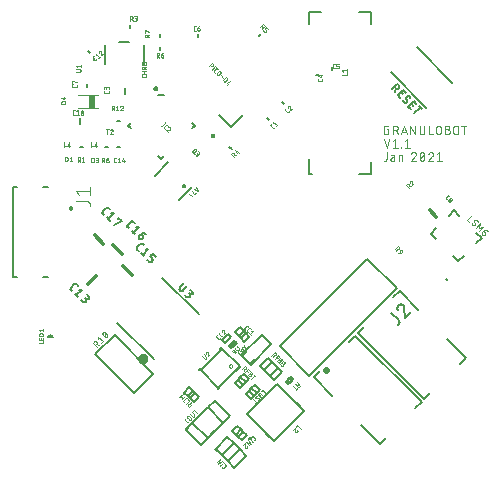
<source format=gbr>
G04 EAGLE Gerber RS-274X export*
G75*
%MOMM*%
%FSLAX34Y34*%
%LPD*%
%INSilkscreen Top*%
%IPPOS*%
%AMOC8*
5,1,8,0,0,1.08239X$1,22.5*%
G01*
%ADD10C,0.076200*%
%ADD11C,0.203200*%
%ADD12C,0.025400*%
%ADD13C,0.127000*%
%ADD14C,0.406400*%
%ADD15C,0.101600*%
%ADD16R,0.600000X1.100000*%
%ADD17R,0.050000X0.500000*%
%ADD18C,0.100000*%
%ADD19C,0.152400*%
%ADD20C,0.177800*%
%ADD21C,0.000000*%
%ADD22C,0.406400*%
%ADD23C,0.304800*%
%ADD24C,0.050800*%
%ADD25C,0.200000*%
%ADD26C,0.300000*%


D10*
X326255Y67783D02*
X327482Y67783D01*
X327482Y63691D01*
X325027Y63691D01*
X325027Y63690D02*
X324949Y63692D01*
X324871Y63697D01*
X324794Y63707D01*
X324717Y63720D01*
X324641Y63736D01*
X324566Y63756D01*
X324492Y63780D01*
X324419Y63807D01*
X324347Y63838D01*
X324277Y63872D01*
X324209Y63909D01*
X324142Y63950D01*
X324077Y63994D01*
X324015Y64040D01*
X323955Y64090D01*
X323897Y64142D01*
X323842Y64197D01*
X323790Y64255D01*
X323740Y64315D01*
X323694Y64377D01*
X323650Y64442D01*
X323609Y64509D01*
X323572Y64577D01*
X323538Y64647D01*
X323507Y64719D01*
X323480Y64792D01*
X323456Y64866D01*
X323436Y64941D01*
X323420Y65017D01*
X323407Y65094D01*
X323397Y65171D01*
X323392Y65249D01*
X323390Y65327D01*
X323390Y69420D01*
X323392Y69500D01*
X323398Y69580D01*
X323408Y69660D01*
X323421Y69739D01*
X323439Y69818D01*
X323460Y69895D01*
X323486Y69971D01*
X323515Y70046D01*
X323547Y70120D01*
X323583Y70192D01*
X323623Y70262D01*
X323666Y70329D01*
X323712Y70395D01*
X323762Y70458D01*
X323814Y70519D01*
X323869Y70578D01*
X323928Y70633D01*
X323988Y70685D01*
X324052Y70735D01*
X324118Y70781D01*
X324185Y70824D01*
X324255Y70864D01*
X324327Y70900D01*
X324401Y70932D01*
X324475Y70961D01*
X324552Y70987D01*
X324629Y71008D01*
X324708Y71026D01*
X324787Y71039D01*
X324867Y71049D01*
X324947Y71055D01*
X325027Y71057D01*
X327482Y71057D01*
X331244Y71057D02*
X331244Y63691D01*
X331244Y71057D02*
X333290Y71057D01*
X333290Y71056D02*
X333379Y71054D01*
X333468Y71048D01*
X333557Y71038D01*
X333645Y71025D01*
X333733Y71008D01*
X333820Y70986D01*
X333905Y70961D01*
X333990Y70933D01*
X334073Y70900D01*
X334155Y70864D01*
X334235Y70825D01*
X334313Y70782D01*
X334389Y70736D01*
X334464Y70686D01*
X334536Y70633D01*
X334605Y70577D01*
X334672Y70518D01*
X334737Y70457D01*
X334798Y70392D01*
X334857Y70325D01*
X334913Y70256D01*
X334966Y70184D01*
X335016Y70109D01*
X335062Y70033D01*
X335105Y69955D01*
X335144Y69875D01*
X335180Y69793D01*
X335213Y69710D01*
X335241Y69625D01*
X335266Y69540D01*
X335288Y69453D01*
X335305Y69365D01*
X335318Y69277D01*
X335328Y69188D01*
X335334Y69099D01*
X335336Y69010D01*
X335334Y68921D01*
X335328Y68832D01*
X335318Y68743D01*
X335305Y68655D01*
X335288Y68567D01*
X335266Y68480D01*
X335241Y68395D01*
X335213Y68310D01*
X335180Y68227D01*
X335144Y68145D01*
X335105Y68065D01*
X335062Y67987D01*
X335016Y67911D01*
X334966Y67836D01*
X334913Y67764D01*
X334857Y67695D01*
X334798Y67628D01*
X334737Y67563D01*
X334672Y67502D01*
X334605Y67443D01*
X334536Y67387D01*
X334464Y67334D01*
X334389Y67284D01*
X334313Y67238D01*
X334235Y67195D01*
X334155Y67156D01*
X334073Y67120D01*
X333990Y67087D01*
X333905Y67059D01*
X333820Y67034D01*
X333733Y67012D01*
X333645Y66995D01*
X333557Y66982D01*
X333468Y66972D01*
X333379Y66966D01*
X333290Y66964D01*
X331244Y66964D01*
X333699Y66964D02*
X335336Y63691D01*
X338099Y63691D02*
X340554Y71057D01*
X343010Y63691D01*
X342396Y65532D02*
X338713Y65532D01*
X346067Y63691D02*
X346067Y71057D01*
X350159Y63691D01*
X350159Y71057D01*
X353870Y71057D02*
X353870Y65737D01*
X353872Y65648D01*
X353878Y65559D01*
X353888Y65470D01*
X353901Y65382D01*
X353918Y65294D01*
X353940Y65207D01*
X353965Y65122D01*
X353993Y65037D01*
X354026Y64954D01*
X354062Y64872D01*
X354101Y64792D01*
X354144Y64714D01*
X354190Y64638D01*
X354240Y64563D01*
X354293Y64491D01*
X354349Y64422D01*
X354408Y64355D01*
X354469Y64290D01*
X354534Y64229D01*
X354601Y64170D01*
X354670Y64114D01*
X354742Y64061D01*
X354817Y64011D01*
X354893Y63965D01*
X354971Y63922D01*
X355051Y63883D01*
X355133Y63847D01*
X355216Y63814D01*
X355301Y63786D01*
X355386Y63761D01*
X355473Y63739D01*
X355561Y63722D01*
X355649Y63709D01*
X355738Y63699D01*
X355827Y63693D01*
X355916Y63691D01*
X356005Y63693D01*
X356094Y63699D01*
X356183Y63709D01*
X356271Y63722D01*
X356359Y63739D01*
X356446Y63761D01*
X356531Y63786D01*
X356616Y63814D01*
X356699Y63847D01*
X356781Y63883D01*
X356861Y63922D01*
X356939Y63965D01*
X357015Y64011D01*
X357090Y64061D01*
X357162Y64114D01*
X357231Y64170D01*
X357298Y64229D01*
X357363Y64290D01*
X357424Y64355D01*
X357483Y64422D01*
X357539Y64491D01*
X357592Y64563D01*
X357642Y64638D01*
X357688Y64714D01*
X357731Y64792D01*
X357770Y64872D01*
X357806Y64954D01*
X357839Y65037D01*
X357867Y65122D01*
X357892Y65207D01*
X357914Y65294D01*
X357931Y65382D01*
X357944Y65470D01*
X357954Y65559D01*
X357960Y65648D01*
X357962Y65737D01*
X357962Y71057D01*
X361689Y71057D02*
X361689Y63691D01*
X364962Y63691D01*
X367769Y65737D02*
X367769Y69010D01*
X367771Y69099D01*
X367777Y69188D01*
X367787Y69277D01*
X367800Y69365D01*
X367817Y69453D01*
X367839Y69540D01*
X367864Y69625D01*
X367892Y69710D01*
X367925Y69793D01*
X367961Y69875D01*
X368000Y69955D01*
X368043Y70033D01*
X368089Y70109D01*
X368139Y70184D01*
X368192Y70256D01*
X368248Y70325D01*
X368307Y70392D01*
X368368Y70457D01*
X368433Y70518D01*
X368500Y70577D01*
X368569Y70633D01*
X368641Y70686D01*
X368716Y70736D01*
X368792Y70782D01*
X368870Y70825D01*
X368950Y70864D01*
X369032Y70900D01*
X369115Y70933D01*
X369200Y70961D01*
X369285Y70986D01*
X369372Y71008D01*
X369460Y71025D01*
X369548Y71038D01*
X369637Y71048D01*
X369726Y71054D01*
X369815Y71056D01*
X369904Y71054D01*
X369993Y71048D01*
X370082Y71038D01*
X370170Y71025D01*
X370258Y71008D01*
X370345Y70986D01*
X370430Y70961D01*
X370515Y70933D01*
X370598Y70900D01*
X370680Y70864D01*
X370760Y70825D01*
X370838Y70782D01*
X370914Y70736D01*
X370989Y70686D01*
X371061Y70633D01*
X371130Y70577D01*
X371197Y70518D01*
X371262Y70457D01*
X371323Y70392D01*
X371382Y70325D01*
X371438Y70256D01*
X371491Y70184D01*
X371541Y70109D01*
X371587Y70033D01*
X371630Y69955D01*
X371669Y69875D01*
X371705Y69793D01*
X371738Y69710D01*
X371766Y69625D01*
X371791Y69540D01*
X371813Y69453D01*
X371830Y69365D01*
X371843Y69277D01*
X371853Y69188D01*
X371859Y69099D01*
X371861Y69010D01*
X371861Y65737D01*
X371859Y65648D01*
X371853Y65559D01*
X371843Y65470D01*
X371830Y65382D01*
X371813Y65294D01*
X371791Y65207D01*
X371766Y65122D01*
X371738Y65037D01*
X371705Y64954D01*
X371669Y64872D01*
X371630Y64792D01*
X371587Y64714D01*
X371541Y64638D01*
X371491Y64563D01*
X371438Y64491D01*
X371382Y64422D01*
X371323Y64355D01*
X371262Y64290D01*
X371197Y64229D01*
X371130Y64170D01*
X371061Y64114D01*
X370989Y64061D01*
X370914Y64011D01*
X370838Y63965D01*
X370760Y63922D01*
X370680Y63883D01*
X370598Y63847D01*
X370515Y63814D01*
X370430Y63786D01*
X370345Y63761D01*
X370258Y63739D01*
X370170Y63722D01*
X370082Y63709D01*
X369993Y63699D01*
X369904Y63693D01*
X369815Y63691D01*
X369726Y63693D01*
X369637Y63699D01*
X369548Y63709D01*
X369460Y63722D01*
X369372Y63739D01*
X369285Y63761D01*
X369200Y63786D01*
X369115Y63814D01*
X369032Y63847D01*
X368950Y63883D01*
X368870Y63922D01*
X368792Y63965D01*
X368716Y64011D01*
X368641Y64061D01*
X368569Y64114D01*
X368500Y64170D01*
X368433Y64229D01*
X368368Y64290D01*
X368307Y64355D01*
X368248Y64422D01*
X368192Y64491D01*
X368139Y64563D01*
X368089Y64638D01*
X368043Y64714D01*
X368000Y64792D01*
X367961Y64872D01*
X367925Y64954D01*
X367892Y65037D01*
X367864Y65122D01*
X367839Y65207D01*
X367817Y65294D01*
X367800Y65382D01*
X367787Y65470D01*
X367777Y65559D01*
X367771Y65648D01*
X367769Y65737D01*
X375446Y67783D02*
X377492Y67783D01*
X377581Y67781D01*
X377670Y67775D01*
X377759Y67765D01*
X377847Y67752D01*
X377935Y67735D01*
X378022Y67713D01*
X378107Y67688D01*
X378192Y67660D01*
X378275Y67627D01*
X378357Y67591D01*
X378437Y67552D01*
X378515Y67509D01*
X378591Y67463D01*
X378666Y67413D01*
X378738Y67360D01*
X378807Y67304D01*
X378874Y67245D01*
X378939Y67184D01*
X379000Y67119D01*
X379059Y67052D01*
X379115Y66983D01*
X379168Y66911D01*
X379218Y66836D01*
X379264Y66760D01*
X379307Y66682D01*
X379346Y66602D01*
X379382Y66520D01*
X379415Y66437D01*
X379443Y66352D01*
X379468Y66267D01*
X379490Y66180D01*
X379507Y66092D01*
X379520Y66004D01*
X379530Y65915D01*
X379536Y65826D01*
X379538Y65737D01*
X379536Y65648D01*
X379530Y65559D01*
X379520Y65470D01*
X379507Y65382D01*
X379490Y65294D01*
X379468Y65207D01*
X379443Y65122D01*
X379415Y65037D01*
X379382Y64954D01*
X379346Y64872D01*
X379307Y64792D01*
X379264Y64714D01*
X379218Y64638D01*
X379168Y64563D01*
X379115Y64491D01*
X379059Y64422D01*
X379000Y64355D01*
X378939Y64290D01*
X378874Y64229D01*
X378807Y64170D01*
X378738Y64114D01*
X378666Y64061D01*
X378591Y64011D01*
X378515Y63965D01*
X378437Y63922D01*
X378357Y63883D01*
X378275Y63847D01*
X378192Y63814D01*
X378107Y63786D01*
X378022Y63761D01*
X377935Y63739D01*
X377847Y63722D01*
X377759Y63709D01*
X377670Y63699D01*
X377581Y63693D01*
X377492Y63691D01*
X375446Y63691D01*
X375446Y71057D01*
X377492Y71057D01*
X377571Y71055D01*
X377650Y71049D01*
X377729Y71040D01*
X377807Y71027D01*
X377884Y71009D01*
X377960Y70989D01*
X378035Y70964D01*
X378109Y70936D01*
X378182Y70905D01*
X378253Y70869D01*
X378322Y70831D01*
X378389Y70789D01*
X378454Y70744D01*
X378517Y70696D01*
X378578Y70645D01*
X378635Y70591D01*
X378691Y70535D01*
X378743Y70476D01*
X378793Y70414D01*
X378839Y70350D01*
X378883Y70284D01*
X378923Y70216D01*
X378959Y70146D01*
X378993Y70074D01*
X379023Y70000D01*
X379049Y69926D01*
X379072Y69850D01*
X379090Y69773D01*
X379106Y69696D01*
X379117Y69617D01*
X379125Y69539D01*
X379129Y69460D01*
X379129Y69380D01*
X379125Y69301D01*
X379117Y69223D01*
X379106Y69144D01*
X379090Y69067D01*
X379072Y68990D01*
X379049Y68914D01*
X379023Y68840D01*
X378993Y68766D01*
X378959Y68694D01*
X378923Y68624D01*
X378883Y68556D01*
X378839Y68490D01*
X378793Y68426D01*
X378743Y68364D01*
X378691Y68305D01*
X378635Y68249D01*
X378578Y68195D01*
X378517Y68144D01*
X378454Y68096D01*
X378389Y68051D01*
X378322Y68009D01*
X378253Y67971D01*
X378182Y67935D01*
X378109Y67904D01*
X378035Y67876D01*
X377960Y67851D01*
X377884Y67831D01*
X377807Y67813D01*
X377729Y67800D01*
X377650Y67791D01*
X377571Y67785D01*
X377492Y67783D01*
X382399Y69010D02*
X382399Y65737D01*
X382399Y69010D02*
X382401Y69099D01*
X382407Y69188D01*
X382417Y69277D01*
X382430Y69365D01*
X382447Y69453D01*
X382469Y69540D01*
X382494Y69625D01*
X382522Y69710D01*
X382555Y69793D01*
X382591Y69875D01*
X382630Y69955D01*
X382673Y70033D01*
X382719Y70109D01*
X382769Y70184D01*
X382822Y70256D01*
X382878Y70325D01*
X382937Y70392D01*
X382998Y70457D01*
X383063Y70518D01*
X383130Y70577D01*
X383199Y70633D01*
X383271Y70686D01*
X383346Y70736D01*
X383422Y70782D01*
X383500Y70825D01*
X383580Y70864D01*
X383662Y70900D01*
X383745Y70933D01*
X383830Y70961D01*
X383915Y70986D01*
X384002Y71008D01*
X384090Y71025D01*
X384178Y71038D01*
X384267Y71048D01*
X384356Y71054D01*
X384445Y71056D01*
X384534Y71054D01*
X384623Y71048D01*
X384712Y71038D01*
X384800Y71025D01*
X384888Y71008D01*
X384975Y70986D01*
X385060Y70961D01*
X385145Y70933D01*
X385228Y70900D01*
X385310Y70864D01*
X385390Y70825D01*
X385468Y70782D01*
X385544Y70736D01*
X385619Y70686D01*
X385691Y70633D01*
X385760Y70577D01*
X385827Y70518D01*
X385892Y70457D01*
X385953Y70392D01*
X386012Y70325D01*
X386068Y70256D01*
X386121Y70184D01*
X386171Y70109D01*
X386217Y70033D01*
X386260Y69955D01*
X386299Y69875D01*
X386335Y69793D01*
X386368Y69710D01*
X386396Y69625D01*
X386421Y69540D01*
X386443Y69453D01*
X386460Y69365D01*
X386473Y69277D01*
X386483Y69188D01*
X386489Y69099D01*
X386491Y69010D01*
X386491Y65737D01*
X386489Y65648D01*
X386483Y65559D01*
X386473Y65470D01*
X386460Y65382D01*
X386443Y65294D01*
X386421Y65207D01*
X386396Y65122D01*
X386368Y65037D01*
X386335Y64954D01*
X386299Y64872D01*
X386260Y64792D01*
X386217Y64714D01*
X386171Y64638D01*
X386121Y64563D01*
X386068Y64491D01*
X386012Y64422D01*
X385953Y64355D01*
X385892Y64290D01*
X385827Y64229D01*
X385760Y64170D01*
X385691Y64114D01*
X385619Y64061D01*
X385544Y64011D01*
X385468Y63965D01*
X385390Y63922D01*
X385310Y63883D01*
X385228Y63847D01*
X385145Y63814D01*
X385060Y63786D01*
X384975Y63761D01*
X384888Y63739D01*
X384800Y63722D01*
X384712Y63709D01*
X384623Y63699D01*
X384534Y63693D01*
X384445Y63691D01*
X384356Y63693D01*
X384267Y63699D01*
X384178Y63709D01*
X384090Y63722D01*
X384002Y63739D01*
X383915Y63761D01*
X383830Y63786D01*
X383745Y63814D01*
X383662Y63847D01*
X383580Y63883D01*
X383500Y63922D01*
X383422Y63965D01*
X383346Y64011D01*
X383271Y64061D01*
X383199Y64114D01*
X383130Y64170D01*
X383063Y64229D01*
X382998Y64290D01*
X382937Y64355D01*
X382878Y64422D01*
X382822Y64491D01*
X382769Y64563D01*
X382719Y64638D01*
X382673Y64714D01*
X382630Y64792D01*
X382591Y64872D01*
X382555Y64954D01*
X382522Y65037D01*
X382494Y65122D01*
X382469Y65207D01*
X382447Y65294D01*
X382430Y65382D01*
X382417Y65470D01*
X382407Y65559D01*
X382401Y65648D01*
X382399Y65737D01*
X391273Y63691D02*
X391273Y71057D01*
X389227Y71057D02*
X393319Y71057D01*
X325845Y52474D02*
X323390Y59840D01*
X328301Y59840D02*
X325845Y52474D01*
X331115Y58203D02*
X333161Y59840D01*
X333161Y52474D01*
X331115Y52474D02*
X335207Y52474D01*
X338077Y52474D02*
X338077Y52883D01*
X338486Y52883D01*
X338486Y52474D01*
X338077Y52474D01*
X341356Y58203D02*
X343402Y59840D01*
X343402Y52474D01*
X341356Y52474D02*
X345448Y52474D01*
X325845Y48623D02*
X325845Y42894D01*
X325846Y42894D02*
X325844Y42816D01*
X325839Y42738D01*
X325829Y42661D01*
X325816Y42584D01*
X325800Y42508D01*
X325780Y42433D01*
X325756Y42359D01*
X325729Y42286D01*
X325698Y42214D01*
X325664Y42144D01*
X325627Y42076D01*
X325586Y42009D01*
X325542Y41944D01*
X325496Y41882D01*
X325446Y41822D01*
X325394Y41764D01*
X325339Y41709D01*
X325281Y41657D01*
X325221Y41607D01*
X325159Y41561D01*
X325094Y41517D01*
X325028Y41476D01*
X324959Y41439D01*
X324889Y41405D01*
X324817Y41374D01*
X324744Y41347D01*
X324670Y41323D01*
X324595Y41303D01*
X324519Y41287D01*
X324442Y41274D01*
X324365Y41264D01*
X324287Y41259D01*
X324209Y41257D01*
X323390Y41257D01*
X330593Y44122D02*
X332434Y44122D01*
X330593Y44122D02*
X330518Y44120D01*
X330443Y44114D01*
X330369Y44104D01*
X330295Y44091D01*
X330222Y44073D01*
X330150Y44052D01*
X330080Y44027D01*
X330011Y43998D01*
X329943Y43966D01*
X329877Y43930D01*
X329813Y43891D01*
X329751Y43849D01*
X329692Y43803D01*
X329635Y43754D01*
X329580Y43703D01*
X329529Y43648D01*
X329480Y43591D01*
X329434Y43532D01*
X329392Y43470D01*
X329353Y43406D01*
X329317Y43340D01*
X329285Y43272D01*
X329256Y43203D01*
X329231Y43133D01*
X329210Y43061D01*
X329192Y42988D01*
X329179Y42914D01*
X329169Y42840D01*
X329163Y42765D01*
X329161Y42690D01*
X329163Y42615D01*
X329169Y42540D01*
X329179Y42466D01*
X329192Y42392D01*
X329210Y42319D01*
X329231Y42247D01*
X329256Y42177D01*
X329285Y42108D01*
X329317Y42040D01*
X329353Y41974D01*
X329392Y41910D01*
X329434Y41848D01*
X329480Y41789D01*
X329529Y41732D01*
X329580Y41677D01*
X329635Y41626D01*
X329692Y41577D01*
X329751Y41531D01*
X329813Y41489D01*
X329877Y41450D01*
X329943Y41414D01*
X330011Y41382D01*
X330080Y41353D01*
X330150Y41328D01*
X330222Y41307D01*
X330295Y41289D01*
X330369Y41276D01*
X330443Y41266D01*
X330518Y41260D01*
X330593Y41258D01*
X330593Y41257D02*
X332434Y41257D01*
X332434Y44940D01*
X332435Y44940D02*
X332433Y45009D01*
X332427Y45077D01*
X332418Y45146D01*
X332404Y45213D01*
X332387Y45280D01*
X332366Y45346D01*
X332342Y45410D01*
X332313Y45473D01*
X332282Y45534D01*
X332247Y45593D01*
X332209Y45651D01*
X332167Y45706D01*
X332123Y45758D01*
X332075Y45808D01*
X332025Y45856D01*
X331973Y45900D01*
X331918Y45942D01*
X331860Y45980D01*
X331801Y46015D01*
X331740Y46046D01*
X331677Y46075D01*
X331613Y46099D01*
X331547Y46120D01*
X331480Y46137D01*
X331413Y46151D01*
X331344Y46160D01*
X331276Y46166D01*
X331207Y46168D01*
X329570Y46168D01*
X336029Y46168D02*
X336029Y41257D01*
X336029Y46168D02*
X338075Y46168D01*
X338144Y46166D01*
X338212Y46160D01*
X338281Y46151D01*
X338348Y46137D01*
X338415Y46120D01*
X338481Y46099D01*
X338545Y46075D01*
X338608Y46046D01*
X338669Y46015D01*
X338728Y45980D01*
X338786Y45942D01*
X338841Y45900D01*
X338893Y45856D01*
X338943Y45808D01*
X338991Y45758D01*
X339035Y45706D01*
X339077Y45651D01*
X339115Y45593D01*
X339150Y45534D01*
X339181Y45473D01*
X339210Y45410D01*
X339234Y45346D01*
X339255Y45280D01*
X339272Y45213D01*
X339286Y45146D01*
X339295Y45077D01*
X339301Y45009D01*
X339303Y44940D01*
X339303Y41257D01*
X348843Y48624D02*
X348928Y48622D01*
X349013Y48616D01*
X349097Y48606D01*
X349181Y48593D01*
X349265Y48575D01*
X349347Y48554D01*
X349428Y48529D01*
X349508Y48500D01*
X349587Y48467D01*
X349664Y48431D01*
X349739Y48391D01*
X349813Y48348D01*
X349884Y48302D01*
X349953Y48252D01*
X350020Y48199D01*
X350084Y48143D01*
X350145Y48084D01*
X350204Y48023D01*
X350260Y47959D01*
X350313Y47892D01*
X350363Y47823D01*
X350409Y47752D01*
X350452Y47678D01*
X350492Y47603D01*
X350528Y47526D01*
X350561Y47447D01*
X350590Y47367D01*
X350615Y47286D01*
X350636Y47204D01*
X350654Y47120D01*
X350667Y47036D01*
X350677Y46952D01*
X350683Y46867D01*
X350685Y46782D01*
X348843Y48623D02*
X348747Y48621D01*
X348651Y48615D01*
X348556Y48605D01*
X348461Y48592D01*
X348366Y48574D01*
X348273Y48553D01*
X348180Y48528D01*
X348089Y48499D01*
X347998Y48467D01*
X347909Y48431D01*
X347822Y48391D01*
X347736Y48348D01*
X347652Y48302D01*
X347570Y48252D01*
X347490Y48198D01*
X347413Y48142D01*
X347338Y48082D01*
X347265Y48020D01*
X347195Y47954D01*
X347127Y47886D01*
X347062Y47815D01*
X347001Y47742D01*
X346942Y47666D01*
X346886Y47587D01*
X346834Y47507D01*
X346785Y47424D01*
X346739Y47340D01*
X346697Y47254D01*
X346659Y47166D01*
X346624Y47077D01*
X346592Y46986D01*
X350071Y45350D02*
X350131Y45409D01*
X350188Y45471D01*
X350243Y45535D01*
X350294Y45602D01*
X350343Y45671D01*
X350389Y45741D01*
X350432Y45814D01*
X350472Y45888D01*
X350508Y45964D01*
X350541Y46042D01*
X350571Y46121D01*
X350598Y46201D01*
X350621Y46282D01*
X350640Y46364D01*
X350656Y46446D01*
X350669Y46530D01*
X350678Y46614D01*
X350683Y46698D01*
X350685Y46782D01*
X350071Y45349D02*
X346593Y41257D01*
X350685Y41257D01*
X353908Y44940D02*
X353910Y45093D01*
X353916Y45246D01*
X353925Y45398D01*
X353939Y45551D01*
X353956Y45703D01*
X353977Y45854D01*
X354002Y46005D01*
X354031Y46155D01*
X354063Y46305D01*
X354100Y46453D01*
X354140Y46601D01*
X354183Y46748D01*
X354231Y46893D01*
X354282Y47037D01*
X354336Y47180D01*
X354395Y47322D01*
X354456Y47461D01*
X354522Y47600D01*
X354548Y47670D01*
X354578Y47740D01*
X354611Y47807D01*
X354647Y47873D01*
X354686Y47937D01*
X354729Y47999D01*
X354775Y48058D01*
X354823Y48116D01*
X354874Y48170D01*
X354928Y48223D01*
X354985Y48272D01*
X355044Y48319D01*
X355105Y48362D01*
X355168Y48403D01*
X355233Y48440D01*
X355300Y48475D01*
X355369Y48505D01*
X355439Y48533D01*
X355510Y48556D01*
X355582Y48577D01*
X355655Y48593D01*
X355729Y48606D01*
X355804Y48616D01*
X355879Y48621D01*
X355954Y48623D01*
X356029Y48621D01*
X356104Y48616D01*
X356179Y48606D01*
X356253Y48593D01*
X356326Y48577D01*
X356398Y48556D01*
X356469Y48533D01*
X356539Y48505D01*
X356608Y48475D01*
X356675Y48440D01*
X356740Y48403D01*
X356803Y48362D01*
X356864Y48319D01*
X356923Y48272D01*
X356980Y48223D01*
X357034Y48170D01*
X357085Y48116D01*
X357134Y48058D01*
X357179Y47999D01*
X357222Y47937D01*
X357261Y47873D01*
X357298Y47807D01*
X357330Y47739D01*
X357360Y47670D01*
X357386Y47600D01*
X357451Y47462D01*
X357513Y47322D01*
X357571Y47180D01*
X357626Y47037D01*
X357677Y46893D01*
X357725Y46748D01*
X357768Y46601D01*
X357808Y46454D01*
X357845Y46305D01*
X357877Y46155D01*
X357906Y46005D01*
X357931Y45854D01*
X357952Y45703D01*
X357969Y45551D01*
X357983Y45398D01*
X357992Y45246D01*
X357998Y45093D01*
X358000Y44940D01*
X353907Y44940D02*
X353909Y44787D01*
X353915Y44634D01*
X353924Y44481D01*
X353938Y44329D01*
X353955Y44177D01*
X353976Y44026D01*
X354001Y43875D01*
X354030Y43724D01*
X354062Y43575D01*
X354099Y43426D01*
X354139Y43279D01*
X354182Y43132D01*
X354230Y42987D01*
X354281Y42842D01*
X354336Y42700D01*
X354394Y42558D01*
X354456Y42418D01*
X354521Y42280D01*
X354522Y42280D02*
X354548Y42209D01*
X354578Y42140D01*
X354611Y42073D01*
X354647Y42007D01*
X354686Y41943D01*
X354729Y41881D01*
X354775Y41822D01*
X354823Y41764D01*
X354874Y41710D01*
X354928Y41657D01*
X354985Y41608D01*
X355044Y41561D01*
X355105Y41518D01*
X355168Y41477D01*
X355233Y41440D01*
X355300Y41405D01*
X355369Y41375D01*
X355439Y41347D01*
X355510Y41324D01*
X355582Y41303D01*
X355655Y41287D01*
X355729Y41274D01*
X355804Y41264D01*
X355879Y41259D01*
X355954Y41257D01*
X357386Y42280D02*
X357451Y42418D01*
X357513Y42558D01*
X357571Y42700D01*
X357626Y42843D01*
X357677Y42987D01*
X357725Y43132D01*
X357768Y43279D01*
X357808Y43427D01*
X357845Y43575D01*
X357877Y43725D01*
X357906Y43875D01*
X357931Y44026D01*
X357952Y44177D01*
X357969Y44329D01*
X357983Y44482D01*
X357992Y44634D01*
X357998Y44787D01*
X358000Y44940D01*
X357386Y42280D02*
X357360Y42210D01*
X357330Y42140D01*
X357298Y42073D01*
X357261Y42007D01*
X357222Y41943D01*
X357179Y41881D01*
X357133Y41822D01*
X357085Y41764D01*
X357034Y41710D01*
X356980Y41657D01*
X356923Y41608D01*
X356864Y41561D01*
X356803Y41518D01*
X356740Y41477D01*
X356675Y41440D01*
X356608Y41405D01*
X356539Y41375D01*
X356469Y41347D01*
X356398Y41324D01*
X356326Y41303D01*
X356253Y41287D01*
X356179Y41274D01*
X356104Y41264D01*
X356029Y41259D01*
X355954Y41257D01*
X354317Y42894D02*
X357591Y46986D01*
X363474Y48624D02*
X363559Y48622D01*
X363644Y48616D01*
X363728Y48606D01*
X363812Y48593D01*
X363896Y48575D01*
X363978Y48554D01*
X364059Y48529D01*
X364139Y48500D01*
X364218Y48467D01*
X364295Y48431D01*
X364370Y48391D01*
X364444Y48348D01*
X364515Y48302D01*
X364584Y48252D01*
X364651Y48199D01*
X364715Y48143D01*
X364776Y48084D01*
X364835Y48023D01*
X364891Y47959D01*
X364944Y47892D01*
X364994Y47823D01*
X365040Y47752D01*
X365083Y47678D01*
X365123Y47603D01*
X365159Y47526D01*
X365192Y47447D01*
X365221Y47367D01*
X365246Y47286D01*
X365267Y47204D01*
X365285Y47120D01*
X365298Y47036D01*
X365308Y46952D01*
X365314Y46867D01*
X365316Y46782D01*
X363474Y48623D02*
X363378Y48621D01*
X363282Y48615D01*
X363187Y48605D01*
X363092Y48592D01*
X362997Y48574D01*
X362904Y48553D01*
X362811Y48528D01*
X362720Y48499D01*
X362629Y48467D01*
X362540Y48431D01*
X362453Y48391D01*
X362367Y48348D01*
X362283Y48302D01*
X362201Y48252D01*
X362121Y48198D01*
X362044Y48142D01*
X361969Y48082D01*
X361896Y48020D01*
X361826Y47954D01*
X361758Y47886D01*
X361693Y47815D01*
X361632Y47742D01*
X361573Y47666D01*
X361517Y47587D01*
X361465Y47507D01*
X361416Y47424D01*
X361370Y47340D01*
X361328Y47254D01*
X361290Y47166D01*
X361255Y47077D01*
X361223Y46986D01*
X364701Y45350D02*
X364761Y45409D01*
X364818Y45471D01*
X364873Y45535D01*
X364924Y45602D01*
X364973Y45671D01*
X365019Y45741D01*
X365062Y45814D01*
X365102Y45888D01*
X365138Y45964D01*
X365171Y46042D01*
X365201Y46121D01*
X365228Y46201D01*
X365251Y46282D01*
X365270Y46364D01*
X365286Y46446D01*
X365299Y46530D01*
X365308Y46614D01*
X365313Y46698D01*
X365315Y46782D01*
X364701Y45349D02*
X361223Y41257D01*
X365315Y41257D01*
X368538Y46986D02*
X370584Y48623D01*
X370584Y41257D01*
X368538Y41257D02*
X372630Y41257D01*
D11*
X66344Y72644D02*
X66344Y77724D01*
D12*
X61814Y80074D02*
X60968Y80074D01*
X60968Y80073D02*
X60913Y80075D01*
X60857Y80080D01*
X60803Y80089D01*
X60749Y80102D01*
X60696Y80118D01*
X60644Y80137D01*
X60593Y80160D01*
X60545Y80186D01*
X60497Y80216D01*
X60452Y80248D01*
X60410Y80283D01*
X60369Y80321D01*
X60331Y80362D01*
X60296Y80404D01*
X60264Y80449D01*
X60234Y80497D01*
X60208Y80545D01*
X60185Y80596D01*
X60166Y80648D01*
X60150Y80701D01*
X60137Y80755D01*
X60128Y80809D01*
X60123Y80865D01*
X60121Y80920D01*
X60121Y83037D01*
X60123Y83095D01*
X60129Y83152D01*
X60139Y83209D01*
X60152Y83266D01*
X60170Y83321D01*
X60191Y83374D01*
X60216Y83427D01*
X60244Y83477D01*
X60276Y83525D01*
X60311Y83572D01*
X60349Y83615D01*
X60390Y83656D01*
X60433Y83694D01*
X60480Y83729D01*
X60528Y83761D01*
X60578Y83789D01*
X60631Y83814D01*
X60684Y83835D01*
X60739Y83853D01*
X60796Y83866D01*
X60853Y83876D01*
X60910Y83882D01*
X60968Y83884D01*
X61814Y83884D01*
X63178Y83037D02*
X64237Y83884D01*
X64237Y80074D01*
X65295Y80074D02*
X63178Y80074D01*
X66836Y81979D02*
X66838Y82089D01*
X66844Y82198D01*
X66853Y82307D01*
X66867Y82416D01*
X66884Y82524D01*
X66905Y82632D01*
X66929Y82738D01*
X66958Y82844D01*
X66990Y82949D01*
X67025Y83053D01*
X67064Y83155D01*
X67107Y83256D01*
X67154Y83355D01*
X67153Y83354D02*
X67173Y83404D01*
X67195Y83453D01*
X67221Y83501D01*
X67250Y83546D01*
X67283Y83589D01*
X67318Y83630D01*
X67356Y83669D01*
X67396Y83704D01*
X67439Y83737D01*
X67484Y83767D01*
X67531Y83794D01*
X67579Y83817D01*
X67629Y83837D01*
X67681Y83853D01*
X67733Y83866D01*
X67786Y83876D01*
X67840Y83881D01*
X67894Y83883D01*
X67948Y83881D01*
X68002Y83876D01*
X68055Y83866D01*
X68107Y83853D01*
X68159Y83837D01*
X68209Y83817D01*
X68257Y83794D01*
X68304Y83767D01*
X68349Y83737D01*
X68392Y83704D01*
X68432Y83669D01*
X68470Y83630D01*
X68505Y83589D01*
X68538Y83546D01*
X68567Y83501D01*
X68593Y83453D01*
X68615Y83404D01*
X68635Y83354D01*
X68635Y83355D02*
X68682Y83256D01*
X68725Y83155D01*
X68764Y83053D01*
X68799Y82949D01*
X68831Y82844D01*
X68860Y82738D01*
X68884Y82632D01*
X68905Y82524D01*
X68922Y82416D01*
X68936Y82307D01*
X68945Y82198D01*
X68951Y82089D01*
X68953Y81979D01*
X66836Y81979D02*
X66838Y81869D01*
X66844Y81760D01*
X66853Y81651D01*
X66867Y81542D01*
X66884Y81434D01*
X66905Y81326D01*
X66929Y81220D01*
X66958Y81114D01*
X66990Y81009D01*
X67025Y80906D01*
X67064Y80803D01*
X67107Y80702D01*
X67154Y80603D01*
X67153Y80603D02*
X67173Y80553D01*
X67195Y80504D01*
X67221Y80456D01*
X67250Y80411D01*
X67283Y80368D01*
X67318Y80327D01*
X67356Y80288D01*
X67396Y80253D01*
X67439Y80220D01*
X67484Y80190D01*
X67531Y80163D01*
X67579Y80140D01*
X67629Y80120D01*
X67681Y80104D01*
X67733Y80091D01*
X67786Y80081D01*
X67840Y80076D01*
X67894Y80074D01*
X68635Y80603D02*
X68682Y80702D01*
X68725Y80803D01*
X68764Y80906D01*
X68799Y81009D01*
X68831Y81114D01*
X68860Y81220D01*
X68884Y81326D01*
X68905Y81434D01*
X68922Y81542D01*
X68936Y81651D01*
X68945Y81760D01*
X68951Y81869D01*
X68953Y81979D01*
X68635Y80603D02*
X68615Y80553D01*
X68593Y80504D01*
X68567Y80456D01*
X68538Y80411D01*
X68505Y80368D01*
X68470Y80327D01*
X68432Y80288D01*
X68392Y80253D01*
X68349Y80220D01*
X68304Y80190D01*
X68257Y80163D01*
X68209Y80140D01*
X68159Y80120D01*
X68107Y80104D01*
X68055Y80091D01*
X68002Y80081D01*
X67948Y80076D01*
X67894Y80074D01*
X67048Y80920D02*
X68741Y83037D01*
D11*
X74772Y132359D02*
X73183Y134341D01*
D12*
X79633Y126793D02*
X80294Y127322D01*
X79634Y126793D02*
X79589Y126760D01*
X79543Y126730D01*
X79494Y126702D01*
X79444Y126678D01*
X79393Y126658D01*
X79340Y126641D01*
X79287Y126627D01*
X79232Y126617D01*
X79177Y126610D01*
X79122Y126607D01*
X79066Y126608D01*
X79011Y126612D01*
X78956Y126620D01*
X78902Y126631D01*
X78849Y126646D01*
X78796Y126665D01*
X78745Y126687D01*
X78696Y126712D01*
X78648Y126740D01*
X78603Y126771D01*
X78559Y126806D01*
X78518Y126843D01*
X78479Y126882D01*
X78443Y126924D01*
X77120Y128576D01*
X77119Y128576D02*
X77086Y128621D01*
X77056Y128667D01*
X77028Y128716D01*
X77004Y128766D01*
X76984Y128817D01*
X76967Y128870D01*
X76953Y128923D01*
X76943Y128978D01*
X76936Y129033D01*
X76933Y129088D01*
X76934Y129144D01*
X76938Y129199D01*
X76946Y129254D01*
X76957Y129308D01*
X76972Y129361D01*
X76991Y129414D01*
X77013Y129465D01*
X77038Y129514D01*
X77066Y129562D01*
X77097Y129607D01*
X77132Y129651D01*
X77169Y129692D01*
X77208Y129731D01*
X77250Y129767D01*
X77251Y129766D02*
X77912Y130296D01*
X79506Y130488D02*
X79802Y131810D01*
X82184Y128837D01*
X81359Y128175D02*
X83010Y129499D01*
X84079Y134016D02*
X84040Y134061D01*
X83998Y134104D01*
X83954Y134145D01*
X83907Y134182D01*
X83858Y134217D01*
X83807Y134248D01*
X83754Y134276D01*
X83700Y134300D01*
X83644Y134322D01*
X83586Y134339D01*
X83528Y134353D01*
X83469Y134363D01*
X83410Y134370D01*
X83350Y134373D01*
X83290Y134372D01*
X83230Y134367D01*
X83171Y134359D01*
X83113Y134347D01*
X83055Y134331D01*
X82998Y134311D01*
X82943Y134289D01*
X82889Y134262D01*
X82837Y134233D01*
X82787Y134200D01*
X82739Y134164D01*
X82739Y134163D02*
X82688Y134120D01*
X82639Y134074D01*
X82593Y134025D01*
X82550Y133974D01*
X82509Y133921D01*
X82472Y133866D01*
X82437Y133808D01*
X82406Y133749D01*
X82378Y133688D01*
X82354Y133626D01*
X82332Y133563D01*
X82315Y133498D01*
X82301Y133433D01*
X82290Y133366D01*
X82283Y133300D01*
X82280Y133233D01*
X82281Y133166D01*
X82285Y133099D01*
X82293Y133033D01*
X82304Y132967D01*
X82319Y132902D01*
X82337Y132837D01*
X82359Y132774D01*
X84294Y133239D02*
X84300Y133298D01*
X84303Y133357D01*
X84302Y133416D01*
X84298Y133475D01*
X84291Y133534D01*
X84280Y133592D01*
X84266Y133649D01*
X84248Y133706D01*
X84228Y133761D01*
X84204Y133816D01*
X84177Y133868D01*
X84147Y133919D01*
X84114Y133968D01*
X84078Y134016D01*
X84294Y133239D02*
X84213Y130462D01*
X85865Y131785D01*
D11*
X192904Y53095D02*
X194700Y51299D01*
D12*
X194283Y47133D02*
X196977Y44439D01*
X194283Y47133D02*
X195031Y47881D01*
X195032Y47881D02*
X195078Y47925D01*
X195128Y47966D01*
X195179Y48004D01*
X195233Y48038D01*
X195288Y48070D01*
X195346Y48098D01*
X195405Y48122D01*
X195465Y48143D01*
X195527Y48160D01*
X195589Y48174D01*
X195652Y48183D01*
X195716Y48189D01*
X195780Y48191D01*
X195844Y48189D01*
X195908Y48183D01*
X195971Y48174D01*
X196033Y48160D01*
X196095Y48143D01*
X196155Y48122D01*
X196214Y48098D01*
X196272Y48070D01*
X196327Y48038D01*
X196381Y48004D01*
X196432Y47966D01*
X196482Y47925D01*
X196528Y47881D01*
X196572Y47835D01*
X196613Y47785D01*
X196651Y47734D01*
X196685Y47680D01*
X196717Y47625D01*
X196745Y47567D01*
X196769Y47508D01*
X196790Y47448D01*
X196807Y47386D01*
X196821Y47324D01*
X196830Y47261D01*
X196836Y47197D01*
X196838Y47133D01*
X196836Y47069D01*
X196830Y47005D01*
X196821Y46942D01*
X196807Y46880D01*
X196790Y46818D01*
X196769Y46758D01*
X196745Y46699D01*
X196717Y46641D01*
X196685Y46586D01*
X196651Y46532D01*
X196613Y46481D01*
X196572Y46431D01*
X196528Y46385D01*
X195780Y45636D01*
X196678Y46534D02*
X198474Y45936D01*
X198950Y47609D02*
X197453Y50303D01*
X198950Y47609D02*
X200446Y49106D01*
X199399Y49256D02*
X200596Y48058D01*
D11*
X129368Y102551D02*
X129370Y102622D01*
X129376Y102693D01*
X129386Y102764D01*
X129400Y102834D01*
X129418Y102903D01*
X129439Y102970D01*
X129465Y103037D01*
X129494Y103102D01*
X129526Y103165D01*
X129563Y103227D01*
X129602Y103286D01*
X129645Y103343D01*
X129691Y103397D01*
X129740Y103449D01*
X129792Y103498D01*
X129846Y103544D01*
X129903Y103587D01*
X129962Y103626D01*
X130024Y103663D01*
X130087Y103695D01*
X130152Y103724D01*
X130219Y103750D01*
X130286Y103771D01*
X130355Y103789D01*
X130425Y103803D01*
X130496Y103813D01*
X130567Y103819D01*
X130638Y103821D01*
X130709Y103819D01*
X130780Y103813D01*
X130851Y103803D01*
X130921Y103789D01*
X130990Y103771D01*
X131057Y103750D01*
X131124Y103724D01*
X131189Y103695D01*
X131252Y103663D01*
X131314Y103626D01*
X131373Y103587D01*
X131430Y103544D01*
X131484Y103498D01*
X131536Y103449D01*
X131585Y103397D01*
X131631Y103343D01*
X131674Y103286D01*
X131713Y103227D01*
X131750Y103165D01*
X131782Y103102D01*
X131811Y103037D01*
X131837Y102970D01*
X131858Y102903D01*
X131876Y102834D01*
X131890Y102764D01*
X131900Y102693D01*
X131906Y102622D01*
X131908Y102551D01*
X131906Y102480D01*
X131900Y102409D01*
X131890Y102338D01*
X131876Y102268D01*
X131858Y102199D01*
X131837Y102132D01*
X131811Y102065D01*
X131782Y102000D01*
X131750Y101937D01*
X131713Y101875D01*
X131674Y101816D01*
X131631Y101759D01*
X131585Y101705D01*
X131536Y101653D01*
X131484Y101604D01*
X131430Y101558D01*
X131373Y101515D01*
X131314Y101476D01*
X131252Y101439D01*
X131189Y101407D01*
X131124Y101378D01*
X131057Y101352D01*
X130990Y101331D01*
X130921Y101313D01*
X130851Y101299D01*
X130780Y101289D01*
X130709Y101283D01*
X130638Y101281D01*
X130567Y101283D01*
X130496Y101289D01*
X130425Y101299D01*
X130355Y101313D01*
X130286Y101331D01*
X130219Y101352D01*
X130152Y101378D01*
X130087Y101407D01*
X130024Y101439D01*
X129962Y101476D01*
X129903Y101515D01*
X129846Y101558D01*
X129792Y101604D01*
X129740Y101653D01*
X129691Y101705D01*
X129645Y101759D01*
X129602Y101816D01*
X129563Y101875D01*
X129526Y101937D01*
X129494Y102000D01*
X129465Y102065D01*
X129439Y102132D01*
X129418Y102199D01*
X129400Y102268D01*
X129386Y102338D01*
X129376Y102409D01*
X129370Y102480D01*
X129368Y102551D01*
X132653Y45311D02*
X135128Y42836D01*
X137603Y45311D01*
X109319Y68645D02*
X106844Y71120D01*
X109319Y73595D01*
X160937Y68645D02*
X163412Y71120D01*
X160937Y73595D01*
X137603Y96929D02*
X132653Y96929D01*
D12*
X138301Y73515D02*
X135607Y70821D01*
X135308Y71120D02*
X135906Y70521D01*
X138600Y73215D02*
X138002Y73814D01*
X137520Y68908D02*
X138118Y68309D01*
X137519Y68908D02*
X137481Y68949D01*
X137446Y68991D01*
X137414Y69036D01*
X137384Y69084D01*
X137358Y69132D01*
X137335Y69183D01*
X137316Y69235D01*
X137300Y69288D01*
X137287Y69342D01*
X137278Y69396D01*
X137273Y69452D01*
X137271Y69507D01*
X137273Y69562D01*
X137278Y69618D01*
X137287Y69672D01*
X137300Y69726D01*
X137316Y69779D01*
X137335Y69831D01*
X137358Y69882D01*
X137384Y69931D01*
X137414Y69978D01*
X137446Y70023D01*
X137481Y70065D01*
X137519Y70106D01*
X137520Y70105D02*
X139016Y71602D01*
X139057Y71640D01*
X139099Y71675D01*
X139144Y71707D01*
X139192Y71737D01*
X139240Y71763D01*
X139291Y71786D01*
X139343Y71805D01*
X139396Y71821D01*
X139450Y71834D01*
X139504Y71843D01*
X139560Y71848D01*
X139615Y71850D01*
X139670Y71848D01*
X139726Y71843D01*
X139780Y71834D01*
X139834Y71821D01*
X139887Y71805D01*
X139939Y71786D01*
X139990Y71763D01*
X140039Y71737D01*
X140086Y71707D01*
X140131Y71675D01*
X140173Y71640D01*
X140214Y71602D01*
X140812Y71003D01*
X142600Y69215D02*
X142641Y69172D01*
X142679Y69126D01*
X142714Y69077D01*
X142746Y69027D01*
X142775Y68974D01*
X142801Y68920D01*
X142823Y68864D01*
X142841Y68808D01*
X142856Y68750D01*
X142867Y68691D01*
X142875Y68632D01*
X142879Y68572D01*
X142879Y68512D01*
X142875Y68452D01*
X142867Y68393D01*
X142856Y68334D01*
X142841Y68276D01*
X142823Y68220D01*
X142801Y68164D01*
X142775Y68110D01*
X142746Y68057D01*
X142714Y68007D01*
X142679Y67959D01*
X142641Y67912D01*
X142600Y67869D01*
X142600Y69216D02*
X142552Y69262D01*
X142501Y69305D01*
X142448Y69345D01*
X142392Y69383D01*
X142335Y69417D01*
X142275Y69448D01*
X142215Y69476D01*
X142152Y69501D01*
X142089Y69522D01*
X142024Y69539D01*
X141959Y69553D01*
X141893Y69564D01*
X141826Y69571D01*
X141759Y69574D01*
X141692Y69573D01*
X141626Y69569D01*
X141559Y69561D01*
X141493Y69550D01*
X141428Y69535D01*
X141364Y69516D01*
X141301Y69494D01*
X141239Y69469D01*
X141178Y69440D01*
X141852Y67569D02*
X141911Y67570D01*
X141970Y67573D01*
X142029Y67580D01*
X142087Y67591D01*
X142145Y67605D01*
X142201Y67622D01*
X142257Y67642D01*
X142311Y67666D01*
X142364Y67692D01*
X142415Y67722D01*
X142465Y67755D01*
X142512Y67790D01*
X142557Y67828D01*
X142600Y67869D01*
X141852Y67569D02*
X139083Y67345D01*
X140579Y65848D01*
D11*
X100330Y53340D02*
X97790Y53340D01*
D12*
X96875Y39878D02*
X96028Y39878D01*
X95973Y39880D01*
X95917Y39885D01*
X95863Y39894D01*
X95809Y39907D01*
X95756Y39923D01*
X95704Y39942D01*
X95653Y39965D01*
X95605Y39991D01*
X95557Y40021D01*
X95512Y40053D01*
X95470Y40088D01*
X95429Y40126D01*
X95391Y40167D01*
X95356Y40209D01*
X95324Y40254D01*
X95294Y40302D01*
X95268Y40350D01*
X95245Y40401D01*
X95226Y40453D01*
X95210Y40506D01*
X95197Y40560D01*
X95188Y40614D01*
X95183Y40670D01*
X95181Y40725D01*
X95181Y42841D01*
X95183Y42899D01*
X95189Y42956D01*
X95199Y43013D01*
X95212Y43070D01*
X95230Y43125D01*
X95251Y43178D01*
X95276Y43231D01*
X95304Y43281D01*
X95336Y43329D01*
X95371Y43376D01*
X95409Y43419D01*
X95450Y43460D01*
X95493Y43498D01*
X95540Y43533D01*
X95588Y43565D01*
X95638Y43593D01*
X95691Y43618D01*
X95744Y43639D01*
X95799Y43657D01*
X95856Y43670D01*
X95913Y43680D01*
X95970Y43686D01*
X96028Y43688D01*
X96875Y43688D01*
X98239Y42841D02*
X99297Y43688D01*
X99297Y39878D01*
X98239Y39878D02*
X100355Y39878D01*
X101896Y40725D02*
X102743Y43688D01*
X101896Y40725D02*
X104013Y40725D01*
X103378Y41571D02*
X103378Y39878D01*
D11*
X90170Y53340D02*
X87630Y53340D01*
D12*
X84900Y43625D02*
X84900Y39815D01*
X84900Y43625D02*
X85958Y43625D01*
X85958Y43624D02*
X86022Y43622D01*
X86086Y43616D01*
X86149Y43607D01*
X86211Y43593D01*
X86273Y43576D01*
X86333Y43555D01*
X86392Y43531D01*
X86450Y43503D01*
X86505Y43471D01*
X86559Y43437D01*
X86610Y43399D01*
X86660Y43358D01*
X86706Y43314D01*
X86750Y43268D01*
X86791Y43218D01*
X86829Y43167D01*
X86863Y43113D01*
X86895Y43058D01*
X86923Y43000D01*
X86947Y42941D01*
X86968Y42881D01*
X86985Y42819D01*
X86999Y42757D01*
X87008Y42694D01*
X87014Y42630D01*
X87016Y42566D01*
X87014Y42502D01*
X87008Y42438D01*
X86999Y42375D01*
X86985Y42313D01*
X86968Y42251D01*
X86947Y42191D01*
X86923Y42132D01*
X86895Y42074D01*
X86863Y42019D01*
X86829Y41965D01*
X86791Y41914D01*
X86750Y41864D01*
X86706Y41818D01*
X86660Y41774D01*
X86610Y41733D01*
X86559Y41695D01*
X86505Y41661D01*
X86450Y41629D01*
X86392Y41601D01*
X86333Y41577D01*
X86273Y41556D01*
X86211Y41539D01*
X86149Y41525D01*
X86086Y41516D01*
X86022Y41510D01*
X85958Y41508D01*
X84900Y41508D01*
X86170Y41508D02*
X87016Y39815D01*
X88536Y40873D02*
X88538Y40937D01*
X88544Y41001D01*
X88553Y41064D01*
X88567Y41126D01*
X88584Y41188D01*
X88605Y41248D01*
X88629Y41307D01*
X88657Y41365D01*
X88689Y41420D01*
X88723Y41474D01*
X88761Y41525D01*
X88802Y41575D01*
X88846Y41621D01*
X88892Y41665D01*
X88942Y41706D01*
X88993Y41744D01*
X89047Y41778D01*
X89102Y41810D01*
X89160Y41838D01*
X89219Y41862D01*
X89279Y41883D01*
X89341Y41900D01*
X89403Y41914D01*
X89466Y41923D01*
X89530Y41929D01*
X89594Y41931D01*
X89658Y41929D01*
X89722Y41923D01*
X89785Y41914D01*
X89847Y41900D01*
X89909Y41883D01*
X89969Y41862D01*
X90028Y41838D01*
X90086Y41810D01*
X90141Y41778D01*
X90195Y41744D01*
X90246Y41706D01*
X90296Y41665D01*
X90342Y41621D01*
X90386Y41575D01*
X90427Y41525D01*
X90465Y41474D01*
X90499Y41420D01*
X90531Y41365D01*
X90559Y41307D01*
X90583Y41248D01*
X90604Y41188D01*
X90621Y41126D01*
X90635Y41064D01*
X90644Y41001D01*
X90650Y40937D01*
X90652Y40873D01*
X90650Y40809D01*
X90644Y40745D01*
X90635Y40682D01*
X90621Y40620D01*
X90604Y40558D01*
X90583Y40498D01*
X90559Y40439D01*
X90531Y40381D01*
X90499Y40326D01*
X90465Y40272D01*
X90427Y40221D01*
X90386Y40171D01*
X90342Y40125D01*
X90296Y40081D01*
X90246Y40040D01*
X90195Y40002D01*
X90141Y39968D01*
X90086Y39936D01*
X90028Y39908D01*
X89969Y39884D01*
X89909Y39863D01*
X89847Y39846D01*
X89785Y39832D01*
X89722Y39823D01*
X89658Y39817D01*
X89594Y39815D01*
X89530Y39817D01*
X89466Y39823D01*
X89403Y39832D01*
X89341Y39846D01*
X89279Y39863D01*
X89219Y39884D01*
X89160Y39908D01*
X89102Y39936D01*
X89047Y39968D01*
X88993Y40002D01*
X88942Y40040D01*
X88892Y40081D01*
X88846Y40125D01*
X88802Y40171D01*
X88761Y40221D01*
X88723Y40272D01*
X88689Y40326D01*
X88657Y40381D01*
X88629Y40439D01*
X88605Y40498D01*
X88584Y40558D01*
X88567Y40620D01*
X88553Y40682D01*
X88544Y40745D01*
X88538Y40809D01*
X88536Y40873D01*
X88747Y42778D02*
X88749Y42835D01*
X88755Y42891D01*
X88764Y42947D01*
X88777Y43002D01*
X88794Y43056D01*
X88814Y43109D01*
X88838Y43160D01*
X88865Y43210D01*
X88896Y43257D01*
X88929Y43303D01*
X88966Y43346D01*
X89005Y43387D01*
X89047Y43425D01*
X89092Y43460D01*
X89138Y43492D01*
X89187Y43521D01*
X89237Y43546D01*
X89290Y43568D01*
X89343Y43587D01*
X89398Y43602D01*
X89453Y43613D01*
X89509Y43621D01*
X89566Y43625D01*
X89622Y43625D01*
X89679Y43621D01*
X89735Y43613D01*
X89790Y43602D01*
X89845Y43587D01*
X89898Y43568D01*
X89951Y43546D01*
X90001Y43521D01*
X90050Y43492D01*
X90096Y43460D01*
X90141Y43425D01*
X90183Y43387D01*
X90222Y43346D01*
X90259Y43303D01*
X90292Y43257D01*
X90323Y43210D01*
X90350Y43160D01*
X90374Y43109D01*
X90394Y43056D01*
X90411Y43002D01*
X90424Y42947D01*
X90433Y42891D01*
X90439Y42835D01*
X90441Y42778D01*
X90439Y42721D01*
X90433Y42665D01*
X90424Y42609D01*
X90411Y42554D01*
X90394Y42500D01*
X90374Y42447D01*
X90350Y42396D01*
X90323Y42346D01*
X90292Y42299D01*
X90259Y42253D01*
X90222Y42210D01*
X90183Y42169D01*
X90141Y42131D01*
X90096Y42096D01*
X90050Y42064D01*
X90001Y42035D01*
X89951Y42010D01*
X89898Y41988D01*
X89845Y41969D01*
X89790Y41954D01*
X89735Y41943D01*
X89679Y41935D01*
X89622Y41931D01*
X89566Y41931D01*
X89509Y41935D01*
X89453Y41943D01*
X89398Y41954D01*
X89343Y41969D01*
X89290Y41988D01*
X89237Y42010D01*
X89187Y42035D01*
X89138Y42064D01*
X89092Y42096D01*
X89047Y42131D01*
X89005Y42169D01*
X88966Y42210D01*
X88929Y42253D01*
X88896Y42299D01*
X88865Y42346D01*
X88838Y42396D01*
X88814Y42447D01*
X88794Y42500D01*
X88777Y42554D01*
X88764Y42609D01*
X88755Y42665D01*
X88749Y42721D01*
X88747Y42778D01*
D13*
X194310Y70233D02*
X204188Y80111D01*
X194310Y70233D02*
X184432Y80111D01*
D12*
X175490Y121202D02*
X178185Y123896D01*
X178933Y123147D01*
X178932Y123147D02*
X178976Y123101D01*
X179017Y123051D01*
X179055Y123000D01*
X179089Y122946D01*
X179121Y122891D01*
X179149Y122833D01*
X179173Y122774D01*
X179194Y122714D01*
X179211Y122652D01*
X179225Y122590D01*
X179234Y122527D01*
X179240Y122463D01*
X179242Y122399D01*
X179240Y122335D01*
X179234Y122271D01*
X179225Y122208D01*
X179211Y122146D01*
X179194Y122084D01*
X179173Y122024D01*
X179149Y121965D01*
X179121Y121907D01*
X179089Y121852D01*
X179055Y121798D01*
X179017Y121747D01*
X178976Y121697D01*
X178932Y121651D01*
X178886Y121607D01*
X178836Y121566D01*
X178785Y121528D01*
X178731Y121494D01*
X178676Y121462D01*
X178618Y121434D01*
X178559Y121410D01*
X178499Y121389D01*
X178437Y121372D01*
X178375Y121358D01*
X178312Y121349D01*
X178248Y121343D01*
X178184Y121341D01*
X178120Y121343D01*
X178056Y121349D01*
X177993Y121358D01*
X177931Y121372D01*
X177869Y121389D01*
X177809Y121410D01*
X177750Y121434D01*
X177692Y121462D01*
X177637Y121494D01*
X177583Y121528D01*
X177532Y121566D01*
X177482Y121607D01*
X177436Y121651D01*
X176688Y122399D01*
X178187Y118505D02*
X180882Y121199D01*
X177888Y118804D02*
X178487Y118205D01*
X181181Y120899D02*
X180582Y121498D01*
X180100Y116592D02*
X180699Y115993D01*
X180100Y116592D02*
X180062Y116633D01*
X180027Y116675D01*
X179995Y116720D01*
X179965Y116768D01*
X179939Y116816D01*
X179916Y116867D01*
X179897Y116919D01*
X179881Y116972D01*
X179868Y117026D01*
X179859Y117080D01*
X179854Y117136D01*
X179852Y117191D01*
X179854Y117246D01*
X179859Y117302D01*
X179868Y117356D01*
X179881Y117410D01*
X179897Y117463D01*
X179916Y117515D01*
X179939Y117566D01*
X179965Y117615D01*
X179995Y117662D01*
X180027Y117707D01*
X180062Y117749D01*
X180100Y117790D01*
X180100Y117789D02*
X181597Y119286D01*
X181638Y119324D01*
X181680Y119359D01*
X181725Y119391D01*
X181773Y119421D01*
X181821Y119447D01*
X181872Y119470D01*
X181924Y119489D01*
X181977Y119505D01*
X182031Y119518D01*
X182085Y119527D01*
X182141Y119532D01*
X182196Y119534D01*
X182251Y119532D01*
X182307Y119527D01*
X182361Y119518D01*
X182415Y119505D01*
X182468Y119489D01*
X182520Y119470D01*
X182571Y119447D01*
X182620Y119421D01*
X182667Y119391D01*
X182712Y119359D01*
X182754Y119324D01*
X182795Y119286D01*
X182794Y119286D02*
X183393Y118687D01*
X183609Y116974D02*
X182412Y115777D01*
X183609Y116974D02*
X183655Y117018D01*
X183705Y117059D01*
X183756Y117097D01*
X183810Y117131D01*
X183865Y117163D01*
X183923Y117191D01*
X183982Y117215D01*
X184042Y117236D01*
X184104Y117253D01*
X184166Y117267D01*
X184229Y117276D01*
X184293Y117282D01*
X184357Y117284D01*
X184421Y117282D01*
X184485Y117276D01*
X184548Y117267D01*
X184610Y117253D01*
X184672Y117236D01*
X184732Y117215D01*
X184791Y117191D01*
X184849Y117163D01*
X184904Y117131D01*
X184958Y117097D01*
X185009Y117059D01*
X185059Y117018D01*
X185105Y116974D01*
X185149Y116928D01*
X185190Y116878D01*
X185228Y116827D01*
X185262Y116773D01*
X185294Y116718D01*
X185322Y116660D01*
X185346Y116601D01*
X185367Y116541D01*
X185384Y116479D01*
X185398Y116417D01*
X185407Y116354D01*
X185413Y116290D01*
X185415Y116226D01*
X185413Y116162D01*
X185407Y116098D01*
X185398Y116035D01*
X185384Y115973D01*
X185367Y115911D01*
X185346Y115851D01*
X185322Y115792D01*
X185294Y115734D01*
X185262Y115679D01*
X185228Y115625D01*
X185190Y115574D01*
X185149Y115524D01*
X185105Y115478D01*
X185106Y115478D02*
X183908Y114280D01*
X183908Y114281D02*
X183862Y114237D01*
X183812Y114196D01*
X183761Y114158D01*
X183707Y114124D01*
X183652Y114092D01*
X183594Y114064D01*
X183535Y114040D01*
X183475Y114019D01*
X183413Y114002D01*
X183351Y113988D01*
X183288Y113979D01*
X183224Y113973D01*
X183160Y113971D01*
X183096Y113973D01*
X183032Y113979D01*
X182969Y113988D01*
X182907Y114002D01*
X182845Y114019D01*
X182785Y114040D01*
X182726Y114064D01*
X182668Y114092D01*
X182613Y114124D01*
X182559Y114158D01*
X182508Y114196D01*
X182458Y114237D01*
X182412Y114281D01*
X182368Y114327D01*
X182327Y114377D01*
X182289Y114428D01*
X182255Y114482D01*
X182223Y114537D01*
X182195Y114595D01*
X182171Y114654D01*
X182150Y114714D01*
X182133Y114776D01*
X182119Y114838D01*
X182110Y114901D01*
X182104Y114965D01*
X182102Y115029D01*
X182104Y115093D01*
X182110Y115157D01*
X182119Y115220D01*
X182133Y115282D01*
X182150Y115344D01*
X182171Y115404D01*
X182195Y115463D01*
X182223Y115521D01*
X182255Y115576D01*
X182289Y115630D01*
X182327Y115681D01*
X182368Y115731D01*
X182412Y115777D01*
X185320Y113467D02*
X187116Y111671D01*
X187267Y109425D02*
X189961Y112119D01*
X190709Y111371D01*
X190709Y111370D02*
X190753Y111324D01*
X190794Y111274D01*
X190832Y111223D01*
X190866Y111169D01*
X190898Y111114D01*
X190926Y111056D01*
X190950Y110997D01*
X190971Y110937D01*
X190988Y110875D01*
X191002Y110813D01*
X191011Y110750D01*
X191017Y110686D01*
X191019Y110622D01*
X191017Y110558D01*
X191011Y110494D01*
X191002Y110431D01*
X190988Y110369D01*
X190971Y110307D01*
X190950Y110247D01*
X190926Y110188D01*
X190898Y110130D01*
X190866Y110075D01*
X190832Y110021D01*
X190794Y109970D01*
X190753Y109920D01*
X190709Y109874D01*
X189512Y108677D01*
X189466Y108633D01*
X189416Y108592D01*
X189365Y108554D01*
X189311Y108520D01*
X189256Y108488D01*
X189198Y108460D01*
X189139Y108436D01*
X189079Y108415D01*
X189017Y108398D01*
X188955Y108384D01*
X188892Y108375D01*
X188828Y108369D01*
X188764Y108367D01*
X188700Y108369D01*
X188636Y108375D01*
X188573Y108384D01*
X188511Y108398D01*
X188449Y108415D01*
X188389Y108436D01*
X188330Y108460D01*
X188272Y108488D01*
X188217Y108520D01*
X188163Y108554D01*
X188111Y108592D01*
X188062Y108633D01*
X188016Y108677D01*
X188015Y108677D02*
X187267Y109425D01*
X190538Y107351D02*
X193232Y108848D01*
X190538Y107351D02*
X192035Y105854D01*
X192184Y106902D02*
X190987Y105705D01*
D11*
X224273Y77352D02*
X226069Y75556D01*
D12*
X231131Y69893D02*
X230532Y69295D01*
X230532Y69294D02*
X230490Y69255D01*
X230445Y69218D01*
X230398Y69185D01*
X230348Y69155D01*
X230297Y69128D01*
X230244Y69105D01*
X230189Y69086D01*
X230134Y69070D01*
X230077Y69058D01*
X230020Y69050D01*
X229962Y69046D01*
X229904Y69046D01*
X229846Y69050D01*
X229789Y69058D01*
X229732Y69070D01*
X229677Y69086D01*
X229622Y69105D01*
X229569Y69128D01*
X229518Y69155D01*
X229468Y69185D01*
X229421Y69218D01*
X229376Y69255D01*
X229334Y69294D01*
X229335Y69295D02*
X227838Y70791D01*
X227800Y70832D01*
X227765Y70874D01*
X227733Y70919D01*
X227703Y70967D01*
X227677Y71015D01*
X227654Y71066D01*
X227635Y71118D01*
X227619Y71171D01*
X227606Y71225D01*
X227597Y71279D01*
X227592Y71335D01*
X227590Y71390D01*
X227592Y71445D01*
X227597Y71501D01*
X227606Y71555D01*
X227619Y71609D01*
X227635Y71662D01*
X227654Y71714D01*
X227677Y71765D01*
X227703Y71814D01*
X227733Y71861D01*
X227765Y71906D01*
X227800Y71948D01*
X227838Y71989D01*
X228437Y72587D01*
X230000Y72953D02*
X230150Y74300D01*
X232844Y71606D01*
X232095Y70858D02*
X233592Y72355D01*
D14*
X178603Y62479D03*
D12*
X162971Y51095D02*
X161773Y49897D01*
X162971Y51094D02*
X163017Y51138D01*
X163067Y51179D01*
X163118Y51217D01*
X163172Y51251D01*
X163227Y51283D01*
X163285Y51311D01*
X163344Y51335D01*
X163404Y51356D01*
X163466Y51373D01*
X163528Y51387D01*
X163591Y51396D01*
X163655Y51402D01*
X163719Y51404D01*
X163783Y51402D01*
X163847Y51396D01*
X163910Y51387D01*
X163972Y51373D01*
X164034Y51356D01*
X164094Y51335D01*
X164153Y51311D01*
X164211Y51283D01*
X164266Y51251D01*
X164320Y51217D01*
X164371Y51179D01*
X164421Y51138D01*
X164467Y51094D01*
X164511Y51048D01*
X164552Y50998D01*
X164590Y50947D01*
X164624Y50893D01*
X164656Y50838D01*
X164684Y50780D01*
X164708Y50721D01*
X164729Y50661D01*
X164746Y50599D01*
X164760Y50537D01*
X164769Y50474D01*
X164775Y50410D01*
X164777Y50346D01*
X164775Y50282D01*
X164769Y50218D01*
X164760Y50155D01*
X164746Y50093D01*
X164729Y50031D01*
X164708Y49971D01*
X164684Y49912D01*
X164656Y49854D01*
X164624Y49799D01*
X164590Y49745D01*
X164552Y49694D01*
X164511Y49644D01*
X164467Y49598D01*
X163270Y48401D01*
X163224Y48357D01*
X163174Y48316D01*
X163123Y48278D01*
X163069Y48244D01*
X163014Y48212D01*
X162956Y48184D01*
X162897Y48160D01*
X162837Y48139D01*
X162775Y48122D01*
X162713Y48108D01*
X162650Y48099D01*
X162586Y48093D01*
X162522Y48091D01*
X162458Y48093D01*
X162394Y48099D01*
X162331Y48108D01*
X162269Y48122D01*
X162207Y48139D01*
X162147Y48160D01*
X162088Y48184D01*
X162030Y48212D01*
X161975Y48244D01*
X161921Y48278D01*
X161870Y48316D01*
X161820Y48357D01*
X161774Y48401D01*
X161730Y48447D01*
X161689Y48497D01*
X161651Y48548D01*
X161617Y48602D01*
X161585Y48657D01*
X161557Y48715D01*
X161533Y48774D01*
X161512Y48834D01*
X161495Y48896D01*
X161481Y48958D01*
X161472Y49021D01*
X161466Y49085D01*
X161464Y49149D01*
X161466Y49213D01*
X161472Y49277D01*
X161481Y49340D01*
X161495Y49402D01*
X161512Y49464D01*
X161533Y49524D01*
X161557Y49583D01*
X161585Y49641D01*
X161617Y49696D01*
X161651Y49750D01*
X161689Y49801D01*
X161730Y49851D01*
X161774Y49897D01*
X162821Y48550D02*
X162821Y47353D01*
X163563Y46611D02*
X164311Y45863D01*
X164312Y45863D02*
X164358Y45819D01*
X164407Y45778D01*
X164459Y45740D01*
X164513Y45706D01*
X164568Y45674D01*
X164626Y45646D01*
X164685Y45622D01*
X164745Y45601D01*
X164807Y45584D01*
X164869Y45570D01*
X164932Y45561D01*
X164996Y45555D01*
X165060Y45553D01*
X165124Y45555D01*
X165188Y45561D01*
X165251Y45570D01*
X165313Y45584D01*
X165375Y45601D01*
X165435Y45622D01*
X165494Y45646D01*
X165552Y45674D01*
X165607Y45706D01*
X165661Y45740D01*
X165712Y45778D01*
X165762Y45819D01*
X165808Y45863D01*
X165852Y45909D01*
X165893Y45959D01*
X165931Y46010D01*
X165965Y46064D01*
X165997Y46119D01*
X166025Y46177D01*
X166049Y46236D01*
X166070Y46296D01*
X166087Y46358D01*
X166101Y46420D01*
X166110Y46483D01*
X166116Y46547D01*
X166118Y46611D01*
X166116Y46675D01*
X166110Y46739D01*
X166101Y46802D01*
X166087Y46864D01*
X166070Y46926D01*
X166049Y46986D01*
X166025Y47045D01*
X165997Y47103D01*
X165965Y47158D01*
X165931Y47212D01*
X165893Y47264D01*
X165852Y47313D01*
X165808Y47359D01*
X167155Y48407D02*
X166257Y49305D01*
X167156Y48407D02*
X167195Y48366D01*
X167230Y48322D01*
X167263Y48276D01*
X167293Y48227D01*
X167319Y48177D01*
X167342Y48126D01*
X167362Y48072D01*
X167378Y48018D01*
X167390Y47963D01*
X167398Y47907D01*
X167403Y47850D01*
X167404Y47794D01*
X167401Y47737D01*
X167394Y47681D01*
X167384Y47625D01*
X167370Y47571D01*
X167352Y47517D01*
X167331Y47464D01*
X167306Y47413D01*
X167278Y47364D01*
X167247Y47317D01*
X167213Y47272D01*
X167176Y47229D01*
X167136Y47189D01*
X167093Y47152D01*
X167048Y47118D01*
X167001Y47087D01*
X166952Y47059D01*
X166901Y47034D01*
X166848Y47013D01*
X166794Y46995D01*
X166740Y46981D01*
X166684Y46971D01*
X166628Y46964D01*
X166571Y46961D01*
X166515Y46962D01*
X166458Y46967D01*
X166402Y46975D01*
X166347Y46987D01*
X166293Y47003D01*
X166239Y47023D01*
X166188Y47046D01*
X166138Y47072D01*
X166089Y47102D01*
X166043Y47135D01*
X165999Y47170D01*
X165958Y47209D01*
X165958Y47210D02*
X165359Y47808D01*
D11*
X237608Y90814D02*
X239404Y89018D01*
D12*
X243501Y82993D02*
X242903Y82395D01*
X242903Y82394D02*
X242861Y82355D01*
X242816Y82318D01*
X242769Y82285D01*
X242719Y82255D01*
X242668Y82228D01*
X242615Y82205D01*
X242560Y82186D01*
X242505Y82170D01*
X242448Y82158D01*
X242391Y82150D01*
X242333Y82146D01*
X242275Y82146D01*
X242217Y82150D01*
X242160Y82158D01*
X242103Y82170D01*
X242048Y82186D01*
X241993Y82205D01*
X241940Y82228D01*
X241889Y82255D01*
X241839Y82285D01*
X241792Y82318D01*
X241747Y82355D01*
X241705Y82394D01*
X241705Y82395D02*
X240209Y83892D01*
X240208Y83891D02*
X240170Y83932D01*
X240135Y83974D01*
X240103Y84019D01*
X240073Y84067D01*
X240047Y84115D01*
X240024Y84166D01*
X240005Y84218D01*
X239989Y84271D01*
X239976Y84325D01*
X239967Y84379D01*
X239962Y84435D01*
X239960Y84490D01*
X239962Y84545D01*
X239967Y84601D01*
X239976Y84655D01*
X239989Y84709D01*
X240005Y84762D01*
X240024Y84814D01*
X240047Y84865D01*
X240073Y84914D01*
X240103Y84961D01*
X240135Y85006D01*
X240170Y85048D01*
X240208Y85089D01*
X240209Y85089D02*
X240807Y85688D01*
X242594Y87476D02*
X242638Y87517D01*
X242684Y87555D01*
X242732Y87590D01*
X242783Y87622D01*
X242835Y87651D01*
X242890Y87677D01*
X242945Y87699D01*
X243002Y87717D01*
X243060Y87732D01*
X243119Y87743D01*
X243178Y87751D01*
X243238Y87755D01*
X243298Y87755D01*
X243358Y87751D01*
X243417Y87743D01*
X243476Y87732D01*
X243534Y87717D01*
X243591Y87699D01*
X243646Y87677D01*
X243701Y87651D01*
X243753Y87622D01*
X243804Y87590D01*
X243852Y87555D01*
X243898Y87517D01*
X243942Y87476D01*
X242595Y87476D02*
X242549Y87427D01*
X242505Y87376D01*
X242465Y87323D01*
X242427Y87267D01*
X242393Y87210D01*
X242362Y87150D01*
X242334Y87090D01*
X242309Y87027D01*
X242288Y86964D01*
X242271Y86899D01*
X242257Y86834D01*
X242246Y86768D01*
X242239Y86701D01*
X242236Y86634D01*
X242237Y86567D01*
X242241Y86501D01*
X242249Y86434D01*
X242260Y86368D01*
X242275Y86303D01*
X242294Y86239D01*
X242316Y86176D01*
X242341Y86114D01*
X242370Y86053D01*
X244242Y86727D02*
X244241Y86786D01*
X244238Y86845D01*
X244231Y86904D01*
X244220Y86962D01*
X244206Y87020D01*
X244189Y87076D01*
X244169Y87132D01*
X244145Y87186D01*
X244119Y87239D01*
X244089Y87290D01*
X244056Y87340D01*
X244021Y87387D01*
X243983Y87432D01*
X243942Y87475D01*
X244241Y86727D02*
X244466Y83958D01*
X245963Y85455D01*
D15*
X81779Y85686D02*
X64779Y85686D01*
X64779Y96686D02*
X81779Y96686D01*
D16*
X76779Y91186D03*
D12*
X54039Y89481D02*
X50229Y89481D01*
X50229Y90539D01*
X50231Y90603D01*
X50237Y90667D01*
X50246Y90730D01*
X50260Y90792D01*
X50277Y90854D01*
X50298Y90914D01*
X50322Y90973D01*
X50350Y91031D01*
X50382Y91086D01*
X50416Y91140D01*
X50454Y91191D01*
X50495Y91241D01*
X50539Y91287D01*
X50585Y91331D01*
X50635Y91372D01*
X50686Y91410D01*
X50740Y91444D01*
X50795Y91476D01*
X50853Y91504D01*
X50912Y91528D01*
X50972Y91549D01*
X51034Y91566D01*
X51096Y91580D01*
X51160Y91589D01*
X51223Y91595D01*
X51287Y91597D01*
X51287Y91598D02*
X52980Y91598D01*
X52980Y91597D02*
X53044Y91595D01*
X53108Y91589D01*
X53171Y91580D01*
X53233Y91566D01*
X53295Y91549D01*
X53355Y91528D01*
X53414Y91504D01*
X53472Y91476D01*
X53527Y91444D01*
X53581Y91410D01*
X53632Y91372D01*
X53682Y91331D01*
X53728Y91287D01*
X53772Y91241D01*
X53813Y91191D01*
X53851Y91140D01*
X53885Y91086D01*
X53917Y91031D01*
X53945Y90973D01*
X53969Y90914D01*
X53990Y90854D01*
X54007Y90792D01*
X54021Y90730D01*
X54030Y90667D01*
X54036Y90603D01*
X54038Y90539D01*
X54039Y90539D02*
X54039Y89481D01*
X53192Y93260D02*
X50229Y94107D01*
X53192Y93260D02*
X53192Y95377D01*
X52345Y94742D02*
X54039Y94742D01*
D11*
X87132Y123191D02*
X87132Y139191D01*
X120132Y139191D02*
X120132Y123191D01*
X107632Y141691D02*
X99632Y141691D01*
D12*
X122428Y113557D02*
X122428Y112711D01*
X122426Y112653D01*
X122420Y112596D01*
X122410Y112539D01*
X122397Y112482D01*
X122379Y112427D01*
X122358Y112374D01*
X122333Y112321D01*
X122305Y112271D01*
X122273Y112223D01*
X122238Y112176D01*
X122200Y112133D01*
X122159Y112092D01*
X122116Y112054D01*
X122069Y112019D01*
X122021Y111987D01*
X121971Y111959D01*
X121918Y111934D01*
X121865Y111913D01*
X121810Y111895D01*
X121753Y111882D01*
X121696Y111872D01*
X121639Y111866D01*
X121581Y111864D01*
X119465Y111864D01*
X119407Y111866D01*
X119350Y111872D01*
X119293Y111882D01*
X119236Y111895D01*
X119181Y111913D01*
X119128Y111934D01*
X119075Y111959D01*
X119025Y111987D01*
X118977Y112019D01*
X118930Y112054D01*
X118887Y112092D01*
X118846Y112133D01*
X118808Y112176D01*
X118773Y112223D01*
X118741Y112271D01*
X118713Y112321D01*
X118688Y112374D01*
X118667Y112427D01*
X118649Y112482D01*
X118636Y112539D01*
X118626Y112596D01*
X118620Y112653D01*
X118618Y112711D01*
X118618Y113557D01*
X118618Y115043D02*
X122428Y115043D01*
X120311Y115043D02*
X120311Y117160D01*
X118618Y117160D02*
X122428Y117160D01*
X122428Y118966D02*
X118618Y118966D01*
X118618Y120024D01*
X118620Y120088D01*
X118626Y120152D01*
X118635Y120215D01*
X118649Y120277D01*
X118666Y120339D01*
X118687Y120399D01*
X118711Y120458D01*
X118739Y120516D01*
X118771Y120571D01*
X118805Y120625D01*
X118843Y120676D01*
X118884Y120726D01*
X118928Y120772D01*
X118974Y120816D01*
X119024Y120857D01*
X119075Y120895D01*
X119129Y120929D01*
X119184Y120961D01*
X119242Y120989D01*
X119301Y121013D01*
X119361Y121034D01*
X119423Y121051D01*
X119485Y121065D01*
X119548Y121074D01*
X119612Y121080D01*
X119676Y121082D01*
X119740Y121080D01*
X119804Y121074D01*
X119867Y121065D01*
X119929Y121051D01*
X119991Y121034D01*
X120051Y121013D01*
X120110Y120989D01*
X120168Y120961D01*
X120223Y120929D01*
X120277Y120895D01*
X120328Y120857D01*
X120378Y120816D01*
X120424Y120772D01*
X120468Y120726D01*
X120509Y120676D01*
X120547Y120625D01*
X120581Y120571D01*
X120613Y120516D01*
X120641Y120458D01*
X120665Y120399D01*
X120686Y120339D01*
X120703Y120277D01*
X120717Y120215D01*
X120726Y120152D01*
X120732Y120088D01*
X120734Y120024D01*
X120735Y120024D02*
X120735Y118966D01*
X120735Y120236D02*
X122428Y121083D01*
X120311Y124206D02*
X120311Y124841D01*
X122428Y124841D01*
X122428Y123571D01*
X122426Y123513D01*
X122420Y123456D01*
X122410Y123399D01*
X122397Y123342D01*
X122379Y123287D01*
X122358Y123234D01*
X122333Y123181D01*
X122305Y123131D01*
X122273Y123083D01*
X122238Y123036D01*
X122200Y122993D01*
X122159Y122952D01*
X122116Y122914D01*
X122069Y122879D01*
X122021Y122847D01*
X121971Y122819D01*
X121918Y122794D01*
X121865Y122773D01*
X121810Y122755D01*
X121753Y122742D01*
X121696Y122732D01*
X121639Y122726D01*
X121581Y122724D01*
X119465Y122724D01*
X119407Y122726D01*
X119350Y122732D01*
X119293Y122742D01*
X119236Y122755D01*
X119181Y122773D01*
X119128Y122794D01*
X119075Y122819D01*
X119025Y122847D01*
X118977Y122879D01*
X118930Y122914D01*
X118887Y122952D01*
X118846Y122993D01*
X118808Y123036D01*
X118773Y123083D01*
X118741Y123131D01*
X118713Y123181D01*
X118688Y123234D01*
X118667Y123287D01*
X118649Y123342D01*
X118636Y123399D01*
X118626Y123456D01*
X118620Y123513D01*
X118618Y123571D01*
X118618Y124841D01*
D11*
X68580Y53340D02*
X66040Y53340D01*
D12*
X64262Y44260D02*
X64262Y40450D01*
X64262Y44260D02*
X65320Y44260D01*
X65320Y44259D02*
X65384Y44257D01*
X65448Y44251D01*
X65511Y44242D01*
X65573Y44228D01*
X65635Y44211D01*
X65695Y44190D01*
X65754Y44166D01*
X65812Y44138D01*
X65867Y44106D01*
X65921Y44072D01*
X65972Y44034D01*
X66022Y43993D01*
X66068Y43949D01*
X66112Y43903D01*
X66153Y43853D01*
X66191Y43802D01*
X66225Y43748D01*
X66257Y43693D01*
X66285Y43635D01*
X66309Y43576D01*
X66330Y43516D01*
X66347Y43454D01*
X66361Y43392D01*
X66370Y43329D01*
X66376Y43265D01*
X66378Y43201D01*
X66376Y43137D01*
X66370Y43073D01*
X66361Y43010D01*
X66347Y42948D01*
X66330Y42886D01*
X66309Y42826D01*
X66285Y42767D01*
X66257Y42709D01*
X66225Y42654D01*
X66191Y42600D01*
X66153Y42549D01*
X66112Y42499D01*
X66068Y42453D01*
X66022Y42409D01*
X65972Y42368D01*
X65921Y42330D01*
X65867Y42296D01*
X65812Y42264D01*
X65754Y42236D01*
X65695Y42212D01*
X65635Y42191D01*
X65573Y42174D01*
X65511Y42160D01*
X65448Y42151D01*
X65384Y42145D01*
X65320Y42143D01*
X64262Y42143D01*
X65532Y42143D02*
X66379Y40450D01*
X67899Y43413D02*
X68957Y44260D01*
X68957Y40450D01*
X67899Y40450D02*
X70015Y40450D01*
D11*
X104013Y98044D02*
X104013Y103124D01*
D12*
X90678Y100405D02*
X90678Y99559D01*
X90676Y99501D01*
X90670Y99444D01*
X90660Y99387D01*
X90647Y99330D01*
X90629Y99275D01*
X90608Y99222D01*
X90583Y99169D01*
X90555Y99119D01*
X90523Y99071D01*
X90488Y99024D01*
X90450Y98981D01*
X90409Y98940D01*
X90366Y98902D01*
X90319Y98867D01*
X90271Y98835D01*
X90221Y98807D01*
X90168Y98782D01*
X90115Y98761D01*
X90060Y98743D01*
X90003Y98730D01*
X89946Y98720D01*
X89889Y98714D01*
X89831Y98712D01*
X87715Y98712D01*
X87657Y98714D01*
X87600Y98720D01*
X87543Y98730D01*
X87486Y98743D01*
X87431Y98761D01*
X87378Y98782D01*
X87325Y98807D01*
X87275Y98835D01*
X87227Y98867D01*
X87180Y98902D01*
X87137Y98940D01*
X87096Y98981D01*
X87058Y99024D01*
X87023Y99071D01*
X86991Y99119D01*
X86963Y99169D01*
X86938Y99222D01*
X86917Y99275D01*
X86899Y99330D01*
X86886Y99387D01*
X86876Y99444D01*
X86870Y99501D01*
X86868Y99559D01*
X86868Y100405D01*
X90678Y101769D02*
X90678Y102828D01*
X90676Y102892D01*
X90670Y102956D01*
X90661Y103019D01*
X90647Y103081D01*
X90630Y103143D01*
X90609Y103203D01*
X90585Y103262D01*
X90557Y103320D01*
X90525Y103375D01*
X90491Y103429D01*
X90453Y103480D01*
X90412Y103530D01*
X90368Y103576D01*
X90322Y103620D01*
X90272Y103661D01*
X90221Y103699D01*
X90167Y103733D01*
X90112Y103765D01*
X90054Y103793D01*
X89995Y103817D01*
X89935Y103838D01*
X89873Y103855D01*
X89811Y103869D01*
X89748Y103878D01*
X89684Y103884D01*
X89620Y103886D01*
X89556Y103884D01*
X89492Y103878D01*
X89429Y103869D01*
X89367Y103855D01*
X89305Y103838D01*
X89245Y103817D01*
X89186Y103793D01*
X89128Y103765D01*
X89073Y103733D01*
X89019Y103699D01*
X88968Y103661D01*
X88918Y103620D01*
X88872Y103576D01*
X88828Y103530D01*
X88787Y103480D01*
X88749Y103429D01*
X88715Y103375D01*
X88683Y103320D01*
X88655Y103262D01*
X88631Y103203D01*
X88610Y103143D01*
X88593Y103081D01*
X88579Y103019D01*
X88570Y102956D01*
X88564Y102892D01*
X88562Y102828D01*
X86868Y103039D02*
X86868Y101769D01*
X86868Y103039D02*
X86870Y103096D01*
X86876Y103152D01*
X86885Y103208D01*
X86898Y103263D01*
X86915Y103317D01*
X86935Y103370D01*
X86959Y103421D01*
X86986Y103471D01*
X87017Y103518D01*
X87050Y103564D01*
X87087Y103607D01*
X87126Y103648D01*
X87168Y103686D01*
X87213Y103721D01*
X87259Y103753D01*
X87308Y103782D01*
X87358Y103807D01*
X87411Y103829D01*
X87464Y103848D01*
X87519Y103863D01*
X87574Y103874D01*
X87630Y103882D01*
X87687Y103886D01*
X87743Y103886D01*
X87800Y103882D01*
X87856Y103874D01*
X87911Y103863D01*
X87966Y103848D01*
X88019Y103829D01*
X88072Y103807D01*
X88122Y103782D01*
X88171Y103753D01*
X88217Y103721D01*
X88262Y103686D01*
X88304Y103648D01*
X88343Y103607D01*
X88380Y103564D01*
X88413Y103518D01*
X88444Y103471D01*
X88471Y103421D01*
X88495Y103370D01*
X88515Y103317D01*
X88532Y103263D01*
X88545Y103208D01*
X88554Y103152D01*
X88560Y103096D01*
X88562Y103039D01*
X88561Y103039D02*
X88561Y102193D01*
D11*
X108585Y153670D02*
X108585Y156210D01*
D12*
X108712Y159830D02*
X108712Y163640D01*
X109770Y163640D01*
X109770Y163639D02*
X109834Y163637D01*
X109898Y163631D01*
X109961Y163622D01*
X110023Y163608D01*
X110085Y163591D01*
X110145Y163570D01*
X110204Y163546D01*
X110262Y163518D01*
X110317Y163486D01*
X110371Y163452D01*
X110422Y163414D01*
X110472Y163373D01*
X110518Y163329D01*
X110562Y163283D01*
X110603Y163233D01*
X110641Y163182D01*
X110675Y163128D01*
X110707Y163073D01*
X110735Y163015D01*
X110759Y162956D01*
X110780Y162896D01*
X110797Y162834D01*
X110811Y162772D01*
X110820Y162709D01*
X110826Y162645D01*
X110828Y162581D01*
X110826Y162517D01*
X110820Y162453D01*
X110811Y162390D01*
X110797Y162328D01*
X110780Y162266D01*
X110759Y162206D01*
X110735Y162147D01*
X110707Y162089D01*
X110675Y162034D01*
X110641Y161980D01*
X110603Y161929D01*
X110562Y161879D01*
X110518Y161833D01*
X110472Y161789D01*
X110422Y161748D01*
X110371Y161710D01*
X110317Y161676D01*
X110262Y161644D01*
X110204Y161616D01*
X110145Y161592D01*
X110085Y161571D01*
X110023Y161554D01*
X109961Y161540D01*
X109898Y161531D01*
X109834Y161525D01*
X109770Y161523D01*
X108712Y161523D01*
X109982Y161523D02*
X110829Y159830D01*
X112349Y159830D02*
X113407Y159830D01*
X113471Y159832D01*
X113535Y159838D01*
X113598Y159847D01*
X113660Y159861D01*
X113722Y159878D01*
X113782Y159899D01*
X113841Y159923D01*
X113899Y159951D01*
X113954Y159983D01*
X114008Y160017D01*
X114059Y160055D01*
X114109Y160096D01*
X114155Y160140D01*
X114199Y160186D01*
X114240Y160236D01*
X114278Y160287D01*
X114312Y160341D01*
X114344Y160396D01*
X114372Y160454D01*
X114396Y160513D01*
X114417Y160573D01*
X114434Y160635D01*
X114448Y160697D01*
X114457Y160760D01*
X114463Y160824D01*
X114465Y160888D01*
X114463Y160952D01*
X114457Y161016D01*
X114448Y161079D01*
X114434Y161141D01*
X114417Y161203D01*
X114396Y161263D01*
X114372Y161322D01*
X114344Y161380D01*
X114312Y161435D01*
X114278Y161489D01*
X114240Y161540D01*
X114199Y161590D01*
X114155Y161636D01*
X114109Y161680D01*
X114059Y161721D01*
X114008Y161759D01*
X113954Y161793D01*
X113899Y161825D01*
X113841Y161853D01*
X113782Y161877D01*
X113722Y161898D01*
X113660Y161915D01*
X113598Y161929D01*
X113535Y161938D01*
X113471Y161944D01*
X113407Y161946D01*
X113619Y163640D02*
X112349Y163640D01*
X113619Y163640D02*
X113676Y163638D01*
X113732Y163632D01*
X113788Y163623D01*
X113843Y163610D01*
X113897Y163593D01*
X113950Y163573D01*
X114001Y163549D01*
X114051Y163522D01*
X114098Y163491D01*
X114144Y163458D01*
X114187Y163421D01*
X114228Y163382D01*
X114266Y163340D01*
X114301Y163295D01*
X114333Y163249D01*
X114362Y163200D01*
X114387Y163150D01*
X114409Y163097D01*
X114428Y163044D01*
X114443Y162989D01*
X114454Y162934D01*
X114462Y162878D01*
X114466Y162821D01*
X114466Y162765D01*
X114462Y162708D01*
X114454Y162652D01*
X114443Y162597D01*
X114428Y162542D01*
X114409Y162489D01*
X114387Y162436D01*
X114362Y162386D01*
X114333Y162337D01*
X114301Y162291D01*
X114266Y162246D01*
X114228Y162204D01*
X114187Y162165D01*
X114144Y162128D01*
X114098Y162095D01*
X114051Y162064D01*
X114001Y162037D01*
X113950Y162013D01*
X113897Y161993D01*
X113843Y161976D01*
X113788Y161963D01*
X113732Y161954D01*
X113676Y161948D01*
X113619Y161946D01*
X112772Y161946D01*
D11*
X280035Y120777D02*
X280035Y118237D01*
D12*
X281009Y119634D02*
X281855Y119634D01*
X281009Y119634D02*
X280954Y119636D01*
X280898Y119641D01*
X280844Y119650D01*
X280790Y119663D01*
X280737Y119679D01*
X280685Y119698D01*
X280634Y119721D01*
X280586Y119747D01*
X280538Y119777D01*
X280493Y119809D01*
X280451Y119844D01*
X280410Y119882D01*
X280372Y119923D01*
X280337Y119965D01*
X280305Y120010D01*
X280275Y120058D01*
X280249Y120106D01*
X280226Y120157D01*
X280207Y120209D01*
X280191Y120262D01*
X280178Y120316D01*
X280169Y120370D01*
X280164Y120426D01*
X280162Y120481D01*
X280162Y122597D01*
X280164Y122655D01*
X280170Y122712D01*
X280180Y122769D01*
X280193Y122826D01*
X280211Y122881D01*
X280232Y122934D01*
X280257Y122987D01*
X280285Y123037D01*
X280317Y123085D01*
X280352Y123132D01*
X280390Y123175D01*
X280431Y123216D01*
X280474Y123254D01*
X280521Y123289D01*
X280569Y123321D01*
X280619Y123349D01*
X280672Y123374D01*
X280725Y123395D01*
X280780Y123413D01*
X280837Y123426D01*
X280894Y123436D01*
X280951Y123442D01*
X281009Y123444D01*
X281855Y123444D01*
X283219Y119634D02*
X284489Y119634D01*
X284544Y119636D01*
X284600Y119641D01*
X284654Y119650D01*
X284708Y119663D01*
X284761Y119679D01*
X284813Y119698D01*
X284864Y119721D01*
X284913Y119747D01*
X284960Y119777D01*
X285005Y119809D01*
X285047Y119844D01*
X285088Y119882D01*
X285126Y119923D01*
X285161Y119965D01*
X285193Y120010D01*
X285223Y120058D01*
X285249Y120106D01*
X285272Y120157D01*
X285291Y120209D01*
X285307Y120262D01*
X285320Y120316D01*
X285329Y120370D01*
X285334Y120426D01*
X285336Y120481D01*
X285336Y120904D01*
X285334Y120959D01*
X285329Y121015D01*
X285320Y121069D01*
X285307Y121123D01*
X285291Y121176D01*
X285272Y121228D01*
X285249Y121279D01*
X285223Y121328D01*
X285193Y121375D01*
X285161Y121420D01*
X285126Y121462D01*
X285088Y121503D01*
X285047Y121541D01*
X285005Y121576D01*
X284960Y121608D01*
X284913Y121638D01*
X284864Y121664D01*
X284813Y121687D01*
X284761Y121706D01*
X284708Y121722D01*
X284654Y121735D01*
X284600Y121744D01*
X284544Y121749D01*
X284489Y121751D01*
X283219Y121751D01*
X283219Y123444D01*
X285336Y123444D01*
D17*
X53630Y54610D03*
X58130Y54610D03*
D18*
X55880Y53610D02*
X53880Y53610D01*
X55880Y53610D02*
X57880Y53610D01*
X55880Y53610D02*
X55880Y55610D01*
D12*
X53667Y44641D02*
X53667Y40831D01*
X53667Y44641D02*
X54725Y44641D01*
X54725Y44640D02*
X54789Y44638D01*
X54853Y44632D01*
X54916Y44623D01*
X54978Y44609D01*
X55040Y44592D01*
X55100Y44571D01*
X55159Y44547D01*
X55217Y44519D01*
X55272Y44487D01*
X55326Y44453D01*
X55377Y44415D01*
X55427Y44374D01*
X55473Y44330D01*
X55517Y44284D01*
X55558Y44234D01*
X55596Y44183D01*
X55630Y44129D01*
X55662Y44074D01*
X55690Y44016D01*
X55714Y43957D01*
X55735Y43897D01*
X55752Y43835D01*
X55766Y43773D01*
X55775Y43710D01*
X55781Y43646D01*
X55783Y43582D01*
X55784Y43582D02*
X55784Y41889D01*
X55783Y41889D02*
X55781Y41825D01*
X55775Y41761D01*
X55766Y41698D01*
X55752Y41636D01*
X55735Y41574D01*
X55714Y41514D01*
X55690Y41455D01*
X55662Y41397D01*
X55630Y41342D01*
X55596Y41288D01*
X55558Y41237D01*
X55517Y41187D01*
X55473Y41141D01*
X55427Y41097D01*
X55377Y41056D01*
X55326Y41018D01*
X55272Y40984D01*
X55217Y40952D01*
X55159Y40924D01*
X55100Y40900D01*
X55040Y40879D01*
X54978Y40862D01*
X54916Y40848D01*
X54853Y40839D01*
X54789Y40833D01*
X54725Y40831D01*
X53667Y40831D01*
X57446Y43794D02*
X58505Y44641D01*
X58505Y40831D01*
X59563Y40831D02*
X57446Y40831D01*
D17*
X76490Y54610D03*
X80990Y54610D03*
D18*
X78740Y53610D02*
X76740Y53610D01*
X78740Y53610D02*
X80740Y53610D01*
X78740Y53610D02*
X78740Y55610D01*
D12*
X75892Y43688D02*
X75892Y39878D01*
X75892Y43688D02*
X76950Y43688D01*
X77014Y43686D01*
X77078Y43680D01*
X77141Y43671D01*
X77203Y43657D01*
X77265Y43640D01*
X77325Y43619D01*
X77384Y43595D01*
X77442Y43567D01*
X77497Y43535D01*
X77551Y43501D01*
X77602Y43463D01*
X77652Y43422D01*
X77698Y43378D01*
X77742Y43332D01*
X77783Y43282D01*
X77821Y43231D01*
X77855Y43177D01*
X77887Y43122D01*
X77915Y43064D01*
X77939Y43005D01*
X77960Y42945D01*
X77977Y42883D01*
X77991Y42821D01*
X78000Y42758D01*
X78006Y42694D01*
X78008Y42630D01*
X78009Y42630D02*
X78009Y40936D01*
X78008Y40936D02*
X78006Y40872D01*
X78000Y40808D01*
X77991Y40745D01*
X77977Y40683D01*
X77960Y40621D01*
X77939Y40561D01*
X77915Y40502D01*
X77887Y40444D01*
X77855Y40389D01*
X77821Y40335D01*
X77783Y40284D01*
X77742Y40234D01*
X77698Y40188D01*
X77652Y40144D01*
X77602Y40103D01*
X77551Y40065D01*
X77497Y40031D01*
X77442Y39999D01*
X77384Y39971D01*
X77325Y39947D01*
X77265Y39926D01*
X77203Y39909D01*
X77141Y39895D01*
X77078Y39886D01*
X77014Y39880D01*
X76950Y39878D01*
X75892Y39878D01*
X79671Y39878D02*
X80730Y39878D01*
X80794Y39880D01*
X80858Y39886D01*
X80921Y39895D01*
X80983Y39909D01*
X81045Y39926D01*
X81105Y39947D01*
X81164Y39971D01*
X81222Y39999D01*
X81277Y40031D01*
X81331Y40065D01*
X81382Y40103D01*
X81432Y40144D01*
X81478Y40188D01*
X81522Y40234D01*
X81563Y40284D01*
X81601Y40335D01*
X81635Y40389D01*
X81667Y40444D01*
X81695Y40502D01*
X81719Y40561D01*
X81740Y40621D01*
X81757Y40683D01*
X81771Y40745D01*
X81780Y40808D01*
X81786Y40872D01*
X81788Y40936D01*
X81786Y41000D01*
X81780Y41064D01*
X81771Y41127D01*
X81757Y41189D01*
X81740Y41251D01*
X81719Y41311D01*
X81695Y41370D01*
X81667Y41428D01*
X81635Y41483D01*
X81601Y41537D01*
X81563Y41588D01*
X81522Y41638D01*
X81478Y41684D01*
X81432Y41728D01*
X81382Y41769D01*
X81331Y41807D01*
X81277Y41841D01*
X81222Y41873D01*
X81164Y41901D01*
X81105Y41925D01*
X81045Y41946D01*
X80983Y41963D01*
X80921Y41977D01*
X80858Y41986D01*
X80794Y41992D01*
X80730Y41994D01*
X80941Y43688D02*
X79671Y43688D01*
X80941Y43688D02*
X80998Y43686D01*
X81054Y43680D01*
X81110Y43671D01*
X81165Y43658D01*
X81219Y43641D01*
X81272Y43621D01*
X81323Y43597D01*
X81373Y43570D01*
X81420Y43539D01*
X81466Y43506D01*
X81509Y43469D01*
X81550Y43430D01*
X81588Y43388D01*
X81623Y43343D01*
X81655Y43297D01*
X81684Y43248D01*
X81709Y43198D01*
X81731Y43145D01*
X81750Y43092D01*
X81765Y43037D01*
X81776Y42982D01*
X81784Y42926D01*
X81788Y42869D01*
X81788Y42813D01*
X81784Y42756D01*
X81776Y42700D01*
X81765Y42645D01*
X81750Y42590D01*
X81731Y42537D01*
X81709Y42484D01*
X81684Y42434D01*
X81655Y42385D01*
X81623Y42339D01*
X81588Y42294D01*
X81550Y42252D01*
X81509Y42213D01*
X81466Y42176D01*
X81420Y42143D01*
X81373Y42112D01*
X81323Y42085D01*
X81272Y42061D01*
X81219Y42041D01*
X81165Y42024D01*
X81110Y42011D01*
X81054Y42002D01*
X80998Y41996D01*
X80941Y41994D01*
X80941Y41995D02*
X80095Y41995D01*
D11*
X134239Y135128D02*
X134239Y137668D01*
D12*
X131191Y132398D02*
X131191Y128588D01*
X131191Y132398D02*
X132249Y132398D01*
X132249Y132397D02*
X132313Y132395D01*
X132377Y132389D01*
X132440Y132380D01*
X132502Y132366D01*
X132564Y132349D01*
X132624Y132328D01*
X132683Y132304D01*
X132741Y132276D01*
X132796Y132244D01*
X132850Y132210D01*
X132901Y132172D01*
X132951Y132131D01*
X132997Y132087D01*
X133041Y132041D01*
X133082Y131991D01*
X133120Y131940D01*
X133154Y131886D01*
X133186Y131831D01*
X133214Y131773D01*
X133238Y131714D01*
X133259Y131654D01*
X133276Y131592D01*
X133290Y131530D01*
X133299Y131467D01*
X133305Y131403D01*
X133307Y131339D01*
X133305Y131275D01*
X133299Y131211D01*
X133290Y131148D01*
X133276Y131086D01*
X133259Y131024D01*
X133238Y130964D01*
X133214Y130905D01*
X133186Y130847D01*
X133154Y130792D01*
X133120Y130738D01*
X133082Y130687D01*
X133041Y130637D01*
X132997Y130591D01*
X132951Y130547D01*
X132901Y130506D01*
X132850Y130468D01*
X132796Y130434D01*
X132741Y130402D01*
X132683Y130374D01*
X132624Y130350D01*
X132564Y130329D01*
X132502Y130312D01*
X132440Y130298D01*
X132377Y130289D01*
X132313Y130283D01*
X132249Y130281D01*
X131191Y130281D01*
X132461Y130281D02*
X133308Y128588D01*
X134828Y130704D02*
X136098Y130704D01*
X136098Y130705D02*
X136153Y130703D01*
X136209Y130698D01*
X136263Y130689D01*
X136317Y130676D01*
X136370Y130660D01*
X136422Y130641D01*
X136473Y130618D01*
X136522Y130592D01*
X136569Y130562D01*
X136614Y130530D01*
X136656Y130495D01*
X136697Y130457D01*
X136735Y130416D01*
X136770Y130374D01*
X136802Y130329D01*
X136832Y130282D01*
X136858Y130233D01*
X136881Y130182D01*
X136900Y130130D01*
X136916Y130077D01*
X136929Y130023D01*
X136938Y129969D01*
X136943Y129913D01*
X136945Y129858D01*
X136944Y129858D02*
X136944Y129646D01*
X136942Y129582D01*
X136936Y129518D01*
X136927Y129455D01*
X136913Y129393D01*
X136896Y129331D01*
X136875Y129271D01*
X136851Y129212D01*
X136823Y129154D01*
X136791Y129099D01*
X136757Y129045D01*
X136719Y128994D01*
X136678Y128944D01*
X136634Y128898D01*
X136588Y128854D01*
X136538Y128813D01*
X136487Y128775D01*
X136433Y128741D01*
X136378Y128709D01*
X136320Y128681D01*
X136261Y128657D01*
X136201Y128636D01*
X136139Y128619D01*
X136077Y128605D01*
X136014Y128596D01*
X135950Y128590D01*
X135886Y128588D01*
X135822Y128590D01*
X135758Y128596D01*
X135695Y128605D01*
X135633Y128619D01*
X135571Y128636D01*
X135511Y128657D01*
X135452Y128681D01*
X135394Y128709D01*
X135339Y128741D01*
X135285Y128775D01*
X135234Y128813D01*
X135184Y128854D01*
X135138Y128898D01*
X135094Y128944D01*
X135053Y128994D01*
X135015Y129045D01*
X134981Y129099D01*
X134949Y129154D01*
X134921Y129212D01*
X134897Y129271D01*
X134876Y129331D01*
X134859Y129393D01*
X134845Y129455D01*
X134836Y129518D01*
X134830Y129582D01*
X134828Y129646D01*
X134828Y130704D01*
X134830Y130785D01*
X134836Y130865D01*
X134845Y130945D01*
X134859Y131024D01*
X134876Y131103D01*
X134897Y131181D01*
X134921Y131258D01*
X134949Y131333D01*
X134981Y131407D01*
X135016Y131480D01*
X135055Y131550D01*
X135097Y131619D01*
X135142Y131686D01*
X135190Y131751D01*
X135242Y131813D01*
X135296Y131872D01*
X135353Y131929D01*
X135412Y131983D01*
X135474Y132035D01*
X135539Y132083D01*
X135606Y132128D01*
X135674Y132170D01*
X135745Y132209D01*
X135818Y132244D01*
X135892Y132276D01*
X135967Y132304D01*
X136044Y132328D01*
X136122Y132349D01*
X136201Y132366D01*
X136280Y132380D01*
X136360Y132389D01*
X136440Y132395D01*
X136521Y132397D01*
D11*
X134239Y146050D02*
X134239Y148590D01*
D12*
X124905Y145821D02*
X121095Y145821D01*
X121095Y146880D01*
X121097Y146944D01*
X121103Y147008D01*
X121112Y147071D01*
X121126Y147133D01*
X121143Y147195D01*
X121164Y147255D01*
X121188Y147314D01*
X121216Y147372D01*
X121248Y147427D01*
X121282Y147481D01*
X121320Y147532D01*
X121361Y147582D01*
X121405Y147628D01*
X121451Y147672D01*
X121501Y147713D01*
X121552Y147751D01*
X121606Y147785D01*
X121661Y147817D01*
X121719Y147845D01*
X121778Y147869D01*
X121838Y147890D01*
X121900Y147907D01*
X121962Y147921D01*
X122025Y147930D01*
X122089Y147936D01*
X122153Y147938D01*
X122217Y147936D01*
X122281Y147930D01*
X122344Y147921D01*
X122406Y147907D01*
X122468Y147890D01*
X122528Y147869D01*
X122587Y147845D01*
X122645Y147817D01*
X122700Y147785D01*
X122754Y147751D01*
X122805Y147713D01*
X122855Y147672D01*
X122901Y147628D01*
X122945Y147582D01*
X122986Y147532D01*
X123024Y147481D01*
X123058Y147427D01*
X123090Y147372D01*
X123118Y147314D01*
X123142Y147255D01*
X123163Y147195D01*
X123180Y147133D01*
X123194Y147071D01*
X123203Y147008D01*
X123209Y146944D01*
X123211Y146880D01*
X123211Y145821D01*
X123211Y147091D02*
X124905Y147938D01*
X121518Y149458D02*
X121095Y149458D01*
X121095Y151575D01*
X124905Y150516D01*
X89514Y68009D02*
X89514Y64199D01*
X88456Y68009D02*
X90572Y68009D01*
X93033Y68009D02*
X93093Y68007D01*
X93152Y68001D01*
X93212Y67992D01*
X93270Y67979D01*
X93327Y67962D01*
X93384Y67942D01*
X93439Y67918D01*
X93492Y67891D01*
X93544Y67861D01*
X93593Y67827D01*
X93640Y67790D01*
X93685Y67751D01*
X93728Y67708D01*
X93767Y67663D01*
X93804Y67616D01*
X93838Y67567D01*
X93868Y67515D01*
X93895Y67462D01*
X93919Y67407D01*
X93939Y67350D01*
X93956Y67293D01*
X93969Y67235D01*
X93978Y67175D01*
X93984Y67116D01*
X93986Y67056D01*
X93033Y68009D02*
X92966Y68007D01*
X92899Y68002D01*
X92833Y67993D01*
X92767Y67980D01*
X92703Y67964D01*
X92639Y67944D01*
X92576Y67920D01*
X92514Y67894D01*
X92455Y67864D01*
X92397Y67831D01*
X92340Y67794D01*
X92286Y67755D01*
X92234Y67713D01*
X92185Y67668D01*
X92138Y67620D01*
X92094Y67570D01*
X92052Y67517D01*
X92014Y67462D01*
X91978Y67406D01*
X91946Y67347D01*
X91917Y67287D01*
X91891Y67225D01*
X91869Y67162D01*
X93669Y66315D02*
X93710Y66357D01*
X93749Y66402D01*
X93786Y66448D01*
X93820Y66497D01*
X93851Y66547D01*
X93878Y66599D01*
X93903Y66653D01*
X93925Y66708D01*
X93944Y66764D01*
X93959Y66821D01*
X93971Y66879D01*
X93979Y66938D01*
X93984Y66997D01*
X93986Y67056D01*
X93668Y66315D02*
X91869Y64199D01*
X93986Y64199D01*
D11*
X97790Y75184D02*
X100330Y75184D01*
D12*
X93078Y84011D02*
X93078Y87821D01*
X94136Y87821D01*
X94136Y87820D02*
X94200Y87818D01*
X94264Y87812D01*
X94327Y87803D01*
X94389Y87789D01*
X94451Y87772D01*
X94511Y87751D01*
X94570Y87727D01*
X94628Y87699D01*
X94683Y87667D01*
X94737Y87633D01*
X94788Y87595D01*
X94838Y87554D01*
X94884Y87510D01*
X94928Y87464D01*
X94969Y87414D01*
X95007Y87363D01*
X95041Y87309D01*
X95073Y87254D01*
X95101Y87196D01*
X95125Y87137D01*
X95146Y87077D01*
X95163Y87015D01*
X95177Y86953D01*
X95186Y86890D01*
X95192Y86826D01*
X95194Y86762D01*
X95192Y86698D01*
X95186Y86634D01*
X95177Y86571D01*
X95163Y86509D01*
X95146Y86447D01*
X95125Y86387D01*
X95101Y86328D01*
X95073Y86270D01*
X95041Y86215D01*
X95007Y86161D01*
X94969Y86110D01*
X94928Y86060D01*
X94884Y86014D01*
X94838Y85970D01*
X94788Y85929D01*
X94737Y85891D01*
X94683Y85857D01*
X94628Y85825D01*
X94570Y85797D01*
X94511Y85773D01*
X94451Y85752D01*
X94389Y85735D01*
X94327Y85721D01*
X94264Y85712D01*
X94200Y85706D01*
X94136Y85704D01*
X93078Y85704D01*
X94348Y85704D02*
X95195Y84011D01*
X96715Y86974D02*
X97773Y87821D01*
X97773Y84011D01*
X96715Y84011D02*
X98831Y84011D01*
X102490Y86868D02*
X102488Y86928D01*
X102482Y86987D01*
X102473Y87047D01*
X102460Y87105D01*
X102443Y87162D01*
X102423Y87219D01*
X102399Y87274D01*
X102372Y87327D01*
X102342Y87379D01*
X102308Y87428D01*
X102271Y87475D01*
X102232Y87520D01*
X102189Y87563D01*
X102144Y87602D01*
X102097Y87639D01*
X102048Y87673D01*
X101996Y87703D01*
X101943Y87730D01*
X101888Y87754D01*
X101831Y87774D01*
X101774Y87791D01*
X101716Y87804D01*
X101656Y87813D01*
X101597Y87819D01*
X101537Y87821D01*
X101470Y87819D01*
X101403Y87814D01*
X101337Y87805D01*
X101271Y87792D01*
X101207Y87776D01*
X101143Y87756D01*
X101080Y87732D01*
X101018Y87706D01*
X100959Y87676D01*
X100901Y87643D01*
X100844Y87606D01*
X100790Y87567D01*
X100738Y87525D01*
X100689Y87480D01*
X100642Y87432D01*
X100598Y87382D01*
X100556Y87329D01*
X100518Y87274D01*
X100482Y87218D01*
X100450Y87159D01*
X100421Y87099D01*
X100395Y87037D01*
X100373Y86974D01*
X102172Y86127D02*
X102213Y86169D01*
X102252Y86214D01*
X102289Y86260D01*
X102323Y86309D01*
X102354Y86359D01*
X102381Y86411D01*
X102406Y86465D01*
X102428Y86520D01*
X102447Y86576D01*
X102462Y86633D01*
X102474Y86691D01*
X102482Y86750D01*
X102487Y86809D01*
X102489Y86868D01*
X102172Y86127D02*
X100372Y84011D01*
X102489Y84011D01*
D11*
X72390Y104140D02*
X72390Y106680D01*
D12*
X63627Y105295D02*
X63627Y104448D01*
X63625Y104390D01*
X63619Y104333D01*
X63609Y104276D01*
X63596Y104219D01*
X63578Y104164D01*
X63557Y104111D01*
X63532Y104058D01*
X63504Y104008D01*
X63472Y103960D01*
X63437Y103913D01*
X63399Y103870D01*
X63358Y103829D01*
X63315Y103791D01*
X63268Y103756D01*
X63220Y103724D01*
X63170Y103696D01*
X63117Y103671D01*
X63064Y103650D01*
X63009Y103632D01*
X62952Y103619D01*
X62895Y103609D01*
X62838Y103603D01*
X62780Y103601D01*
X60664Y103601D01*
X60606Y103603D01*
X60549Y103609D01*
X60492Y103619D01*
X60435Y103632D01*
X60380Y103650D01*
X60327Y103671D01*
X60274Y103696D01*
X60224Y103724D01*
X60176Y103756D01*
X60129Y103791D01*
X60086Y103829D01*
X60045Y103870D01*
X60007Y103913D01*
X59972Y103960D01*
X59940Y104008D01*
X59912Y104058D01*
X59887Y104111D01*
X59866Y104164D01*
X59848Y104219D01*
X59835Y104276D01*
X59825Y104333D01*
X59819Y104390D01*
X59817Y104448D01*
X59817Y105295D01*
X59817Y106659D02*
X60240Y106659D01*
X59817Y106659D02*
X59817Y108776D01*
X63627Y107717D01*
D13*
X43292Y-107964D02*
X40292Y-107964D01*
X41292Y-105964D02*
X43292Y-107964D01*
X41292Y-105964D02*
X39292Y-107964D01*
X40292Y-107964D01*
X41292Y-106964D01*
D12*
X35243Y-113385D02*
X31433Y-113385D01*
X35243Y-113385D02*
X35243Y-111692D01*
X35243Y-110215D02*
X35243Y-108522D01*
X35243Y-110215D02*
X31433Y-110215D01*
X31433Y-108522D01*
X33126Y-108945D02*
X33126Y-110215D01*
X31433Y-107052D02*
X35243Y-107052D01*
X31433Y-107052D02*
X31433Y-105993D01*
X31435Y-105929D01*
X31441Y-105865D01*
X31450Y-105802D01*
X31464Y-105740D01*
X31481Y-105678D01*
X31502Y-105618D01*
X31526Y-105559D01*
X31554Y-105501D01*
X31586Y-105446D01*
X31620Y-105392D01*
X31658Y-105341D01*
X31699Y-105291D01*
X31743Y-105245D01*
X31789Y-105201D01*
X31839Y-105160D01*
X31890Y-105122D01*
X31944Y-105088D01*
X31999Y-105056D01*
X32057Y-105028D01*
X32116Y-105004D01*
X32176Y-104983D01*
X32238Y-104966D01*
X32300Y-104952D01*
X32363Y-104943D01*
X32427Y-104937D01*
X32491Y-104935D01*
X34184Y-104935D01*
X34248Y-104937D01*
X34312Y-104943D01*
X34375Y-104952D01*
X34437Y-104966D01*
X34499Y-104983D01*
X34559Y-105004D01*
X34618Y-105028D01*
X34676Y-105056D01*
X34731Y-105088D01*
X34785Y-105122D01*
X34836Y-105160D01*
X34886Y-105201D01*
X34932Y-105245D01*
X34976Y-105291D01*
X35017Y-105341D01*
X35055Y-105392D01*
X35089Y-105446D01*
X35121Y-105501D01*
X35149Y-105559D01*
X35173Y-105618D01*
X35194Y-105678D01*
X35211Y-105740D01*
X35225Y-105802D01*
X35234Y-105866D01*
X35240Y-105929D01*
X35242Y-105993D01*
X35243Y-105993D02*
X35243Y-107052D01*
X32279Y-103272D02*
X31433Y-102214D01*
X35243Y-102214D01*
X35243Y-103272D02*
X35243Y-101156D01*
D13*
X260350Y29972D02*
X262890Y29972D01*
X260350Y29972D02*
X260350Y42672D01*
X260350Y157472D02*
X260350Y167472D01*
X270350Y167472D01*
X302650Y167472D02*
X312650Y167472D01*
X312650Y157472D01*
X312674Y39972D02*
X312674Y29972D01*
X312650Y29972D02*
X302650Y29972D01*
D18*
X76982Y127610D02*
X76984Y127662D01*
X76990Y127713D01*
X77000Y127764D01*
X77013Y127815D01*
X77031Y127863D01*
X77052Y127911D01*
X77076Y127957D01*
X77104Y128001D01*
X77135Y128042D01*
X77169Y128081D01*
X77206Y128117D01*
X77246Y128151D01*
X77288Y128181D01*
X77333Y128208D01*
X77379Y128232D01*
X77427Y128252D01*
X77476Y128269D01*
X77526Y128281D01*
X77577Y128290D01*
X77629Y128295D01*
X77681Y128296D01*
X77733Y128293D01*
X77784Y128286D01*
X77835Y128275D01*
X77885Y128261D01*
X77934Y128243D01*
X77981Y128221D01*
X78026Y128195D01*
X78069Y128167D01*
X78110Y128135D01*
X78148Y128100D01*
X78184Y128062D01*
X78217Y128022D01*
X78246Y127979D01*
X78273Y127934D01*
X78295Y127887D01*
X78315Y127839D01*
X78330Y127790D01*
X78342Y127739D01*
X78350Y127688D01*
X78354Y127636D01*
X78354Y127584D01*
X78350Y127532D01*
X78342Y127481D01*
X78330Y127430D01*
X78315Y127381D01*
X78295Y127333D01*
X78273Y127286D01*
X78246Y127241D01*
X78217Y127198D01*
X78184Y127158D01*
X78148Y127120D01*
X78110Y127085D01*
X78069Y127053D01*
X78026Y127025D01*
X77981Y126999D01*
X77934Y126977D01*
X77885Y126959D01*
X77835Y126945D01*
X77784Y126934D01*
X77733Y126927D01*
X77681Y126924D01*
X77629Y126925D01*
X77577Y126930D01*
X77526Y126939D01*
X77476Y126951D01*
X77427Y126968D01*
X77379Y126988D01*
X77333Y127012D01*
X77288Y127039D01*
X77246Y127069D01*
X77206Y127103D01*
X77169Y127139D01*
X77135Y127178D01*
X77104Y127219D01*
X77076Y127263D01*
X77052Y127309D01*
X77031Y127357D01*
X77013Y127405D01*
X77000Y127456D01*
X76990Y127507D01*
X76984Y127558D01*
X76982Y127610D01*
D12*
X65744Y116532D02*
X62992Y116532D01*
X65744Y116532D02*
X65808Y116534D01*
X65872Y116540D01*
X65935Y116549D01*
X65997Y116563D01*
X66059Y116580D01*
X66119Y116601D01*
X66178Y116625D01*
X66236Y116653D01*
X66291Y116685D01*
X66345Y116719D01*
X66396Y116757D01*
X66446Y116798D01*
X66492Y116842D01*
X66536Y116888D01*
X66577Y116938D01*
X66615Y116989D01*
X66649Y117043D01*
X66681Y117098D01*
X66709Y117156D01*
X66733Y117215D01*
X66754Y117275D01*
X66771Y117337D01*
X66785Y117399D01*
X66794Y117462D01*
X66800Y117526D01*
X66802Y117590D01*
X66800Y117654D01*
X66794Y117718D01*
X66785Y117781D01*
X66771Y117843D01*
X66754Y117905D01*
X66733Y117965D01*
X66709Y118024D01*
X66681Y118082D01*
X66649Y118137D01*
X66615Y118191D01*
X66577Y118242D01*
X66536Y118292D01*
X66492Y118338D01*
X66446Y118382D01*
X66396Y118423D01*
X66345Y118461D01*
X66291Y118495D01*
X66236Y118527D01*
X66178Y118555D01*
X66119Y118579D01*
X66059Y118600D01*
X65997Y118617D01*
X65935Y118631D01*
X65872Y118640D01*
X65808Y118646D01*
X65744Y118648D01*
X65744Y118649D02*
X62992Y118649D01*
X63839Y120311D02*
X62992Y121370D01*
X66802Y121370D01*
X66802Y122428D02*
X66802Y120311D01*
D11*
X217796Y146930D02*
X219592Y148726D01*
D12*
X218874Y154178D02*
X221568Y156872D01*
X222316Y156124D01*
X222316Y156123D02*
X222360Y156077D01*
X222401Y156027D01*
X222439Y155976D01*
X222473Y155922D01*
X222505Y155867D01*
X222533Y155809D01*
X222557Y155750D01*
X222578Y155690D01*
X222595Y155628D01*
X222609Y155566D01*
X222618Y155503D01*
X222624Y155439D01*
X222626Y155375D01*
X222624Y155311D01*
X222618Y155247D01*
X222609Y155184D01*
X222595Y155122D01*
X222578Y155060D01*
X222557Y155000D01*
X222533Y154941D01*
X222505Y154883D01*
X222473Y154828D01*
X222439Y154774D01*
X222401Y154723D01*
X222360Y154673D01*
X222316Y154627D01*
X222270Y154583D01*
X222220Y154542D01*
X222169Y154504D01*
X222115Y154470D01*
X222060Y154438D01*
X222002Y154410D01*
X221943Y154386D01*
X221883Y154365D01*
X221821Y154348D01*
X221759Y154334D01*
X221696Y154325D01*
X221632Y154319D01*
X221568Y154317D01*
X221504Y154319D01*
X221440Y154325D01*
X221377Y154334D01*
X221315Y154348D01*
X221253Y154365D01*
X221193Y154386D01*
X221134Y154410D01*
X221076Y154438D01*
X221021Y154470D01*
X220967Y154504D01*
X220916Y154542D01*
X220866Y154583D01*
X220820Y154627D01*
X220819Y154627D02*
X220071Y155375D01*
X220969Y154477D02*
X220370Y152681D01*
X221445Y151606D02*
X222343Y150708D01*
X222384Y150670D01*
X222426Y150635D01*
X222471Y150603D01*
X222518Y150573D01*
X222567Y150547D01*
X222618Y150524D01*
X222670Y150505D01*
X222723Y150489D01*
X222777Y150476D01*
X222831Y150467D01*
X222887Y150462D01*
X222942Y150460D01*
X222997Y150462D01*
X223053Y150467D01*
X223107Y150476D01*
X223161Y150489D01*
X223214Y150505D01*
X223266Y150524D01*
X223317Y150547D01*
X223366Y150573D01*
X223413Y150603D01*
X223458Y150635D01*
X223500Y150670D01*
X223541Y150708D01*
X223540Y150708D02*
X223840Y151008D01*
X223840Y151007D02*
X223878Y151048D01*
X223913Y151090D01*
X223945Y151135D01*
X223975Y151183D01*
X224001Y151231D01*
X224024Y151282D01*
X224043Y151334D01*
X224059Y151387D01*
X224072Y151441D01*
X224081Y151495D01*
X224086Y151551D01*
X224088Y151606D01*
X224086Y151661D01*
X224081Y151717D01*
X224072Y151771D01*
X224059Y151825D01*
X224043Y151878D01*
X224024Y151930D01*
X224001Y151981D01*
X223975Y152030D01*
X223945Y152077D01*
X223913Y152122D01*
X223878Y152164D01*
X223840Y152205D01*
X222942Y153103D01*
X224139Y154301D01*
X225636Y152804D01*
D11*
X166370Y148590D02*
X166370Y146050D01*
D12*
X164350Y151321D02*
X163503Y151321D01*
X163503Y151320D02*
X163448Y151322D01*
X163392Y151327D01*
X163338Y151336D01*
X163284Y151349D01*
X163231Y151365D01*
X163179Y151384D01*
X163128Y151407D01*
X163080Y151433D01*
X163032Y151463D01*
X162987Y151495D01*
X162945Y151530D01*
X162904Y151568D01*
X162866Y151609D01*
X162831Y151651D01*
X162799Y151696D01*
X162769Y151744D01*
X162743Y151792D01*
X162720Y151843D01*
X162701Y151895D01*
X162685Y151948D01*
X162672Y152002D01*
X162663Y152056D01*
X162658Y152112D01*
X162656Y152167D01*
X162656Y154284D01*
X162658Y154342D01*
X162664Y154399D01*
X162674Y154456D01*
X162687Y154513D01*
X162705Y154568D01*
X162726Y154621D01*
X162751Y154674D01*
X162779Y154724D01*
X162811Y154772D01*
X162846Y154819D01*
X162884Y154862D01*
X162925Y154903D01*
X162968Y154941D01*
X163015Y154976D01*
X163063Y155008D01*
X163113Y155036D01*
X163166Y155061D01*
X163219Y155082D01*
X163274Y155100D01*
X163331Y155113D01*
X163388Y155123D01*
X163445Y155129D01*
X163503Y155131D01*
X164350Y155131D01*
X165714Y153437D02*
X166984Y153437D01*
X166984Y153438D02*
X167039Y153436D01*
X167095Y153431D01*
X167149Y153422D01*
X167203Y153409D01*
X167256Y153393D01*
X167308Y153374D01*
X167359Y153351D01*
X167408Y153325D01*
X167455Y153295D01*
X167500Y153263D01*
X167542Y153228D01*
X167583Y153190D01*
X167621Y153149D01*
X167656Y153107D01*
X167688Y153062D01*
X167718Y153015D01*
X167744Y152966D01*
X167767Y152915D01*
X167786Y152863D01*
X167802Y152810D01*
X167815Y152756D01*
X167824Y152702D01*
X167829Y152646D01*
X167831Y152591D01*
X167831Y152379D01*
X167830Y152379D02*
X167828Y152315D01*
X167822Y152251D01*
X167813Y152188D01*
X167799Y152126D01*
X167782Y152064D01*
X167761Y152004D01*
X167737Y151945D01*
X167709Y151887D01*
X167677Y151832D01*
X167643Y151778D01*
X167605Y151727D01*
X167564Y151677D01*
X167520Y151631D01*
X167474Y151587D01*
X167424Y151546D01*
X167373Y151508D01*
X167319Y151474D01*
X167264Y151442D01*
X167206Y151414D01*
X167147Y151390D01*
X167087Y151369D01*
X167025Y151352D01*
X166963Y151338D01*
X166900Y151329D01*
X166836Y151323D01*
X166772Y151321D01*
X166708Y151323D01*
X166644Y151329D01*
X166581Y151338D01*
X166519Y151352D01*
X166457Y151369D01*
X166397Y151390D01*
X166338Y151414D01*
X166280Y151442D01*
X166225Y151474D01*
X166171Y151508D01*
X166120Y151546D01*
X166070Y151587D01*
X166024Y151631D01*
X165980Y151677D01*
X165939Y151727D01*
X165901Y151778D01*
X165867Y151832D01*
X165835Y151887D01*
X165807Y151945D01*
X165783Y152004D01*
X165762Y152064D01*
X165745Y152126D01*
X165731Y152188D01*
X165722Y152251D01*
X165716Y152315D01*
X165714Y152379D01*
X165714Y153437D01*
X165716Y153518D01*
X165722Y153598D01*
X165731Y153678D01*
X165745Y153757D01*
X165762Y153836D01*
X165783Y153914D01*
X165807Y153991D01*
X165835Y154066D01*
X165867Y154140D01*
X165902Y154213D01*
X165941Y154283D01*
X165983Y154352D01*
X166028Y154419D01*
X166076Y154484D01*
X166128Y154546D01*
X166182Y154605D01*
X166239Y154662D01*
X166298Y154716D01*
X166360Y154768D01*
X166425Y154816D01*
X166492Y154861D01*
X166560Y154903D01*
X166631Y154942D01*
X166704Y154977D01*
X166778Y155009D01*
X166853Y155037D01*
X166930Y155061D01*
X167008Y155082D01*
X167087Y155099D01*
X167166Y155113D01*
X167246Y155122D01*
X167326Y155128D01*
X167407Y155130D01*
X288417Y113792D02*
X292227Y113792D01*
X292227Y115485D01*
X289264Y116834D02*
X288417Y117892D01*
X292227Y117892D01*
X292227Y116834D02*
X292227Y118950D01*
D11*
X268605Y114300D02*
X266065Y114300D01*
D12*
X271272Y110692D02*
X271272Y109846D01*
X271270Y109788D01*
X271264Y109731D01*
X271254Y109674D01*
X271241Y109617D01*
X271223Y109562D01*
X271202Y109509D01*
X271177Y109456D01*
X271149Y109406D01*
X271117Y109358D01*
X271082Y109311D01*
X271044Y109268D01*
X271003Y109227D01*
X270960Y109189D01*
X270913Y109154D01*
X270865Y109122D01*
X270815Y109094D01*
X270762Y109069D01*
X270709Y109048D01*
X270654Y109030D01*
X270597Y109017D01*
X270540Y109007D01*
X270483Y109001D01*
X270425Y108999D01*
X268309Y108999D01*
X268251Y109001D01*
X268194Y109007D01*
X268137Y109017D01*
X268080Y109030D01*
X268025Y109048D01*
X267972Y109069D01*
X267919Y109094D01*
X267869Y109122D01*
X267821Y109154D01*
X267774Y109189D01*
X267731Y109227D01*
X267690Y109268D01*
X267652Y109311D01*
X267617Y109358D01*
X267585Y109406D01*
X267557Y109456D01*
X267532Y109509D01*
X267511Y109562D01*
X267493Y109617D01*
X267480Y109674D01*
X267470Y109731D01*
X267464Y109788D01*
X267462Y109846D01*
X267462Y110692D01*
X267462Y112903D02*
X270425Y112056D01*
X270425Y114173D01*
X269579Y113538D02*
X271272Y113538D01*
D19*
X233974Y-134320D02*
X227149Y-141145D01*
X230741Y-144737D01*
X237566Y-137912D02*
X233974Y-134320D01*
X228945Y-129291D02*
X222120Y-136116D01*
X228945Y-129291D02*
X225353Y-125699D01*
X218528Y-132524D02*
X222120Y-136116D01*
X228945Y-129291D02*
X233974Y-134320D01*
X225353Y-125699D02*
X218528Y-132524D01*
X222120Y-136116D02*
X227149Y-141145D01*
X230741Y-144737D02*
X237566Y-137912D01*
D12*
X228359Y-123614D02*
X231053Y-120920D01*
X231802Y-121669D01*
X231801Y-121669D02*
X231845Y-121715D01*
X231886Y-121764D01*
X231924Y-121816D01*
X231958Y-121870D01*
X231990Y-121925D01*
X232018Y-121983D01*
X232042Y-122042D01*
X232063Y-122102D01*
X232080Y-122164D01*
X232094Y-122226D01*
X232103Y-122289D01*
X232109Y-122353D01*
X232111Y-122417D01*
X232109Y-122481D01*
X232103Y-122545D01*
X232094Y-122608D01*
X232080Y-122670D01*
X232063Y-122732D01*
X232042Y-122792D01*
X232018Y-122851D01*
X231990Y-122909D01*
X231958Y-122964D01*
X231924Y-123018D01*
X231886Y-123069D01*
X231845Y-123119D01*
X231801Y-123165D01*
X231755Y-123209D01*
X231705Y-123250D01*
X231654Y-123288D01*
X231600Y-123322D01*
X231545Y-123354D01*
X231487Y-123382D01*
X231428Y-123406D01*
X231368Y-123427D01*
X231306Y-123444D01*
X231244Y-123458D01*
X231181Y-123467D01*
X231117Y-123473D01*
X231053Y-123475D01*
X230989Y-123473D01*
X230925Y-123467D01*
X230862Y-123458D01*
X230800Y-123444D01*
X230738Y-123427D01*
X230678Y-123406D01*
X230619Y-123382D01*
X230561Y-123354D01*
X230506Y-123322D01*
X230452Y-123288D01*
X230400Y-123250D01*
X230351Y-123209D01*
X230305Y-123165D01*
X229557Y-122417D01*
X230455Y-123315D02*
X229856Y-125111D01*
X231022Y-126277D02*
X233716Y-123582D01*
X234913Y-124780D01*
X233716Y-125977D02*
X232518Y-124780D01*
X234789Y-127051D02*
X235538Y-127799D01*
X235537Y-127800D02*
X235581Y-127846D01*
X235622Y-127896D01*
X235660Y-127947D01*
X235694Y-128001D01*
X235726Y-128056D01*
X235754Y-128114D01*
X235778Y-128173D01*
X235799Y-128233D01*
X235816Y-128295D01*
X235830Y-128357D01*
X235839Y-128420D01*
X235845Y-128484D01*
X235847Y-128548D01*
X235845Y-128612D01*
X235839Y-128676D01*
X235830Y-128739D01*
X235816Y-128801D01*
X235799Y-128863D01*
X235778Y-128923D01*
X235754Y-128982D01*
X235726Y-129040D01*
X235694Y-129095D01*
X235660Y-129149D01*
X235622Y-129200D01*
X235581Y-129250D01*
X235537Y-129296D01*
X235491Y-129340D01*
X235441Y-129381D01*
X235390Y-129419D01*
X235336Y-129453D01*
X235281Y-129485D01*
X235223Y-129513D01*
X235164Y-129537D01*
X235104Y-129558D01*
X235042Y-129575D01*
X234980Y-129589D01*
X234917Y-129598D01*
X234853Y-129604D01*
X234789Y-129606D01*
X234725Y-129604D01*
X234661Y-129598D01*
X234598Y-129589D01*
X234536Y-129575D01*
X234474Y-129558D01*
X234414Y-129537D01*
X234355Y-129513D01*
X234297Y-129485D01*
X234242Y-129453D01*
X234188Y-129419D01*
X234136Y-129381D01*
X234087Y-129340D01*
X234041Y-129296D01*
X233293Y-128548D01*
X235987Y-125853D01*
X236735Y-126602D01*
X236735Y-126601D02*
X236774Y-126642D01*
X236809Y-126686D01*
X236842Y-126732D01*
X236872Y-126781D01*
X236898Y-126831D01*
X236921Y-126882D01*
X236941Y-126936D01*
X236957Y-126990D01*
X236969Y-127045D01*
X236977Y-127101D01*
X236982Y-127158D01*
X236983Y-127214D01*
X236980Y-127271D01*
X236973Y-127327D01*
X236963Y-127383D01*
X236949Y-127437D01*
X236931Y-127491D01*
X236910Y-127544D01*
X236885Y-127595D01*
X236857Y-127644D01*
X236826Y-127691D01*
X236792Y-127736D01*
X236755Y-127779D01*
X236715Y-127819D01*
X236672Y-127856D01*
X236627Y-127890D01*
X236580Y-127921D01*
X236531Y-127949D01*
X236480Y-127974D01*
X236427Y-127995D01*
X236373Y-128013D01*
X236319Y-128027D01*
X236263Y-128037D01*
X236207Y-128044D01*
X236150Y-128047D01*
X236094Y-128046D01*
X236037Y-128041D01*
X235981Y-128033D01*
X235926Y-128021D01*
X235872Y-128005D01*
X235818Y-127985D01*
X235767Y-127962D01*
X235717Y-127936D01*
X235668Y-127906D01*
X235622Y-127873D01*
X235578Y-127838D01*
X235537Y-127799D01*
X237375Y-129637D02*
X238124Y-130385D01*
X238123Y-130386D02*
X238167Y-130432D01*
X238208Y-130482D01*
X238246Y-130533D01*
X238280Y-130587D01*
X238312Y-130642D01*
X238340Y-130700D01*
X238364Y-130759D01*
X238385Y-130819D01*
X238402Y-130881D01*
X238416Y-130943D01*
X238425Y-131006D01*
X238431Y-131070D01*
X238433Y-131134D01*
X238431Y-131198D01*
X238425Y-131262D01*
X238416Y-131325D01*
X238402Y-131387D01*
X238385Y-131449D01*
X238364Y-131509D01*
X238340Y-131568D01*
X238312Y-131626D01*
X238280Y-131681D01*
X238246Y-131735D01*
X238208Y-131786D01*
X238167Y-131836D01*
X238123Y-131882D01*
X238077Y-131926D01*
X238027Y-131967D01*
X237976Y-132005D01*
X237922Y-132039D01*
X237867Y-132071D01*
X237809Y-132099D01*
X237750Y-132123D01*
X237690Y-132144D01*
X237628Y-132161D01*
X237566Y-132175D01*
X237503Y-132184D01*
X237439Y-132190D01*
X237375Y-132192D01*
X237311Y-132190D01*
X237247Y-132184D01*
X237184Y-132175D01*
X237122Y-132161D01*
X237060Y-132144D01*
X237000Y-132123D01*
X236941Y-132099D01*
X236883Y-132071D01*
X236828Y-132039D01*
X236774Y-132005D01*
X236722Y-131967D01*
X236673Y-131926D01*
X236627Y-131882D01*
X235879Y-131134D01*
X238573Y-128440D01*
X239321Y-129188D01*
X239322Y-129188D02*
X239361Y-129229D01*
X239396Y-129273D01*
X239429Y-129319D01*
X239459Y-129368D01*
X239485Y-129418D01*
X239508Y-129469D01*
X239528Y-129523D01*
X239544Y-129577D01*
X239556Y-129632D01*
X239564Y-129688D01*
X239569Y-129745D01*
X239570Y-129801D01*
X239567Y-129858D01*
X239560Y-129914D01*
X239550Y-129970D01*
X239536Y-130024D01*
X239518Y-130078D01*
X239497Y-130131D01*
X239472Y-130182D01*
X239444Y-130231D01*
X239413Y-130278D01*
X239379Y-130323D01*
X239342Y-130366D01*
X239302Y-130406D01*
X239259Y-130443D01*
X239214Y-130477D01*
X239167Y-130508D01*
X239118Y-130536D01*
X239067Y-130561D01*
X239014Y-130582D01*
X238960Y-130600D01*
X238906Y-130614D01*
X238850Y-130624D01*
X238794Y-130631D01*
X238737Y-130634D01*
X238681Y-130633D01*
X238624Y-130628D01*
X238568Y-130620D01*
X238513Y-130608D01*
X238459Y-130592D01*
X238405Y-130572D01*
X238354Y-130549D01*
X238304Y-130523D01*
X238255Y-130493D01*
X238209Y-130460D01*
X238165Y-130425D01*
X238124Y-130386D01*
D19*
X191603Y-105340D02*
X186574Y-110368D01*
X189089Y-112883D01*
X194118Y-107854D02*
X191603Y-105340D01*
X194118Y-107854D02*
X189089Y-112883D01*
D12*
X185263Y-108707D02*
X184664Y-109306D01*
X184665Y-109306D02*
X184623Y-109345D01*
X184578Y-109382D01*
X184531Y-109415D01*
X184481Y-109445D01*
X184430Y-109472D01*
X184377Y-109495D01*
X184322Y-109514D01*
X184267Y-109530D01*
X184210Y-109542D01*
X184153Y-109550D01*
X184095Y-109554D01*
X184037Y-109554D01*
X183979Y-109550D01*
X183922Y-109542D01*
X183865Y-109530D01*
X183810Y-109514D01*
X183755Y-109495D01*
X183702Y-109472D01*
X183651Y-109445D01*
X183601Y-109415D01*
X183554Y-109382D01*
X183509Y-109345D01*
X183467Y-109306D01*
X181970Y-107809D01*
X181970Y-107810D02*
X181932Y-107769D01*
X181897Y-107727D01*
X181865Y-107682D01*
X181835Y-107635D01*
X181809Y-107586D01*
X181786Y-107535D01*
X181767Y-107483D01*
X181751Y-107430D01*
X181738Y-107376D01*
X181729Y-107322D01*
X181724Y-107266D01*
X181722Y-107211D01*
X181724Y-107156D01*
X181729Y-107100D01*
X181738Y-107046D01*
X181751Y-106992D01*
X181767Y-106939D01*
X181786Y-106887D01*
X181809Y-106836D01*
X181835Y-106788D01*
X181865Y-106740D01*
X181897Y-106695D01*
X181932Y-106653D01*
X181970Y-106612D01*
X182569Y-106013D01*
X186820Y-107151D02*
X187418Y-106552D01*
X186820Y-107151D02*
X186778Y-107190D01*
X186733Y-107227D01*
X186686Y-107260D01*
X186636Y-107290D01*
X186585Y-107317D01*
X186532Y-107340D01*
X186477Y-107359D01*
X186422Y-107375D01*
X186365Y-107387D01*
X186308Y-107395D01*
X186250Y-107399D01*
X186192Y-107399D01*
X186134Y-107395D01*
X186077Y-107387D01*
X186020Y-107375D01*
X185965Y-107359D01*
X185910Y-107340D01*
X185857Y-107317D01*
X185806Y-107290D01*
X185756Y-107260D01*
X185709Y-107227D01*
X185664Y-107190D01*
X185622Y-107151D01*
X184126Y-105654D01*
X184125Y-105654D02*
X184087Y-105613D01*
X184052Y-105571D01*
X184020Y-105526D01*
X183990Y-105479D01*
X183964Y-105430D01*
X183941Y-105379D01*
X183922Y-105327D01*
X183906Y-105274D01*
X183893Y-105220D01*
X183884Y-105166D01*
X183879Y-105110D01*
X183877Y-105055D01*
X183879Y-105000D01*
X183884Y-104944D01*
X183893Y-104890D01*
X183906Y-104836D01*
X183922Y-104783D01*
X183941Y-104731D01*
X183964Y-104680D01*
X183990Y-104632D01*
X184020Y-104584D01*
X184052Y-104539D01*
X184087Y-104497D01*
X184125Y-104456D01*
X184126Y-104457D02*
X184724Y-103858D01*
X186512Y-102070D02*
X186556Y-102029D01*
X186602Y-101991D01*
X186650Y-101956D01*
X186701Y-101924D01*
X186753Y-101895D01*
X186808Y-101869D01*
X186863Y-101847D01*
X186920Y-101829D01*
X186978Y-101814D01*
X187037Y-101803D01*
X187096Y-101795D01*
X187156Y-101791D01*
X187216Y-101791D01*
X187276Y-101795D01*
X187335Y-101803D01*
X187394Y-101814D01*
X187452Y-101829D01*
X187509Y-101847D01*
X187564Y-101869D01*
X187619Y-101895D01*
X187671Y-101924D01*
X187722Y-101956D01*
X187770Y-101991D01*
X187816Y-102029D01*
X187860Y-102070D01*
X186512Y-102069D02*
X186466Y-102118D01*
X186422Y-102169D01*
X186382Y-102222D01*
X186344Y-102278D01*
X186310Y-102335D01*
X186279Y-102395D01*
X186251Y-102455D01*
X186226Y-102518D01*
X186205Y-102581D01*
X186188Y-102646D01*
X186174Y-102711D01*
X186163Y-102777D01*
X186156Y-102844D01*
X186153Y-102911D01*
X186154Y-102978D01*
X186158Y-103044D01*
X186166Y-103111D01*
X186177Y-103177D01*
X186192Y-103242D01*
X186211Y-103306D01*
X186233Y-103369D01*
X186258Y-103431D01*
X186287Y-103492D01*
X188159Y-102819D02*
X188158Y-102760D01*
X188155Y-102701D01*
X188148Y-102642D01*
X188137Y-102584D01*
X188123Y-102526D01*
X188106Y-102470D01*
X188086Y-102414D01*
X188062Y-102360D01*
X188036Y-102307D01*
X188006Y-102256D01*
X187973Y-102206D01*
X187938Y-102159D01*
X187900Y-102114D01*
X187859Y-102071D01*
X188158Y-102819D02*
X188383Y-105587D01*
X189880Y-104091D01*
D19*
X204513Y-188335D02*
X200202Y-192646D01*
X203076Y-195519D01*
X207386Y-191209D02*
X204513Y-188335D01*
X202357Y-186180D02*
X198226Y-190670D01*
X202357Y-186180D02*
X199484Y-183306D01*
X195173Y-187617D02*
X198226Y-190670D01*
X202357Y-186180D02*
X204513Y-188335D01*
X199484Y-183306D02*
X195173Y-187617D01*
X198226Y-190670D02*
X200202Y-192646D01*
X203076Y-195519D02*
X207386Y-191209D01*
D12*
X211097Y-192824D02*
X211696Y-192226D01*
X211695Y-192225D02*
X211736Y-192187D01*
X211778Y-192152D01*
X211823Y-192120D01*
X211871Y-192090D01*
X211919Y-192064D01*
X211970Y-192041D01*
X212022Y-192022D01*
X212075Y-192006D01*
X212129Y-191993D01*
X212183Y-191984D01*
X212239Y-191979D01*
X212294Y-191977D01*
X212349Y-191979D01*
X212405Y-191984D01*
X212459Y-191993D01*
X212513Y-192006D01*
X212566Y-192022D01*
X212618Y-192041D01*
X212669Y-192064D01*
X212718Y-192090D01*
X212765Y-192120D01*
X212810Y-192152D01*
X212852Y-192187D01*
X212893Y-192225D01*
X212893Y-192226D02*
X214390Y-193722D01*
X214428Y-193763D01*
X214463Y-193805D01*
X214495Y-193850D01*
X214525Y-193898D01*
X214551Y-193946D01*
X214574Y-193997D01*
X214593Y-194049D01*
X214609Y-194102D01*
X214622Y-194156D01*
X214631Y-194210D01*
X214636Y-194266D01*
X214638Y-194321D01*
X214636Y-194376D01*
X214631Y-194432D01*
X214622Y-194486D01*
X214609Y-194540D01*
X214593Y-194593D01*
X214574Y-194645D01*
X214551Y-194696D01*
X214525Y-194745D01*
X214495Y-194792D01*
X214463Y-194837D01*
X214428Y-194879D01*
X214390Y-194920D01*
X213791Y-195518D01*
X212595Y-196714D02*
X209901Y-194020D01*
X209602Y-194319D02*
X210201Y-193721D01*
X212895Y-196415D02*
X212296Y-197013D01*
X211188Y-198121D02*
X208494Y-195427D01*
X206998Y-196923D02*
X211188Y-198121D01*
X209692Y-199617D02*
X206998Y-196923D01*
X206346Y-201616D02*
X206389Y-201657D01*
X206436Y-201695D01*
X206484Y-201730D01*
X206534Y-201762D01*
X206587Y-201791D01*
X206641Y-201817D01*
X206697Y-201839D01*
X206753Y-201857D01*
X206811Y-201872D01*
X206870Y-201883D01*
X206929Y-201891D01*
X206989Y-201895D01*
X207049Y-201895D01*
X207109Y-201891D01*
X207168Y-201883D01*
X207227Y-201872D01*
X207285Y-201857D01*
X207341Y-201839D01*
X207397Y-201817D01*
X207451Y-201791D01*
X207504Y-201762D01*
X207554Y-201730D01*
X207603Y-201695D01*
X207649Y-201657D01*
X207692Y-201616D01*
X207693Y-201616D02*
X207739Y-201568D01*
X207782Y-201517D01*
X207822Y-201464D01*
X207860Y-201408D01*
X207894Y-201351D01*
X207925Y-201291D01*
X207953Y-201231D01*
X207978Y-201168D01*
X207999Y-201105D01*
X208016Y-201040D01*
X208030Y-200975D01*
X208041Y-200909D01*
X208048Y-200842D01*
X208051Y-200775D01*
X208050Y-200708D01*
X208046Y-200642D01*
X208038Y-200575D01*
X208027Y-200509D01*
X208012Y-200444D01*
X207993Y-200380D01*
X207971Y-200317D01*
X207946Y-200255D01*
X207917Y-200194D01*
X206046Y-200868D02*
X206047Y-200927D01*
X206050Y-200986D01*
X206057Y-201045D01*
X206068Y-201103D01*
X206082Y-201161D01*
X206099Y-201217D01*
X206119Y-201273D01*
X206143Y-201327D01*
X206169Y-201380D01*
X206199Y-201431D01*
X206232Y-201481D01*
X206267Y-201528D01*
X206305Y-201573D01*
X206346Y-201616D01*
X206046Y-200868D02*
X205822Y-198099D01*
X204325Y-199596D01*
D20*
X210684Y-130816D02*
X214815Y-126685D01*
X210684Y-130816D02*
X203500Y-123632D01*
X207631Y-119501D01*
X223795Y-117705D02*
X227926Y-113574D01*
X220742Y-106390D01*
X216611Y-110521D01*
D19*
X228465Y-113754D02*
X210864Y-131355D01*
X202961Y-123453D02*
X220562Y-105851D01*
X228465Y-113754D01*
X210864Y-131355D02*
X202961Y-123453D01*
D12*
X201934Y-122133D02*
X202373Y-121694D01*
X201934Y-122133D02*
X201898Y-122166D01*
X201860Y-122196D01*
X201819Y-122223D01*
X201777Y-122247D01*
X201733Y-122268D01*
X201687Y-122285D01*
X201640Y-122298D01*
X201592Y-122307D01*
X201544Y-122313D01*
X201495Y-122315D01*
X201446Y-122313D01*
X201398Y-122307D01*
X201350Y-122298D01*
X201303Y-122285D01*
X201257Y-122268D01*
X201213Y-122247D01*
X201171Y-122223D01*
X201130Y-122196D01*
X201092Y-122166D01*
X201056Y-122133D01*
X199959Y-121035D01*
X199926Y-120999D01*
X199896Y-120961D01*
X199869Y-120920D01*
X199845Y-120878D01*
X199824Y-120834D01*
X199807Y-120788D01*
X199794Y-120741D01*
X199785Y-120693D01*
X199779Y-120645D01*
X199777Y-120596D01*
X199779Y-120547D01*
X199785Y-120499D01*
X199794Y-120451D01*
X199807Y-120404D01*
X199824Y-120358D01*
X199845Y-120314D01*
X199868Y-120272D01*
X199896Y-120231D01*
X199926Y-120193D01*
X199959Y-120157D01*
X200398Y-119718D01*
X201032Y-119083D02*
X203666Y-120401D01*
X202349Y-117766D01*
X205490Y-118576D02*
X205929Y-118137D01*
X205490Y-118576D02*
X205454Y-118609D01*
X205416Y-118639D01*
X205375Y-118666D01*
X205333Y-118690D01*
X205289Y-118711D01*
X205243Y-118728D01*
X205196Y-118741D01*
X205148Y-118750D01*
X205100Y-118756D01*
X205051Y-118758D01*
X205002Y-118756D01*
X204954Y-118750D01*
X204906Y-118741D01*
X204859Y-118728D01*
X204813Y-118711D01*
X204769Y-118690D01*
X204727Y-118666D01*
X204686Y-118639D01*
X204648Y-118609D01*
X204612Y-118576D01*
X203515Y-117479D01*
X203482Y-117443D01*
X203452Y-117405D01*
X203425Y-117364D01*
X203401Y-117322D01*
X203380Y-117278D01*
X203363Y-117232D01*
X203350Y-117185D01*
X203341Y-117137D01*
X203335Y-117089D01*
X203333Y-117040D01*
X203335Y-116991D01*
X203341Y-116943D01*
X203350Y-116895D01*
X203363Y-116848D01*
X203380Y-116802D01*
X203401Y-116758D01*
X203424Y-116716D01*
X203452Y-116675D01*
X203482Y-116637D01*
X203515Y-116601D01*
X203954Y-116162D01*
X207107Y-116960D02*
X207546Y-116521D01*
X207107Y-116960D02*
X207071Y-116993D01*
X207033Y-117023D01*
X206992Y-117050D01*
X206950Y-117074D01*
X206906Y-117095D01*
X206860Y-117112D01*
X206813Y-117125D01*
X206765Y-117134D01*
X206717Y-117140D01*
X206668Y-117142D01*
X206619Y-117140D01*
X206571Y-117134D01*
X206523Y-117125D01*
X206476Y-117112D01*
X206430Y-117095D01*
X206386Y-117074D01*
X206344Y-117050D01*
X206303Y-117023D01*
X206265Y-116993D01*
X206229Y-116960D01*
X205131Y-115862D01*
X205098Y-115826D01*
X205068Y-115788D01*
X205041Y-115747D01*
X205017Y-115705D01*
X204996Y-115661D01*
X204979Y-115615D01*
X204966Y-115568D01*
X204957Y-115520D01*
X204951Y-115472D01*
X204949Y-115423D01*
X204951Y-115374D01*
X204957Y-115326D01*
X204966Y-115278D01*
X204979Y-115231D01*
X204996Y-115185D01*
X205017Y-115141D01*
X205040Y-115099D01*
X205068Y-115058D01*
X205098Y-115020D01*
X205131Y-114984D01*
X205570Y-114545D01*
D19*
X241774Y-144514D02*
X243929Y-146669D01*
X241774Y-144514D02*
X240337Y-145950D01*
X242492Y-148106D02*
X243929Y-146669D01*
X245546Y-145052D02*
X243031Y-142897D01*
X245546Y-145052D02*
X246803Y-143795D01*
X244648Y-141640D02*
X244468Y-141460D01*
X243031Y-142897D01*
X245546Y-145052D02*
X243929Y-146669D01*
X246803Y-143795D02*
X244648Y-141640D01*
X241774Y-144514D01*
X240337Y-145950D02*
X242492Y-148106D01*
D12*
X250073Y-146434D02*
X252767Y-149128D01*
X252018Y-149876D01*
X251972Y-149920D01*
X251922Y-149961D01*
X251871Y-149999D01*
X251817Y-150033D01*
X251762Y-150065D01*
X251704Y-150093D01*
X251645Y-150117D01*
X251585Y-150138D01*
X251523Y-150155D01*
X251461Y-150169D01*
X251398Y-150178D01*
X251334Y-150184D01*
X251270Y-150186D01*
X251206Y-150184D01*
X251142Y-150178D01*
X251079Y-150169D01*
X251017Y-150155D01*
X250955Y-150138D01*
X250895Y-150117D01*
X250836Y-150093D01*
X250778Y-150065D01*
X250723Y-150033D01*
X250669Y-149999D01*
X250618Y-149961D01*
X250568Y-149920D01*
X250522Y-149876D01*
X250478Y-149830D01*
X250437Y-149780D01*
X250399Y-149729D01*
X250365Y-149675D01*
X250333Y-149620D01*
X250305Y-149562D01*
X250281Y-149503D01*
X250260Y-149443D01*
X250243Y-149381D01*
X250229Y-149319D01*
X250220Y-149256D01*
X250214Y-149192D01*
X250212Y-149128D01*
X250214Y-149064D01*
X250220Y-149000D01*
X250229Y-148937D01*
X250243Y-148875D01*
X250260Y-148813D01*
X250281Y-148753D01*
X250305Y-148694D01*
X250333Y-148636D01*
X250365Y-148581D01*
X250399Y-148527D01*
X250437Y-148476D01*
X250478Y-148426D01*
X250522Y-148380D01*
X251270Y-147631D01*
X250372Y-148529D02*
X248576Y-147931D01*
X246925Y-149581D02*
X249619Y-152275D01*
X250368Y-151527D02*
X248871Y-153024D01*
D19*
X172491Y-169761D02*
X163870Y-178382D01*
X176802Y-191314D02*
X185423Y-182693D01*
X187758Y-180358D02*
X174826Y-167426D01*
X187758Y-180358D02*
X193146Y-174970D01*
X180214Y-162038D02*
X174826Y-167426D01*
X161536Y-180717D02*
X174467Y-193649D01*
X161536Y-180717D02*
X156327Y-186285D01*
X169079Y-199037D01*
X174467Y-193649D01*
X156147Y-186105D02*
X174826Y-167426D01*
X156147Y-186105D02*
X156327Y-186285D01*
X174467Y-193649D02*
X187758Y-180358D01*
X193146Y-174970D02*
X180214Y-162038D01*
D12*
X158408Y-179421D02*
X157809Y-180020D01*
X157767Y-180059D01*
X157722Y-180096D01*
X157675Y-180129D01*
X157625Y-180159D01*
X157574Y-180186D01*
X157521Y-180209D01*
X157466Y-180228D01*
X157411Y-180244D01*
X157354Y-180256D01*
X157297Y-180264D01*
X157239Y-180268D01*
X157181Y-180268D01*
X157123Y-180264D01*
X157066Y-180256D01*
X157009Y-180244D01*
X156954Y-180228D01*
X156899Y-180209D01*
X156846Y-180186D01*
X156795Y-180159D01*
X156745Y-180129D01*
X156698Y-180096D01*
X156653Y-180059D01*
X156611Y-180020D01*
X156612Y-180020D02*
X155115Y-178523D01*
X155077Y-178482D01*
X155042Y-178440D01*
X155010Y-178395D01*
X154980Y-178348D01*
X154954Y-178299D01*
X154931Y-178248D01*
X154912Y-178196D01*
X154896Y-178143D01*
X154883Y-178089D01*
X154874Y-178035D01*
X154869Y-177979D01*
X154867Y-177924D01*
X154869Y-177869D01*
X154874Y-177813D01*
X154883Y-177759D01*
X154896Y-177705D01*
X154912Y-177652D01*
X154931Y-177600D01*
X154954Y-177549D01*
X154980Y-177501D01*
X155010Y-177453D01*
X155042Y-177408D01*
X155077Y-177366D01*
X155115Y-177325D01*
X155115Y-177326D02*
X155714Y-176727D01*
X157427Y-176511D02*
X158624Y-177708D01*
X157427Y-176510D02*
X157383Y-176464D01*
X157342Y-176414D01*
X157304Y-176363D01*
X157270Y-176309D01*
X157238Y-176254D01*
X157210Y-176196D01*
X157186Y-176137D01*
X157165Y-176077D01*
X157148Y-176015D01*
X157134Y-175953D01*
X157125Y-175890D01*
X157119Y-175826D01*
X157117Y-175762D01*
X157119Y-175698D01*
X157125Y-175634D01*
X157134Y-175571D01*
X157148Y-175509D01*
X157165Y-175447D01*
X157186Y-175387D01*
X157210Y-175328D01*
X157238Y-175270D01*
X157270Y-175215D01*
X157304Y-175161D01*
X157342Y-175110D01*
X157383Y-175060D01*
X157427Y-175014D01*
X157473Y-174970D01*
X157523Y-174929D01*
X157574Y-174891D01*
X157628Y-174857D01*
X157683Y-174825D01*
X157741Y-174797D01*
X157800Y-174773D01*
X157860Y-174752D01*
X157922Y-174735D01*
X157984Y-174721D01*
X158047Y-174712D01*
X158111Y-174706D01*
X158175Y-174704D01*
X158239Y-174706D01*
X158303Y-174712D01*
X158366Y-174721D01*
X158428Y-174735D01*
X158490Y-174752D01*
X158550Y-174773D01*
X158609Y-174797D01*
X158667Y-174825D01*
X158722Y-174857D01*
X158776Y-174891D01*
X158827Y-174929D01*
X158877Y-174970D01*
X158923Y-175014D01*
X160121Y-176211D01*
X160120Y-176212D02*
X160164Y-176258D01*
X160205Y-176308D01*
X160243Y-176359D01*
X160277Y-176413D01*
X160309Y-176468D01*
X160337Y-176526D01*
X160361Y-176585D01*
X160382Y-176645D01*
X160399Y-176707D01*
X160413Y-176769D01*
X160422Y-176832D01*
X160428Y-176896D01*
X160430Y-176960D01*
X160428Y-177024D01*
X160422Y-177088D01*
X160413Y-177151D01*
X160399Y-177213D01*
X160382Y-177275D01*
X160361Y-177335D01*
X160337Y-177394D01*
X160309Y-177452D01*
X160277Y-177507D01*
X160243Y-177561D01*
X160205Y-177612D01*
X160164Y-177662D01*
X160120Y-177708D01*
X160074Y-177752D01*
X160024Y-177793D01*
X159973Y-177831D01*
X159919Y-177865D01*
X159864Y-177897D01*
X159806Y-177925D01*
X159747Y-177949D01*
X159687Y-177970D01*
X159625Y-177987D01*
X159563Y-178001D01*
X159500Y-178010D01*
X159436Y-178016D01*
X159372Y-178018D01*
X159308Y-178016D01*
X159244Y-178010D01*
X159181Y-178001D01*
X159119Y-177987D01*
X159057Y-177970D01*
X158997Y-177949D01*
X158938Y-177925D01*
X158880Y-177897D01*
X158825Y-177865D01*
X158771Y-177831D01*
X158720Y-177793D01*
X158670Y-177752D01*
X158624Y-177708D01*
X161297Y-175036D02*
X159351Y-173090D01*
X161297Y-175035D02*
X161343Y-175079D01*
X161393Y-175120D01*
X161444Y-175158D01*
X161498Y-175192D01*
X161553Y-175224D01*
X161611Y-175252D01*
X161670Y-175276D01*
X161730Y-175297D01*
X161792Y-175314D01*
X161854Y-175328D01*
X161917Y-175337D01*
X161981Y-175343D01*
X162045Y-175345D01*
X162109Y-175343D01*
X162173Y-175337D01*
X162236Y-175328D01*
X162298Y-175314D01*
X162360Y-175297D01*
X162420Y-175276D01*
X162479Y-175252D01*
X162537Y-175224D01*
X162592Y-175192D01*
X162646Y-175158D01*
X162697Y-175120D01*
X162747Y-175079D01*
X162793Y-175035D01*
X162837Y-174989D01*
X162878Y-174939D01*
X162916Y-174888D01*
X162950Y-174834D01*
X162982Y-174779D01*
X163010Y-174721D01*
X163034Y-174662D01*
X163055Y-174602D01*
X163072Y-174540D01*
X163086Y-174478D01*
X163095Y-174415D01*
X163101Y-174351D01*
X163103Y-174287D01*
X163101Y-174223D01*
X163095Y-174159D01*
X163086Y-174096D01*
X163072Y-174034D01*
X163055Y-173972D01*
X163034Y-173912D01*
X163010Y-173853D01*
X162982Y-173795D01*
X162950Y-173740D01*
X162916Y-173686D01*
X162878Y-173634D01*
X162837Y-173585D01*
X162793Y-173539D01*
X160848Y-171593D01*
X162599Y-169841D02*
X165293Y-172536D01*
X161851Y-170590D02*
X163348Y-169093D01*
D19*
X233509Y-148007D02*
X239975Y-154473D01*
X224170Y-189676D02*
X230636Y-196142D01*
X256139Y-170638D01*
X249674Y-164172D01*
X233509Y-148007D02*
X208005Y-173511D01*
X214471Y-179977D01*
X210879Y-193268D02*
X210916Y-193308D01*
X210950Y-193350D01*
X210981Y-193395D01*
X211009Y-193442D01*
X211033Y-193490D01*
X211054Y-193541D01*
X211071Y-193592D01*
X211085Y-193645D01*
X211094Y-193699D01*
X211100Y-193753D01*
X211102Y-193807D01*
X211100Y-193861D01*
X211094Y-193915D01*
X211085Y-193969D01*
X211071Y-194022D01*
X211054Y-194073D01*
X211033Y-194124D01*
X211009Y-194172D01*
X210981Y-194219D01*
X210950Y-194264D01*
X210916Y-194306D01*
X210879Y-194346D01*
X210839Y-194383D01*
X210797Y-194417D01*
X210752Y-194448D01*
X210705Y-194476D01*
X210657Y-194500D01*
X210606Y-194521D01*
X210555Y-194538D01*
X210502Y-194552D01*
X210448Y-194561D01*
X210394Y-194567D01*
X210340Y-194569D01*
X210286Y-194567D01*
X210232Y-194561D01*
X210178Y-194552D01*
X210125Y-194538D01*
X210074Y-194521D01*
X210023Y-194500D01*
X209975Y-194476D01*
X209928Y-194448D01*
X209883Y-194417D01*
X209841Y-194383D01*
X209801Y-194346D01*
X209764Y-194306D01*
X209730Y-194264D01*
X209699Y-194219D01*
X209671Y-194172D01*
X209647Y-194124D01*
X209626Y-194073D01*
X209609Y-194022D01*
X209595Y-193969D01*
X209586Y-193915D01*
X209580Y-193861D01*
X209578Y-193807D01*
X209580Y-193753D01*
X209586Y-193699D01*
X209595Y-193645D01*
X209609Y-193592D01*
X209626Y-193541D01*
X209647Y-193490D01*
X209671Y-193442D01*
X209699Y-193395D01*
X209730Y-193350D01*
X209764Y-193308D01*
X209801Y-193268D01*
X209841Y-193231D01*
X209883Y-193197D01*
X209928Y-193166D01*
X209975Y-193138D01*
X210023Y-193114D01*
X210074Y-193093D01*
X210125Y-193076D01*
X210178Y-193062D01*
X210232Y-193053D01*
X210286Y-193047D01*
X210340Y-193045D01*
X210394Y-193047D01*
X210448Y-193053D01*
X210502Y-193062D01*
X210555Y-193076D01*
X210606Y-193093D01*
X210657Y-193114D01*
X210705Y-193138D01*
X210752Y-193166D01*
X210797Y-193197D01*
X210839Y-193231D01*
X210879Y-193268D01*
X230636Y-196142D02*
X256139Y-170638D01*
X233509Y-148007D01*
X208005Y-173511D01*
X230636Y-196142D01*
D21*
X210879Y-193268D02*
X210916Y-193308D01*
X210950Y-193350D01*
X210981Y-193395D01*
X211009Y-193442D01*
X211033Y-193490D01*
X211054Y-193541D01*
X211071Y-193592D01*
X211085Y-193645D01*
X211094Y-193699D01*
X211100Y-193753D01*
X211102Y-193807D01*
X211100Y-193861D01*
X211094Y-193915D01*
X211085Y-193969D01*
X211071Y-194022D01*
X211054Y-194073D01*
X211033Y-194124D01*
X211009Y-194172D01*
X210981Y-194219D01*
X210950Y-194264D01*
X210916Y-194306D01*
X210879Y-194346D01*
X210839Y-194383D01*
X210797Y-194417D01*
X210752Y-194448D01*
X210705Y-194476D01*
X210657Y-194500D01*
X210606Y-194521D01*
X210555Y-194538D01*
X210502Y-194552D01*
X210448Y-194561D01*
X210394Y-194567D01*
X210340Y-194569D01*
X210286Y-194567D01*
X210232Y-194561D01*
X210178Y-194552D01*
X210125Y-194538D01*
X210074Y-194521D01*
X210023Y-194500D01*
X209975Y-194476D01*
X209928Y-194448D01*
X209883Y-194417D01*
X209841Y-194383D01*
X209801Y-194346D01*
X209764Y-194306D01*
X209730Y-194264D01*
X209699Y-194219D01*
X209671Y-194172D01*
X209647Y-194124D01*
X209626Y-194073D01*
X209609Y-194022D01*
X209595Y-193969D01*
X209586Y-193915D01*
X209580Y-193861D01*
X209578Y-193807D01*
X209580Y-193753D01*
X209586Y-193699D01*
X209595Y-193645D01*
X209609Y-193592D01*
X209626Y-193541D01*
X209647Y-193490D01*
X209671Y-193442D01*
X209699Y-193395D01*
X209730Y-193350D01*
X209764Y-193308D01*
X209801Y-193268D01*
X209841Y-193231D01*
X209883Y-193197D01*
X209928Y-193166D01*
X209975Y-193138D01*
X210023Y-193114D01*
X210074Y-193093D01*
X210125Y-193076D01*
X210178Y-193062D01*
X210232Y-193053D01*
X210286Y-193047D01*
X210340Y-193045D01*
X210394Y-193047D01*
X210448Y-193053D01*
X210502Y-193062D01*
X210555Y-193076D01*
X210606Y-193093D01*
X210657Y-193114D01*
X210705Y-193138D01*
X210752Y-193166D01*
X210797Y-193197D01*
X210839Y-193231D01*
X210879Y-193268D01*
D12*
X250458Y-182732D02*
X253152Y-185426D01*
X250458Y-182732D02*
X249260Y-183929D01*
X248831Y-188399D02*
X248874Y-188440D01*
X248921Y-188478D01*
X248969Y-188513D01*
X249019Y-188545D01*
X249072Y-188574D01*
X249126Y-188600D01*
X249182Y-188622D01*
X249238Y-188640D01*
X249296Y-188655D01*
X249355Y-188666D01*
X249414Y-188674D01*
X249474Y-188678D01*
X249534Y-188678D01*
X249594Y-188674D01*
X249653Y-188666D01*
X249712Y-188655D01*
X249770Y-188640D01*
X249826Y-188622D01*
X249882Y-188600D01*
X249936Y-188574D01*
X249989Y-188545D01*
X250039Y-188513D01*
X250088Y-188478D01*
X250134Y-188440D01*
X250177Y-188399D01*
X250179Y-188400D02*
X250225Y-188352D01*
X250268Y-188301D01*
X250308Y-188248D01*
X250346Y-188192D01*
X250380Y-188135D01*
X250411Y-188075D01*
X250439Y-188015D01*
X250464Y-187952D01*
X250485Y-187889D01*
X250502Y-187824D01*
X250516Y-187759D01*
X250527Y-187693D01*
X250534Y-187626D01*
X250537Y-187559D01*
X250536Y-187492D01*
X250532Y-187426D01*
X250524Y-187359D01*
X250513Y-187293D01*
X250498Y-187228D01*
X250479Y-187164D01*
X250457Y-187101D01*
X250432Y-187039D01*
X250403Y-186978D01*
X248531Y-187652D02*
X248532Y-187711D01*
X248535Y-187770D01*
X248542Y-187829D01*
X248553Y-187887D01*
X248567Y-187945D01*
X248584Y-188001D01*
X248604Y-188057D01*
X248628Y-188111D01*
X248654Y-188164D01*
X248684Y-188215D01*
X248717Y-188265D01*
X248752Y-188312D01*
X248790Y-188357D01*
X248831Y-188400D01*
X248532Y-187652D02*
X248307Y-184883D01*
X246810Y-186379D01*
D19*
X204449Y-148279D02*
X200138Y-143968D01*
X197264Y-146842D01*
X201575Y-151153D02*
X204449Y-148279D01*
X206604Y-146124D02*
X202114Y-141993D01*
X206604Y-146124D02*
X209477Y-143250D01*
X205167Y-138939D02*
X202114Y-141993D01*
X206604Y-146124D02*
X204449Y-148279D01*
X209477Y-143250D02*
X205167Y-138939D01*
X202114Y-141993D02*
X200138Y-143968D01*
X197264Y-146842D02*
X201575Y-151153D01*
D12*
X203411Y-135178D02*
X206105Y-132484D01*
X206853Y-133232D01*
X206853Y-133233D02*
X206897Y-133279D01*
X206938Y-133328D01*
X206976Y-133380D01*
X207010Y-133434D01*
X207042Y-133489D01*
X207070Y-133547D01*
X207094Y-133606D01*
X207115Y-133666D01*
X207132Y-133728D01*
X207146Y-133790D01*
X207155Y-133853D01*
X207161Y-133917D01*
X207163Y-133981D01*
X207161Y-134045D01*
X207155Y-134109D01*
X207146Y-134172D01*
X207132Y-134234D01*
X207115Y-134296D01*
X207094Y-134356D01*
X207070Y-134415D01*
X207042Y-134473D01*
X207010Y-134528D01*
X206976Y-134582D01*
X206938Y-134633D01*
X206897Y-134683D01*
X206853Y-134729D01*
X206807Y-134773D01*
X206757Y-134814D01*
X206706Y-134852D01*
X206652Y-134886D01*
X206597Y-134918D01*
X206539Y-134946D01*
X206480Y-134970D01*
X206420Y-134991D01*
X206358Y-135008D01*
X206296Y-135022D01*
X206233Y-135031D01*
X206169Y-135037D01*
X206105Y-135039D01*
X206041Y-135037D01*
X205977Y-135031D01*
X205914Y-135022D01*
X205852Y-135008D01*
X205790Y-134991D01*
X205730Y-134970D01*
X205671Y-134946D01*
X205613Y-134918D01*
X205558Y-134886D01*
X205504Y-134852D01*
X205452Y-134814D01*
X205403Y-134773D01*
X205357Y-134729D01*
X205356Y-134729D02*
X204608Y-133981D01*
X205506Y-134879D02*
X204907Y-136675D01*
X206073Y-137840D02*
X208767Y-135146D01*
X209964Y-136344D01*
X208767Y-137541D02*
X207569Y-136344D01*
X209840Y-138615D02*
X210589Y-139363D01*
X210588Y-139363D02*
X210632Y-139409D01*
X210673Y-139459D01*
X210711Y-139510D01*
X210745Y-139564D01*
X210777Y-139619D01*
X210805Y-139677D01*
X210829Y-139736D01*
X210850Y-139796D01*
X210867Y-139858D01*
X210881Y-139920D01*
X210890Y-139983D01*
X210896Y-140047D01*
X210898Y-140111D01*
X210896Y-140175D01*
X210890Y-140239D01*
X210881Y-140302D01*
X210867Y-140364D01*
X210850Y-140426D01*
X210829Y-140486D01*
X210805Y-140545D01*
X210777Y-140603D01*
X210745Y-140658D01*
X210711Y-140712D01*
X210673Y-140763D01*
X210632Y-140813D01*
X210588Y-140859D01*
X210542Y-140903D01*
X210492Y-140944D01*
X210441Y-140982D01*
X210387Y-141016D01*
X210332Y-141048D01*
X210274Y-141076D01*
X210215Y-141100D01*
X210155Y-141121D01*
X210093Y-141138D01*
X210031Y-141152D01*
X209968Y-141161D01*
X209904Y-141167D01*
X209840Y-141169D01*
X209776Y-141167D01*
X209712Y-141161D01*
X209649Y-141152D01*
X209587Y-141138D01*
X209525Y-141121D01*
X209465Y-141100D01*
X209406Y-141076D01*
X209348Y-141048D01*
X209293Y-141016D01*
X209239Y-140982D01*
X209187Y-140944D01*
X209138Y-140903D01*
X209092Y-140859D01*
X209092Y-140860D02*
X208344Y-140111D01*
X211038Y-137417D01*
X211786Y-138166D01*
X211787Y-138165D02*
X211826Y-138206D01*
X211861Y-138250D01*
X211894Y-138296D01*
X211924Y-138345D01*
X211950Y-138395D01*
X211973Y-138446D01*
X211993Y-138500D01*
X212009Y-138554D01*
X212021Y-138609D01*
X212029Y-138665D01*
X212034Y-138722D01*
X212035Y-138778D01*
X212032Y-138835D01*
X212025Y-138891D01*
X212015Y-138947D01*
X212001Y-139001D01*
X211983Y-139055D01*
X211962Y-139108D01*
X211937Y-139159D01*
X211909Y-139208D01*
X211878Y-139255D01*
X211844Y-139300D01*
X211807Y-139343D01*
X211767Y-139383D01*
X211724Y-139420D01*
X211679Y-139454D01*
X211632Y-139485D01*
X211583Y-139513D01*
X211532Y-139538D01*
X211479Y-139559D01*
X211425Y-139577D01*
X211371Y-139591D01*
X211315Y-139601D01*
X211259Y-139608D01*
X211202Y-139611D01*
X211146Y-139610D01*
X211089Y-139605D01*
X211033Y-139597D01*
X210978Y-139585D01*
X210924Y-139569D01*
X210870Y-139549D01*
X210819Y-139526D01*
X210769Y-139500D01*
X210720Y-139470D01*
X210674Y-139437D01*
X210630Y-139402D01*
X210589Y-139363D01*
X214080Y-140459D02*
X211386Y-143153D01*
X213331Y-139711D02*
X214828Y-141207D01*
D19*
X163909Y-155669D02*
X159598Y-159980D01*
X162472Y-162853D01*
X166783Y-158543D02*
X163909Y-155669D01*
X161754Y-153514D02*
X157623Y-158004D01*
X161754Y-153514D02*
X158880Y-150640D01*
X154569Y-154951D02*
X157623Y-158004D01*
X161754Y-153514D02*
X163909Y-155669D01*
X158880Y-150640D02*
X154569Y-154951D01*
X157623Y-158004D02*
X159598Y-159980D01*
X162472Y-162853D02*
X166783Y-158543D01*
D12*
X161469Y-164614D02*
X158775Y-167308D01*
X158027Y-166560D01*
X157983Y-166514D01*
X157942Y-166464D01*
X157904Y-166413D01*
X157870Y-166359D01*
X157838Y-166304D01*
X157810Y-166246D01*
X157786Y-166187D01*
X157765Y-166127D01*
X157748Y-166065D01*
X157734Y-166003D01*
X157725Y-165940D01*
X157719Y-165876D01*
X157717Y-165812D01*
X157719Y-165748D01*
X157725Y-165684D01*
X157734Y-165621D01*
X157748Y-165559D01*
X157765Y-165497D01*
X157786Y-165437D01*
X157810Y-165378D01*
X157838Y-165320D01*
X157870Y-165265D01*
X157904Y-165211D01*
X157942Y-165160D01*
X157983Y-165110D01*
X158027Y-165064D01*
X158073Y-165020D01*
X158123Y-164979D01*
X158174Y-164941D01*
X158228Y-164907D01*
X158283Y-164875D01*
X158341Y-164847D01*
X158400Y-164823D01*
X158460Y-164802D01*
X158522Y-164785D01*
X158584Y-164771D01*
X158647Y-164762D01*
X158711Y-164756D01*
X158775Y-164754D01*
X158839Y-164756D01*
X158903Y-164762D01*
X158966Y-164771D01*
X159028Y-164785D01*
X159090Y-164802D01*
X159150Y-164823D01*
X159209Y-164847D01*
X159267Y-164875D01*
X159322Y-164907D01*
X159376Y-164941D01*
X159427Y-164979D01*
X159477Y-165020D01*
X159523Y-165064D01*
X159524Y-165063D02*
X160272Y-165812D01*
X159374Y-164914D02*
X159973Y-163118D01*
X158807Y-161952D02*
X156113Y-164646D01*
X158807Y-161952D02*
X157610Y-160755D01*
X156425Y-159570D02*
X153731Y-162264D01*
X156725Y-159870D02*
X156126Y-159271D01*
X153432Y-161965D02*
X154031Y-162564D01*
X152302Y-160835D02*
X154996Y-158141D01*
X152900Y-158440D02*
X152302Y-160835D01*
X152900Y-158440D02*
X150505Y-159039D01*
X153200Y-156345D01*
D19*
X201563Y-203112D02*
X191505Y-213170D01*
X196893Y-218558D01*
X206951Y-208500D02*
X201563Y-203112D01*
X196534Y-198083D02*
X186476Y-208141D01*
X196534Y-198083D02*
X191145Y-192695D01*
X181088Y-202753D02*
X180908Y-202932D01*
X186476Y-208141D01*
X196534Y-198083D02*
X201563Y-203112D01*
X191145Y-192695D02*
X181088Y-202753D01*
X191505Y-213170D01*
X196893Y-218558D02*
X206951Y-208500D01*
D12*
X189451Y-216070D02*
X188853Y-215472D01*
X189452Y-216070D02*
X189490Y-216111D01*
X189525Y-216153D01*
X189557Y-216198D01*
X189587Y-216246D01*
X189613Y-216294D01*
X189636Y-216345D01*
X189655Y-216397D01*
X189671Y-216450D01*
X189684Y-216504D01*
X189693Y-216558D01*
X189698Y-216614D01*
X189700Y-216669D01*
X189698Y-216724D01*
X189693Y-216780D01*
X189684Y-216834D01*
X189671Y-216888D01*
X189655Y-216941D01*
X189636Y-216993D01*
X189613Y-217044D01*
X189587Y-217093D01*
X189557Y-217140D01*
X189525Y-217185D01*
X189490Y-217227D01*
X189452Y-217268D01*
X189451Y-217268D02*
X187955Y-218764D01*
X187955Y-218765D02*
X187914Y-218803D01*
X187872Y-218838D01*
X187827Y-218870D01*
X187780Y-218900D01*
X187731Y-218926D01*
X187680Y-218949D01*
X187628Y-218968D01*
X187575Y-218984D01*
X187521Y-218997D01*
X187467Y-219006D01*
X187411Y-219011D01*
X187356Y-219013D01*
X187301Y-219011D01*
X187245Y-219006D01*
X187191Y-218997D01*
X187137Y-218984D01*
X187084Y-218968D01*
X187032Y-218949D01*
X186981Y-218926D01*
X186933Y-218900D01*
X186885Y-218870D01*
X186840Y-218838D01*
X186798Y-218803D01*
X186757Y-218765D01*
X186757Y-218764D02*
X186159Y-218166D01*
X184963Y-216970D02*
X187657Y-214276D01*
X187956Y-214575D02*
X187358Y-213977D01*
X184664Y-216671D02*
X185262Y-217269D01*
X183556Y-215563D02*
X186250Y-212869D01*
X184753Y-211372D02*
X183556Y-215563D01*
X182059Y-214066D02*
X184753Y-211372D01*
D19*
X195966Y-116168D02*
X193811Y-114013D01*
X192374Y-115449D01*
X194529Y-117605D02*
X195966Y-116168D01*
X197582Y-114551D02*
X195068Y-112396D01*
X197582Y-114551D02*
X198840Y-113294D01*
X196684Y-111139D02*
X196505Y-110959D01*
X195068Y-112396D01*
X197582Y-114551D02*
X195966Y-116168D01*
X198840Y-113294D02*
X196684Y-111139D01*
X193811Y-114013D01*
X192374Y-115449D02*
X194529Y-117605D01*
D12*
X195288Y-119539D02*
X197264Y-121515D01*
X195288Y-119539D02*
X195837Y-118991D01*
X195878Y-118954D01*
X195921Y-118919D01*
X195966Y-118887D01*
X196014Y-118859D01*
X196064Y-118834D01*
X196115Y-118813D01*
X196167Y-118795D01*
X196221Y-118782D01*
X196276Y-118772D01*
X196331Y-118766D01*
X196386Y-118764D01*
X196441Y-118766D01*
X196496Y-118772D01*
X196551Y-118782D01*
X196605Y-118795D01*
X196657Y-118813D01*
X196708Y-118834D01*
X196758Y-118859D01*
X196806Y-118887D01*
X196851Y-118919D01*
X196894Y-118954D01*
X196935Y-118991D01*
X196972Y-119032D01*
X197007Y-119075D01*
X197039Y-119120D01*
X197067Y-119168D01*
X197092Y-119218D01*
X197113Y-119269D01*
X197131Y-119321D01*
X197144Y-119375D01*
X197154Y-119430D01*
X197160Y-119485D01*
X197162Y-119540D01*
X197160Y-119595D01*
X197154Y-119650D01*
X197144Y-119705D01*
X197131Y-119759D01*
X197113Y-119811D01*
X197092Y-119862D01*
X197067Y-119912D01*
X197039Y-119960D01*
X197007Y-120005D01*
X196972Y-120048D01*
X196935Y-120089D01*
X196935Y-120088D02*
X196386Y-120637D01*
X197044Y-119979D02*
X198361Y-120418D01*
X199624Y-119155D02*
X200063Y-118716D01*
X199624Y-119155D02*
X199588Y-119188D01*
X199550Y-119218D01*
X199509Y-119245D01*
X199467Y-119269D01*
X199423Y-119290D01*
X199377Y-119307D01*
X199330Y-119320D01*
X199282Y-119329D01*
X199234Y-119335D01*
X199185Y-119337D01*
X199136Y-119335D01*
X199088Y-119329D01*
X199040Y-119320D01*
X198993Y-119307D01*
X198947Y-119290D01*
X198903Y-119269D01*
X198861Y-119245D01*
X198820Y-119218D01*
X198782Y-119188D01*
X198746Y-119155D01*
X197648Y-118057D01*
X197615Y-118021D01*
X197585Y-117983D01*
X197558Y-117942D01*
X197534Y-117900D01*
X197513Y-117856D01*
X197496Y-117810D01*
X197483Y-117763D01*
X197474Y-117715D01*
X197468Y-117667D01*
X197466Y-117618D01*
X197468Y-117569D01*
X197474Y-117521D01*
X197483Y-117473D01*
X197496Y-117426D01*
X197513Y-117380D01*
X197534Y-117336D01*
X197557Y-117294D01*
X197585Y-117253D01*
X197615Y-117215D01*
X197648Y-117179D01*
X198087Y-116740D01*
X199271Y-116435D02*
X199380Y-115447D01*
X201356Y-117423D01*
X200807Y-117972D02*
X201905Y-116874D01*
D19*
X186697Y-117850D02*
X168377Y-136169D01*
X183105Y-150897D02*
X201425Y-132577D01*
X183105Y-150897D02*
X168377Y-136169D01*
X186697Y-117850D02*
X201425Y-132577D01*
D10*
X194959Y-131500D02*
X194906Y-131450D01*
X194850Y-131402D01*
X194792Y-131358D01*
X194732Y-131316D01*
X194670Y-131278D01*
X194605Y-131243D01*
X194539Y-131212D01*
X194472Y-131184D01*
X194403Y-131159D01*
X194333Y-131139D01*
X194261Y-131122D01*
X194190Y-131108D01*
X194117Y-131099D01*
X194044Y-131093D01*
X193971Y-131091D01*
X193898Y-131093D01*
X193825Y-131099D01*
X193752Y-131108D01*
X193681Y-131122D01*
X193609Y-131139D01*
X193539Y-131159D01*
X193470Y-131184D01*
X193403Y-131212D01*
X193337Y-131243D01*
X193273Y-131278D01*
X193210Y-131316D01*
X193150Y-131358D01*
X193092Y-131402D01*
X193036Y-131450D01*
X192983Y-131500D01*
X192933Y-131553D01*
X192885Y-131609D01*
X192841Y-131667D01*
X192799Y-131727D01*
X192761Y-131790D01*
X192726Y-131854D01*
X192695Y-131920D01*
X192667Y-131987D01*
X192642Y-132056D01*
X192622Y-132126D01*
X192605Y-132198D01*
X192591Y-132269D01*
X192582Y-132342D01*
X192576Y-132415D01*
X192574Y-132488D01*
X192576Y-132561D01*
X192582Y-132634D01*
X192591Y-132707D01*
X192605Y-132778D01*
X192622Y-132850D01*
X192642Y-132920D01*
X192667Y-132989D01*
X192695Y-133056D01*
X192726Y-133122D01*
X192761Y-133187D01*
X192799Y-133249D01*
X192841Y-133309D01*
X192885Y-133367D01*
X192933Y-133423D01*
X192983Y-133476D01*
X193036Y-133526D01*
X193092Y-133574D01*
X193150Y-133618D01*
X193210Y-133660D01*
X193273Y-133698D01*
X193337Y-133733D01*
X193403Y-133764D01*
X193470Y-133792D01*
X193539Y-133817D01*
X193609Y-133837D01*
X193681Y-133854D01*
X193752Y-133868D01*
X193825Y-133877D01*
X193898Y-133883D01*
X193971Y-133885D01*
X194044Y-133883D01*
X194117Y-133877D01*
X194190Y-133868D01*
X194261Y-133854D01*
X194333Y-133837D01*
X194403Y-133817D01*
X194472Y-133792D01*
X194539Y-133764D01*
X194605Y-133733D01*
X194670Y-133698D01*
X194732Y-133660D01*
X194792Y-133618D01*
X194850Y-133574D01*
X194906Y-133526D01*
X194959Y-133476D01*
X195009Y-133423D01*
X195057Y-133367D01*
X195101Y-133309D01*
X195143Y-133249D01*
X195181Y-133187D01*
X195216Y-133122D01*
X195247Y-133056D01*
X195275Y-132989D01*
X195300Y-132920D01*
X195320Y-132850D01*
X195337Y-132778D01*
X195351Y-132707D01*
X195360Y-132634D01*
X195366Y-132561D01*
X195368Y-132488D01*
X195366Y-132415D01*
X195360Y-132342D01*
X195351Y-132269D01*
X195337Y-132198D01*
X195320Y-132126D01*
X195300Y-132056D01*
X195275Y-131987D01*
X195247Y-131920D01*
X195216Y-131854D01*
X195181Y-131789D01*
X195143Y-131727D01*
X195101Y-131667D01*
X195057Y-131609D01*
X195009Y-131553D01*
X194959Y-131500D01*
D11*
X184901Y-150538D02*
X183285Y-152154D01*
X198371Y-137067D02*
X202682Y-132757D01*
X168737Y-134373D02*
X167120Y-135990D01*
X184901Y-118209D02*
X186517Y-116592D01*
D12*
X171608Y-126022D02*
X169662Y-124076D01*
X171608Y-126021D02*
X171654Y-126065D01*
X171704Y-126106D01*
X171755Y-126144D01*
X171809Y-126178D01*
X171864Y-126210D01*
X171922Y-126238D01*
X171981Y-126262D01*
X172041Y-126283D01*
X172103Y-126300D01*
X172165Y-126314D01*
X172228Y-126323D01*
X172292Y-126329D01*
X172356Y-126331D01*
X172420Y-126329D01*
X172484Y-126323D01*
X172547Y-126314D01*
X172609Y-126300D01*
X172671Y-126283D01*
X172731Y-126262D01*
X172790Y-126238D01*
X172848Y-126210D01*
X172903Y-126178D01*
X172957Y-126144D01*
X173008Y-126106D01*
X173058Y-126065D01*
X173104Y-126021D01*
X173148Y-125975D01*
X173189Y-125925D01*
X173227Y-125874D01*
X173261Y-125820D01*
X173293Y-125765D01*
X173321Y-125707D01*
X173345Y-125648D01*
X173366Y-125588D01*
X173383Y-125526D01*
X173397Y-125464D01*
X173406Y-125401D01*
X173412Y-125337D01*
X173414Y-125273D01*
X173412Y-125209D01*
X173406Y-125145D01*
X173397Y-125082D01*
X173383Y-125020D01*
X173366Y-124958D01*
X173345Y-124898D01*
X173321Y-124839D01*
X173293Y-124781D01*
X173261Y-124726D01*
X173227Y-124672D01*
X173189Y-124620D01*
X173148Y-124571D01*
X173104Y-124525D01*
X173105Y-124525D02*
X171159Y-122579D01*
X173157Y-120580D02*
X173201Y-120539D01*
X173247Y-120501D01*
X173295Y-120466D01*
X173346Y-120434D01*
X173398Y-120405D01*
X173453Y-120379D01*
X173508Y-120357D01*
X173565Y-120339D01*
X173623Y-120324D01*
X173682Y-120313D01*
X173741Y-120305D01*
X173801Y-120301D01*
X173861Y-120301D01*
X173921Y-120305D01*
X173980Y-120313D01*
X174039Y-120324D01*
X174097Y-120339D01*
X174154Y-120357D01*
X174209Y-120379D01*
X174264Y-120405D01*
X174316Y-120434D01*
X174367Y-120466D01*
X174415Y-120501D01*
X174461Y-120539D01*
X174505Y-120580D01*
X173158Y-120579D02*
X173112Y-120628D01*
X173068Y-120679D01*
X173028Y-120732D01*
X172990Y-120788D01*
X172956Y-120845D01*
X172925Y-120905D01*
X172897Y-120965D01*
X172872Y-121028D01*
X172851Y-121091D01*
X172834Y-121156D01*
X172820Y-121221D01*
X172809Y-121287D01*
X172802Y-121354D01*
X172799Y-121421D01*
X172800Y-121488D01*
X172804Y-121554D01*
X172812Y-121621D01*
X172823Y-121687D01*
X172838Y-121752D01*
X172857Y-121816D01*
X172879Y-121879D01*
X172904Y-121941D01*
X172933Y-122002D01*
X174804Y-121329D02*
X174803Y-121270D01*
X174800Y-121211D01*
X174793Y-121152D01*
X174782Y-121094D01*
X174768Y-121036D01*
X174751Y-120980D01*
X174731Y-120924D01*
X174707Y-120870D01*
X174681Y-120817D01*
X174651Y-120766D01*
X174618Y-120716D01*
X174583Y-120669D01*
X174545Y-120624D01*
X174504Y-120581D01*
X174804Y-121329D02*
X175029Y-124097D01*
X176525Y-122601D01*
D19*
X209457Y-153361D02*
X213767Y-157672D01*
X209457Y-153361D02*
X206583Y-156235D01*
X210894Y-160545D02*
X213767Y-157672D01*
X215922Y-155516D02*
X211432Y-151385D01*
X215922Y-155516D02*
X218796Y-152643D01*
X214486Y-148332D02*
X211432Y-151385D01*
X215922Y-155516D02*
X213767Y-157672D01*
X218796Y-152643D02*
X214486Y-148332D01*
X211432Y-151385D02*
X209457Y-153361D01*
X206583Y-156235D02*
X210894Y-160545D01*
D12*
X219431Y-153940D02*
X220029Y-153341D01*
X220070Y-153303D01*
X220112Y-153268D01*
X220157Y-153236D01*
X220205Y-153206D01*
X220253Y-153180D01*
X220304Y-153157D01*
X220356Y-153138D01*
X220409Y-153122D01*
X220463Y-153109D01*
X220517Y-153100D01*
X220573Y-153095D01*
X220628Y-153093D01*
X220683Y-153095D01*
X220739Y-153100D01*
X220793Y-153109D01*
X220847Y-153122D01*
X220900Y-153138D01*
X220952Y-153157D01*
X221003Y-153180D01*
X221052Y-153206D01*
X221099Y-153236D01*
X221144Y-153268D01*
X221186Y-153303D01*
X221227Y-153341D01*
X222724Y-154838D01*
X222762Y-154879D01*
X222797Y-154921D01*
X222829Y-154966D01*
X222859Y-155014D01*
X222885Y-155062D01*
X222908Y-155113D01*
X222927Y-155165D01*
X222943Y-155218D01*
X222956Y-155272D01*
X222965Y-155326D01*
X222970Y-155382D01*
X222972Y-155437D01*
X222970Y-155492D01*
X222965Y-155548D01*
X222956Y-155602D01*
X222943Y-155656D01*
X222927Y-155709D01*
X222908Y-155761D01*
X222885Y-155812D01*
X222859Y-155861D01*
X222829Y-155908D01*
X222797Y-155953D01*
X222762Y-155995D01*
X222724Y-156036D01*
X222125Y-156634D01*
X219843Y-156522D02*
X219094Y-157270D01*
X219048Y-157314D01*
X218998Y-157355D01*
X218947Y-157393D01*
X218893Y-157427D01*
X218838Y-157459D01*
X218780Y-157487D01*
X218721Y-157511D01*
X218661Y-157532D01*
X218599Y-157549D01*
X218537Y-157563D01*
X218474Y-157572D01*
X218410Y-157578D01*
X218346Y-157580D01*
X218282Y-157578D01*
X218218Y-157572D01*
X218155Y-157563D01*
X218093Y-157549D01*
X218031Y-157532D01*
X217971Y-157511D01*
X217912Y-157487D01*
X217854Y-157459D01*
X217799Y-157427D01*
X217745Y-157393D01*
X217694Y-157355D01*
X217644Y-157314D01*
X217598Y-157270D01*
X217554Y-157224D01*
X217513Y-157174D01*
X217475Y-157123D01*
X217441Y-157069D01*
X217409Y-157014D01*
X217381Y-156956D01*
X217357Y-156897D01*
X217336Y-156837D01*
X217319Y-156775D01*
X217305Y-156713D01*
X217296Y-156650D01*
X217290Y-156586D01*
X217288Y-156522D01*
X217290Y-156458D01*
X217296Y-156394D01*
X217305Y-156331D01*
X217319Y-156269D01*
X217336Y-156207D01*
X217357Y-156147D01*
X217381Y-156088D01*
X217409Y-156030D01*
X217441Y-155975D01*
X217475Y-155921D01*
X217513Y-155869D01*
X217554Y-155820D01*
X217598Y-155774D01*
X217597Y-155773D02*
X218346Y-155025D01*
X221040Y-157719D01*
X220292Y-158467D01*
X220292Y-158468D02*
X220251Y-158507D01*
X220207Y-158542D01*
X220161Y-158575D01*
X220112Y-158605D01*
X220062Y-158631D01*
X220011Y-158654D01*
X219957Y-158674D01*
X219903Y-158690D01*
X219848Y-158702D01*
X219792Y-158710D01*
X219735Y-158715D01*
X219679Y-158716D01*
X219622Y-158713D01*
X219566Y-158706D01*
X219510Y-158696D01*
X219456Y-158682D01*
X219402Y-158664D01*
X219349Y-158643D01*
X219298Y-158618D01*
X219249Y-158590D01*
X219202Y-158559D01*
X219157Y-158525D01*
X219114Y-158488D01*
X219074Y-158448D01*
X219037Y-158405D01*
X219003Y-158360D01*
X218972Y-158313D01*
X218944Y-158264D01*
X218919Y-158213D01*
X218898Y-158160D01*
X218880Y-158106D01*
X218866Y-158052D01*
X218856Y-157996D01*
X218849Y-157940D01*
X218846Y-157883D01*
X218847Y-157827D01*
X218852Y-157770D01*
X218860Y-157714D01*
X218872Y-157659D01*
X218888Y-157605D01*
X218908Y-157551D01*
X218931Y-157500D01*
X218957Y-157450D01*
X218987Y-157401D01*
X219020Y-157355D01*
X219055Y-157311D01*
X219094Y-157270D01*
X215068Y-158302D02*
X215030Y-158343D01*
X214995Y-158385D01*
X214963Y-158430D01*
X214933Y-158478D01*
X214907Y-158526D01*
X214884Y-158577D01*
X214865Y-158629D01*
X214849Y-158682D01*
X214836Y-158736D01*
X214827Y-158790D01*
X214822Y-158846D01*
X214820Y-158901D01*
X214822Y-158956D01*
X214827Y-159012D01*
X214836Y-159066D01*
X214849Y-159120D01*
X214865Y-159173D01*
X214884Y-159225D01*
X214907Y-159276D01*
X214933Y-159325D01*
X214963Y-159372D01*
X214995Y-159417D01*
X215030Y-159459D01*
X215068Y-159500D01*
X215068Y-158302D02*
X215128Y-158245D01*
X215191Y-158190D01*
X215256Y-158139D01*
X215323Y-158090D01*
X215393Y-158045D01*
X215465Y-158003D01*
X215538Y-157964D01*
X215614Y-157929D01*
X215690Y-157897D01*
X215769Y-157869D01*
X215848Y-157845D01*
X215929Y-157824D01*
X216010Y-157807D01*
X216092Y-157794D01*
X216174Y-157785D01*
X216257Y-157780D01*
X216340Y-157778D01*
X217987Y-159575D02*
X218025Y-159616D01*
X218060Y-159658D01*
X218092Y-159703D01*
X218122Y-159751D01*
X218148Y-159799D01*
X218171Y-159850D01*
X218190Y-159902D01*
X218206Y-159955D01*
X218219Y-160009D01*
X218228Y-160063D01*
X218233Y-160119D01*
X218235Y-160174D01*
X218233Y-160229D01*
X218228Y-160285D01*
X218219Y-160339D01*
X218206Y-160393D01*
X218190Y-160446D01*
X218171Y-160498D01*
X218148Y-160549D01*
X218122Y-160598D01*
X218092Y-160645D01*
X218060Y-160690D01*
X218025Y-160732D01*
X217987Y-160773D01*
X217930Y-160827D01*
X217870Y-160878D01*
X217808Y-160927D01*
X217744Y-160972D01*
X217678Y-161014D01*
X217609Y-161052D01*
X217539Y-161087D01*
X217467Y-161119D01*
X217393Y-161147D01*
X217319Y-161172D01*
X217243Y-161192D01*
X217166Y-161209D01*
X217089Y-161222D01*
X217164Y-159350D02*
X217218Y-159338D01*
X217273Y-159330D01*
X217329Y-159324D01*
X217385Y-159323D01*
X217440Y-159325D01*
X217496Y-159331D01*
X217551Y-159340D01*
X217605Y-159353D01*
X217659Y-159370D01*
X217711Y-159390D01*
X217762Y-159413D01*
X217811Y-159439D01*
X217858Y-159469D01*
X217903Y-159501D01*
X217946Y-159537D01*
X217987Y-159575D01*
X215891Y-159725D02*
X215837Y-159737D01*
X215782Y-159745D01*
X215726Y-159751D01*
X215670Y-159752D01*
X215615Y-159750D01*
X215559Y-159744D01*
X215504Y-159735D01*
X215450Y-159722D01*
X215396Y-159705D01*
X215344Y-159685D01*
X215293Y-159662D01*
X215244Y-159636D01*
X215197Y-159606D01*
X215152Y-159574D01*
X215109Y-159538D01*
X215068Y-159500D01*
X215891Y-159725D02*
X217163Y-159350D01*
X215584Y-163175D02*
X212890Y-160481D01*
X216332Y-162426D02*
X214836Y-163923D01*
D19*
X202653Y-109119D02*
X206964Y-104809D01*
X202653Y-109119D02*
X205527Y-111993D01*
X209838Y-107682D02*
X206964Y-104809D01*
X204809Y-102653D02*
X200678Y-107143D01*
X204809Y-102653D02*
X201935Y-99780D01*
X197624Y-104090D02*
X200678Y-107143D01*
X204809Y-102653D02*
X206964Y-104809D01*
X201935Y-99780D02*
X197624Y-104090D01*
X200678Y-107143D02*
X202653Y-109119D01*
X205527Y-111993D02*
X209838Y-107682D01*
D12*
X206248Y-101756D02*
X205649Y-101157D01*
X205610Y-101115D01*
X205573Y-101070D01*
X205540Y-101023D01*
X205510Y-100973D01*
X205483Y-100922D01*
X205460Y-100869D01*
X205441Y-100814D01*
X205425Y-100759D01*
X205413Y-100702D01*
X205405Y-100645D01*
X205401Y-100587D01*
X205401Y-100529D01*
X205405Y-100471D01*
X205413Y-100414D01*
X205425Y-100357D01*
X205441Y-100302D01*
X205460Y-100247D01*
X205483Y-100194D01*
X205510Y-100143D01*
X205540Y-100093D01*
X205573Y-100046D01*
X205610Y-100001D01*
X205649Y-99959D01*
X205649Y-99960D02*
X207146Y-98463D01*
X207187Y-98425D01*
X207229Y-98390D01*
X207274Y-98358D01*
X207322Y-98328D01*
X207370Y-98302D01*
X207421Y-98279D01*
X207473Y-98260D01*
X207526Y-98244D01*
X207580Y-98231D01*
X207634Y-98222D01*
X207690Y-98217D01*
X207745Y-98215D01*
X207800Y-98217D01*
X207856Y-98222D01*
X207910Y-98231D01*
X207964Y-98244D01*
X208017Y-98260D01*
X208069Y-98279D01*
X208120Y-98302D01*
X208169Y-98328D01*
X208216Y-98358D01*
X208261Y-98390D01*
X208303Y-98425D01*
X208344Y-98463D01*
X208343Y-98463D02*
X208942Y-99062D01*
X207804Y-103312D02*
X208403Y-103911D01*
X207804Y-103313D02*
X207765Y-103271D01*
X207728Y-103226D01*
X207695Y-103179D01*
X207665Y-103129D01*
X207638Y-103078D01*
X207615Y-103025D01*
X207596Y-102970D01*
X207580Y-102915D01*
X207568Y-102858D01*
X207560Y-102801D01*
X207556Y-102743D01*
X207556Y-102685D01*
X207560Y-102627D01*
X207568Y-102570D01*
X207580Y-102513D01*
X207596Y-102458D01*
X207615Y-102403D01*
X207638Y-102350D01*
X207665Y-102299D01*
X207695Y-102249D01*
X207728Y-102202D01*
X207765Y-102157D01*
X207804Y-102115D01*
X209301Y-100618D01*
X209342Y-100580D01*
X209384Y-100545D01*
X209429Y-100513D01*
X209477Y-100483D01*
X209525Y-100457D01*
X209576Y-100434D01*
X209628Y-100415D01*
X209681Y-100399D01*
X209735Y-100386D01*
X209789Y-100377D01*
X209845Y-100372D01*
X209900Y-100370D01*
X209955Y-100372D01*
X210011Y-100377D01*
X210065Y-100386D01*
X210119Y-100399D01*
X210172Y-100415D01*
X210224Y-100434D01*
X210275Y-100457D01*
X210324Y-100483D01*
X210371Y-100513D01*
X210416Y-100545D01*
X210458Y-100580D01*
X210499Y-100618D01*
X210498Y-100618D02*
X211097Y-101217D01*
X211463Y-102780D02*
X212810Y-102930D01*
X210116Y-105624D01*
X209368Y-104876D02*
X210864Y-106372D01*
D22*
X117500Y-126209D02*
X117502Y-126120D01*
X117508Y-126031D01*
X117518Y-125942D01*
X117532Y-125854D01*
X117549Y-125767D01*
X117571Y-125681D01*
X117597Y-125595D01*
X117626Y-125511D01*
X117659Y-125428D01*
X117695Y-125347D01*
X117736Y-125267D01*
X117779Y-125190D01*
X117826Y-125114D01*
X117877Y-125041D01*
X117930Y-124970D01*
X117987Y-124901D01*
X118047Y-124835D01*
X118110Y-124771D01*
X118175Y-124711D01*
X118243Y-124653D01*
X118314Y-124599D01*
X118387Y-124548D01*
X118462Y-124500D01*
X118539Y-124455D01*
X118618Y-124414D01*
X118699Y-124377D01*
X118781Y-124343D01*
X118865Y-124312D01*
X118950Y-124286D01*
X119036Y-124263D01*
X119123Y-124245D01*
X119211Y-124230D01*
X119300Y-124219D01*
X119389Y-124212D01*
X119478Y-124209D01*
X119567Y-124210D01*
X119656Y-124215D01*
X119744Y-124224D01*
X119833Y-124237D01*
X119920Y-124254D01*
X120007Y-124274D01*
X120093Y-124299D01*
X120177Y-124327D01*
X120260Y-124359D01*
X120342Y-124395D01*
X120422Y-124434D01*
X120500Y-124477D01*
X120576Y-124523D01*
X120650Y-124573D01*
X120722Y-124626D01*
X120791Y-124682D01*
X120858Y-124741D01*
X120922Y-124803D01*
X120983Y-124867D01*
X121042Y-124935D01*
X121097Y-125005D01*
X121149Y-125077D01*
X121198Y-125152D01*
X121243Y-125228D01*
X121285Y-125307D01*
X121323Y-125387D01*
X121358Y-125469D01*
X121389Y-125553D01*
X121417Y-125638D01*
X121440Y-125724D01*
X121460Y-125811D01*
X121476Y-125898D01*
X121488Y-125987D01*
X121496Y-126075D01*
X121500Y-126164D01*
X121500Y-126254D01*
X121496Y-126343D01*
X121488Y-126431D01*
X121476Y-126520D01*
X121460Y-126607D01*
X121440Y-126694D01*
X121417Y-126780D01*
X121389Y-126865D01*
X121358Y-126949D01*
X121323Y-127031D01*
X121285Y-127111D01*
X121243Y-127190D01*
X121198Y-127266D01*
X121149Y-127341D01*
X121097Y-127413D01*
X121042Y-127483D01*
X120983Y-127551D01*
X120922Y-127615D01*
X120858Y-127677D01*
X120791Y-127736D01*
X120722Y-127792D01*
X120650Y-127845D01*
X120576Y-127895D01*
X120500Y-127941D01*
X120422Y-127984D01*
X120342Y-128023D01*
X120260Y-128059D01*
X120177Y-128091D01*
X120093Y-128119D01*
X120007Y-128144D01*
X119920Y-128164D01*
X119833Y-128181D01*
X119744Y-128194D01*
X119656Y-128203D01*
X119567Y-128208D01*
X119478Y-128209D01*
X119389Y-128206D01*
X119300Y-128199D01*
X119211Y-128188D01*
X119123Y-128173D01*
X119036Y-128155D01*
X118950Y-128132D01*
X118865Y-128106D01*
X118781Y-128075D01*
X118699Y-128041D01*
X118618Y-128004D01*
X118539Y-127963D01*
X118462Y-127918D01*
X118387Y-127870D01*
X118314Y-127819D01*
X118243Y-127765D01*
X118175Y-127707D01*
X118110Y-127647D01*
X118047Y-127583D01*
X117987Y-127517D01*
X117930Y-127448D01*
X117877Y-127377D01*
X117826Y-127304D01*
X117779Y-127228D01*
X117736Y-127151D01*
X117695Y-127071D01*
X117659Y-126990D01*
X117626Y-126907D01*
X117597Y-126823D01*
X117571Y-126737D01*
X117549Y-126651D01*
X117532Y-126564D01*
X117518Y-126476D01*
X117508Y-126387D01*
X117502Y-126298D01*
X117500Y-126209D01*
D11*
X166876Y-88732D02*
X135763Y-57619D01*
X97579Y-95803D02*
X128692Y-126916D01*
D19*
X151106Y-65797D02*
X154478Y-62424D01*
X151106Y-65797D02*
X151048Y-65858D01*
X150992Y-65922D01*
X150939Y-65989D01*
X150890Y-66058D01*
X150844Y-66129D01*
X150801Y-66202D01*
X150761Y-66277D01*
X150725Y-66353D01*
X150693Y-66431D01*
X150664Y-66511D01*
X150639Y-66592D01*
X150618Y-66674D01*
X150600Y-66757D01*
X150587Y-66841D01*
X150577Y-66925D01*
X150571Y-67009D01*
X150569Y-67094D01*
X150571Y-67179D01*
X150577Y-67263D01*
X150587Y-67347D01*
X150600Y-67431D01*
X150618Y-67514D01*
X150639Y-67596D01*
X150664Y-67677D01*
X150693Y-67757D01*
X150725Y-67835D01*
X150761Y-67911D01*
X150801Y-67986D01*
X150844Y-68059D01*
X150890Y-68130D01*
X150939Y-68199D01*
X150992Y-68266D01*
X151048Y-68330D01*
X151106Y-68391D01*
X151167Y-68449D01*
X151231Y-68505D01*
X151298Y-68558D01*
X151367Y-68607D01*
X151438Y-68653D01*
X151511Y-68696D01*
X151586Y-68736D01*
X151662Y-68772D01*
X151740Y-68804D01*
X151820Y-68833D01*
X151901Y-68858D01*
X151983Y-68879D01*
X152066Y-68897D01*
X152150Y-68910D01*
X152234Y-68920D01*
X152318Y-68926D01*
X152403Y-68928D01*
X152488Y-68926D01*
X152572Y-68920D01*
X152656Y-68910D01*
X152740Y-68897D01*
X152823Y-68879D01*
X152905Y-68858D01*
X152986Y-68833D01*
X153066Y-68804D01*
X153144Y-68772D01*
X153220Y-68736D01*
X153295Y-68696D01*
X153368Y-68653D01*
X153439Y-68607D01*
X153508Y-68558D01*
X153575Y-68505D01*
X153639Y-68449D01*
X153700Y-68391D01*
X157073Y-65018D01*
X155154Y-72439D02*
X156451Y-73736D01*
X156512Y-73794D01*
X156576Y-73850D01*
X156643Y-73903D01*
X156712Y-73952D01*
X156783Y-73998D01*
X156856Y-74041D01*
X156931Y-74081D01*
X157007Y-74117D01*
X157085Y-74149D01*
X157165Y-74178D01*
X157246Y-74203D01*
X157328Y-74224D01*
X157411Y-74242D01*
X157495Y-74255D01*
X157579Y-74265D01*
X157663Y-74271D01*
X157748Y-74273D01*
X157833Y-74271D01*
X157917Y-74265D01*
X158001Y-74255D01*
X158085Y-74242D01*
X158168Y-74224D01*
X158250Y-74203D01*
X158331Y-74178D01*
X158411Y-74149D01*
X158489Y-74117D01*
X158565Y-74081D01*
X158640Y-74041D01*
X158713Y-73998D01*
X158784Y-73952D01*
X158853Y-73903D01*
X158920Y-73850D01*
X158984Y-73794D01*
X159045Y-73736D01*
X159103Y-73675D01*
X159159Y-73611D01*
X159212Y-73544D01*
X159261Y-73475D01*
X159307Y-73404D01*
X159350Y-73331D01*
X159390Y-73256D01*
X159426Y-73180D01*
X159458Y-73102D01*
X159487Y-73022D01*
X159512Y-72941D01*
X159533Y-72859D01*
X159551Y-72776D01*
X159564Y-72692D01*
X159574Y-72608D01*
X159580Y-72524D01*
X159582Y-72439D01*
X159580Y-72354D01*
X159574Y-72270D01*
X159564Y-72186D01*
X159551Y-72102D01*
X159533Y-72019D01*
X159512Y-71937D01*
X159487Y-71856D01*
X159458Y-71776D01*
X159426Y-71698D01*
X159390Y-71622D01*
X159350Y-71547D01*
X159307Y-71474D01*
X159261Y-71403D01*
X159212Y-71334D01*
X159159Y-71267D01*
X159103Y-71203D01*
X159045Y-71142D01*
X161380Y-69326D02*
X159823Y-67769D01*
X161380Y-69325D02*
X161432Y-69380D01*
X161481Y-69437D01*
X161527Y-69497D01*
X161570Y-69559D01*
X161610Y-69624D01*
X161647Y-69690D01*
X161679Y-69758D01*
X161709Y-69828D01*
X161735Y-69899D01*
X161757Y-69971D01*
X161775Y-70044D01*
X161789Y-70118D01*
X161800Y-70193D01*
X161807Y-70269D01*
X161810Y-70344D01*
X161809Y-70420D01*
X161804Y-70495D01*
X161795Y-70570D01*
X161783Y-70645D01*
X161766Y-70719D01*
X161746Y-70791D01*
X161722Y-70863D01*
X161695Y-70933D01*
X161663Y-71002D01*
X161629Y-71070D01*
X161591Y-71135D01*
X161549Y-71198D01*
X161505Y-71259D01*
X161457Y-71318D01*
X161406Y-71374D01*
X161353Y-71427D01*
X161297Y-71478D01*
X161238Y-71526D01*
X161177Y-71570D01*
X161114Y-71612D01*
X161049Y-71650D01*
X160981Y-71684D01*
X160912Y-71716D01*
X160842Y-71743D01*
X160770Y-71767D01*
X160698Y-71787D01*
X160624Y-71804D01*
X160549Y-71816D01*
X160474Y-71825D01*
X160399Y-71830D01*
X160323Y-71831D01*
X160248Y-71828D01*
X160172Y-71821D01*
X160097Y-71810D01*
X160023Y-71796D01*
X159950Y-71778D01*
X159878Y-71756D01*
X159807Y-71730D01*
X159737Y-71700D01*
X159669Y-71668D01*
X159603Y-71631D01*
X159538Y-71591D01*
X159476Y-71548D01*
X159416Y-71502D01*
X159359Y-71453D01*
X159304Y-71401D01*
X158267Y-70363D01*
D11*
X95598Y-106525D02*
X127927Y-138854D01*
X111762Y-155019D01*
X79433Y-122690D01*
X95598Y-106525D01*
D15*
X80558Y-116531D02*
X76966Y-112939D01*
X77963Y-111941D01*
X78017Y-111890D01*
X78073Y-111842D01*
X78132Y-111797D01*
X78193Y-111756D01*
X78256Y-111717D01*
X78320Y-111682D01*
X78387Y-111650D01*
X78455Y-111622D01*
X78525Y-111597D01*
X78596Y-111576D01*
X78668Y-111559D01*
X78740Y-111545D01*
X78814Y-111536D01*
X78887Y-111530D01*
X78961Y-111528D01*
X79035Y-111530D01*
X79109Y-111536D01*
X79182Y-111545D01*
X79254Y-111559D01*
X79326Y-111576D01*
X79397Y-111597D01*
X79467Y-111622D01*
X79535Y-111650D01*
X79602Y-111682D01*
X79667Y-111717D01*
X79729Y-111756D01*
X79790Y-111797D01*
X79849Y-111842D01*
X79905Y-111890D01*
X79959Y-111941D01*
X80010Y-111995D01*
X80058Y-112051D01*
X80103Y-112110D01*
X80144Y-112171D01*
X80183Y-112233D01*
X80218Y-112298D01*
X80250Y-112365D01*
X80278Y-112433D01*
X80303Y-112503D01*
X80324Y-112574D01*
X80341Y-112646D01*
X80355Y-112718D01*
X80364Y-112791D01*
X80370Y-112865D01*
X80372Y-112939D01*
X80370Y-113013D01*
X80364Y-113086D01*
X80355Y-113160D01*
X80341Y-113232D01*
X80324Y-113304D01*
X80303Y-113375D01*
X80278Y-113445D01*
X80250Y-113513D01*
X80218Y-113580D01*
X80183Y-113644D01*
X80144Y-113707D01*
X80103Y-113768D01*
X80058Y-113827D01*
X80010Y-113883D01*
X79959Y-113937D01*
X79959Y-113936D02*
X78961Y-114934D01*
X80159Y-113737D02*
X82553Y-114535D01*
X81605Y-109896D02*
X81804Y-108100D01*
X85396Y-111692D01*
X84399Y-112690D02*
X86394Y-110694D01*
X86482Y-107014D02*
X86394Y-106923D01*
X86309Y-106830D01*
X86226Y-106734D01*
X86147Y-106635D01*
X86070Y-106534D01*
X85997Y-106431D01*
X85926Y-106326D01*
X85859Y-106219D01*
X85795Y-106109D01*
X85735Y-105998D01*
X85678Y-105885D01*
X85624Y-105771D01*
X85574Y-105654D01*
X85527Y-105537D01*
X85484Y-105418D01*
X85459Y-105362D01*
X85437Y-105304D01*
X85418Y-105245D01*
X85403Y-105186D01*
X85391Y-105125D01*
X85383Y-105064D01*
X85379Y-105002D01*
X85378Y-104941D01*
X85381Y-104879D01*
X85388Y-104818D01*
X85398Y-104757D01*
X85411Y-104697D01*
X85429Y-104638D01*
X85449Y-104580D01*
X85473Y-104523D01*
X85501Y-104468D01*
X85531Y-104414D01*
X85565Y-104362D01*
X85602Y-104313D01*
X85641Y-104266D01*
X85684Y-104221D01*
X85729Y-104178D01*
X85776Y-104139D01*
X85825Y-104102D01*
X85877Y-104068D01*
X85931Y-104038D01*
X85986Y-104010D01*
X86043Y-103986D01*
X86101Y-103966D01*
X86160Y-103948D01*
X86220Y-103935D01*
X86281Y-103925D01*
X86342Y-103918D01*
X86404Y-103915D01*
X86465Y-103916D01*
X86527Y-103920D01*
X86588Y-103928D01*
X86649Y-103940D01*
X86708Y-103955D01*
X86767Y-103974D01*
X86825Y-103996D01*
X86881Y-104021D01*
X87000Y-104064D01*
X87117Y-104111D01*
X87233Y-104161D01*
X87348Y-104215D01*
X87461Y-104272D01*
X87572Y-104332D01*
X87682Y-104396D01*
X87789Y-104463D01*
X87894Y-104534D01*
X87997Y-104607D01*
X88098Y-104684D01*
X88197Y-104763D01*
X88293Y-104846D01*
X88386Y-104931D01*
X88477Y-105019D01*
X86481Y-107015D02*
X86572Y-107103D01*
X86666Y-107188D01*
X86762Y-107271D01*
X86860Y-107350D01*
X86961Y-107427D01*
X87064Y-107500D01*
X87169Y-107571D01*
X87277Y-107638D01*
X87386Y-107702D01*
X87497Y-107762D01*
X87610Y-107819D01*
X87725Y-107873D01*
X87841Y-107923D01*
X87959Y-107970D01*
X88078Y-108013D01*
X88078Y-108012D02*
X88134Y-108037D01*
X88192Y-108059D01*
X88251Y-108078D01*
X88310Y-108093D01*
X88371Y-108105D01*
X88432Y-108113D01*
X88494Y-108117D01*
X88555Y-108118D01*
X88617Y-108115D01*
X88678Y-108108D01*
X88739Y-108098D01*
X88799Y-108085D01*
X88858Y-108067D01*
X88916Y-108047D01*
X88973Y-108023D01*
X89028Y-107995D01*
X89082Y-107965D01*
X89134Y-107931D01*
X89183Y-107894D01*
X89230Y-107855D01*
X89275Y-107812D01*
X89476Y-106615D02*
X89432Y-106496D01*
X89386Y-106378D01*
X89336Y-106262D01*
X89282Y-106147D01*
X89225Y-106034D01*
X89164Y-105923D01*
X89101Y-105813D01*
X89033Y-105706D01*
X88963Y-105601D01*
X88890Y-105498D01*
X88813Y-105397D01*
X88734Y-105298D01*
X88651Y-105202D01*
X88566Y-105109D01*
X88478Y-105018D01*
X89475Y-106615D02*
X89500Y-106671D01*
X89522Y-106729D01*
X89541Y-106788D01*
X89556Y-106847D01*
X89568Y-106908D01*
X89576Y-106969D01*
X89580Y-107031D01*
X89581Y-107092D01*
X89578Y-107154D01*
X89571Y-107215D01*
X89561Y-107276D01*
X89548Y-107336D01*
X89530Y-107395D01*
X89510Y-107453D01*
X89486Y-107510D01*
X89458Y-107565D01*
X89428Y-107619D01*
X89394Y-107671D01*
X89357Y-107720D01*
X89318Y-107767D01*
X89275Y-107812D01*
X87679Y-107812D02*
X87280Y-104220D01*
D23*
X72699Y-63235D02*
X79883Y-56050D01*
D19*
X59746Y-69181D02*
X58709Y-68143D01*
X58708Y-68144D02*
X58657Y-68090D01*
X58608Y-68034D01*
X58563Y-67975D01*
X58520Y-67914D01*
X58481Y-67851D01*
X58445Y-67786D01*
X58412Y-67719D01*
X58383Y-67651D01*
X58357Y-67581D01*
X58335Y-67510D01*
X58316Y-67438D01*
X58301Y-67365D01*
X58290Y-67291D01*
X58282Y-67217D01*
X58278Y-67143D01*
X58278Y-67069D01*
X58282Y-66995D01*
X58290Y-66921D01*
X58301Y-66847D01*
X58316Y-66774D01*
X58335Y-66702D01*
X58357Y-66631D01*
X58383Y-66561D01*
X58412Y-66493D01*
X58445Y-66426D01*
X58481Y-66361D01*
X58520Y-66298D01*
X58563Y-66237D01*
X58608Y-66178D01*
X58657Y-66122D01*
X58708Y-66068D01*
X58709Y-66068D02*
X61303Y-63474D01*
X61303Y-63473D02*
X61357Y-63422D01*
X61413Y-63373D01*
X61472Y-63328D01*
X61533Y-63285D01*
X61596Y-63246D01*
X61661Y-63210D01*
X61728Y-63177D01*
X61796Y-63148D01*
X61866Y-63122D01*
X61937Y-63100D01*
X62009Y-63081D01*
X62082Y-63066D01*
X62156Y-63055D01*
X62230Y-63047D01*
X62304Y-63043D01*
X62378Y-63043D01*
X62452Y-63047D01*
X62526Y-63055D01*
X62600Y-63066D01*
X62673Y-63081D01*
X62745Y-63100D01*
X62816Y-63122D01*
X62886Y-63148D01*
X62954Y-63177D01*
X63021Y-63210D01*
X63086Y-63246D01*
X63149Y-63285D01*
X63210Y-63328D01*
X63269Y-63373D01*
X63325Y-63422D01*
X63379Y-63473D01*
X63378Y-63474D02*
X64416Y-64511D01*
X65638Y-67809D02*
X67973Y-68069D01*
X63304Y-72738D01*
X62006Y-71441D02*
X64601Y-74036D01*
X67179Y-76614D02*
X68476Y-77911D01*
X68537Y-77969D01*
X68601Y-78025D01*
X68668Y-78078D01*
X68737Y-78127D01*
X68808Y-78173D01*
X68881Y-78216D01*
X68956Y-78256D01*
X69032Y-78292D01*
X69110Y-78324D01*
X69190Y-78353D01*
X69271Y-78378D01*
X69353Y-78399D01*
X69436Y-78417D01*
X69520Y-78430D01*
X69604Y-78440D01*
X69688Y-78446D01*
X69773Y-78448D01*
X69858Y-78446D01*
X69942Y-78440D01*
X70026Y-78430D01*
X70110Y-78417D01*
X70193Y-78399D01*
X70275Y-78378D01*
X70356Y-78353D01*
X70436Y-78324D01*
X70514Y-78292D01*
X70590Y-78256D01*
X70665Y-78216D01*
X70738Y-78173D01*
X70809Y-78127D01*
X70878Y-78078D01*
X70945Y-78025D01*
X71009Y-77969D01*
X71070Y-77911D01*
X71128Y-77850D01*
X71184Y-77786D01*
X71237Y-77719D01*
X71286Y-77650D01*
X71332Y-77579D01*
X71375Y-77506D01*
X71415Y-77431D01*
X71451Y-77355D01*
X71483Y-77277D01*
X71512Y-77197D01*
X71537Y-77116D01*
X71558Y-77034D01*
X71576Y-76951D01*
X71589Y-76867D01*
X71599Y-76783D01*
X71605Y-76699D01*
X71607Y-76614D01*
X71605Y-76529D01*
X71599Y-76445D01*
X71589Y-76361D01*
X71576Y-76277D01*
X71558Y-76194D01*
X71537Y-76112D01*
X71512Y-76031D01*
X71483Y-75951D01*
X71451Y-75873D01*
X71415Y-75797D01*
X71375Y-75722D01*
X71332Y-75649D01*
X71286Y-75578D01*
X71237Y-75509D01*
X71184Y-75442D01*
X71128Y-75378D01*
X71070Y-75317D01*
X73405Y-73501D02*
X71849Y-71944D01*
X73406Y-73500D02*
X73458Y-73555D01*
X73507Y-73612D01*
X73553Y-73672D01*
X73596Y-73734D01*
X73636Y-73799D01*
X73673Y-73865D01*
X73705Y-73933D01*
X73735Y-74003D01*
X73761Y-74074D01*
X73783Y-74146D01*
X73801Y-74219D01*
X73815Y-74293D01*
X73826Y-74368D01*
X73833Y-74444D01*
X73836Y-74519D01*
X73835Y-74595D01*
X73830Y-74670D01*
X73821Y-74745D01*
X73809Y-74820D01*
X73792Y-74894D01*
X73772Y-74966D01*
X73748Y-75038D01*
X73721Y-75108D01*
X73689Y-75177D01*
X73655Y-75245D01*
X73617Y-75310D01*
X73575Y-75373D01*
X73531Y-75434D01*
X73483Y-75493D01*
X73432Y-75549D01*
X73379Y-75602D01*
X73323Y-75653D01*
X73264Y-75701D01*
X73203Y-75745D01*
X73140Y-75787D01*
X73075Y-75825D01*
X73007Y-75859D01*
X72938Y-75891D01*
X72868Y-75918D01*
X72796Y-75942D01*
X72724Y-75962D01*
X72650Y-75979D01*
X72575Y-75991D01*
X72500Y-76000D01*
X72425Y-76005D01*
X72349Y-76006D01*
X72274Y-76003D01*
X72198Y-75996D01*
X72123Y-75985D01*
X72049Y-75971D01*
X71976Y-75953D01*
X71904Y-75931D01*
X71833Y-75905D01*
X71763Y-75875D01*
X71695Y-75843D01*
X71629Y-75806D01*
X71564Y-75766D01*
X71502Y-75723D01*
X71442Y-75677D01*
X71385Y-75628D01*
X71330Y-75576D01*
X70292Y-74538D01*
D23*
X102782Y-47970D02*
X109966Y-55154D01*
D19*
X115980Y-34927D02*
X114942Y-33890D01*
X114891Y-33836D01*
X114842Y-33780D01*
X114797Y-33721D01*
X114754Y-33660D01*
X114715Y-33597D01*
X114679Y-33532D01*
X114646Y-33465D01*
X114617Y-33397D01*
X114591Y-33327D01*
X114569Y-33256D01*
X114550Y-33184D01*
X114535Y-33111D01*
X114524Y-33037D01*
X114516Y-32963D01*
X114512Y-32889D01*
X114512Y-32815D01*
X114516Y-32741D01*
X114524Y-32667D01*
X114535Y-32593D01*
X114550Y-32520D01*
X114569Y-32448D01*
X114591Y-32377D01*
X114617Y-32307D01*
X114646Y-32239D01*
X114679Y-32172D01*
X114715Y-32107D01*
X114754Y-32044D01*
X114797Y-31983D01*
X114842Y-31924D01*
X114891Y-31868D01*
X114942Y-31814D01*
X117537Y-29220D01*
X117536Y-29220D02*
X117590Y-29169D01*
X117646Y-29120D01*
X117705Y-29075D01*
X117766Y-29032D01*
X117829Y-28993D01*
X117894Y-28957D01*
X117961Y-28924D01*
X118029Y-28895D01*
X118099Y-28869D01*
X118170Y-28847D01*
X118242Y-28828D01*
X118315Y-28813D01*
X118389Y-28802D01*
X118463Y-28794D01*
X118537Y-28790D01*
X118611Y-28790D01*
X118685Y-28794D01*
X118759Y-28802D01*
X118833Y-28813D01*
X118906Y-28828D01*
X118978Y-28847D01*
X119049Y-28869D01*
X119119Y-28895D01*
X119187Y-28924D01*
X119254Y-28957D01*
X119319Y-28993D01*
X119382Y-29032D01*
X119443Y-29075D01*
X119502Y-29120D01*
X119558Y-29169D01*
X119612Y-29220D01*
X120650Y-30258D01*
X121872Y-33555D02*
X124207Y-33815D01*
X119537Y-38485D01*
X118240Y-37188D02*
X120834Y-39782D01*
X123413Y-42360D02*
X124969Y-43917D01*
X125023Y-43968D01*
X125079Y-44017D01*
X125138Y-44062D01*
X125199Y-44105D01*
X125262Y-44144D01*
X125327Y-44180D01*
X125394Y-44213D01*
X125462Y-44242D01*
X125532Y-44268D01*
X125603Y-44290D01*
X125675Y-44309D01*
X125748Y-44324D01*
X125822Y-44335D01*
X125896Y-44343D01*
X125970Y-44347D01*
X126044Y-44347D01*
X126118Y-44343D01*
X126192Y-44335D01*
X126266Y-44324D01*
X126339Y-44309D01*
X126411Y-44290D01*
X126482Y-44268D01*
X126552Y-44242D01*
X126620Y-44213D01*
X126687Y-44180D01*
X126752Y-44144D01*
X126815Y-44105D01*
X126876Y-44062D01*
X126935Y-44017D01*
X126991Y-43968D01*
X127045Y-43917D01*
X127564Y-43398D01*
X127615Y-43344D01*
X127664Y-43288D01*
X127709Y-43229D01*
X127752Y-43168D01*
X127791Y-43105D01*
X127827Y-43040D01*
X127860Y-42973D01*
X127889Y-42905D01*
X127915Y-42835D01*
X127937Y-42764D01*
X127956Y-42692D01*
X127971Y-42619D01*
X127982Y-42545D01*
X127990Y-42471D01*
X127994Y-42397D01*
X127994Y-42323D01*
X127990Y-42249D01*
X127982Y-42175D01*
X127971Y-42101D01*
X127956Y-42028D01*
X127937Y-41956D01*
X127915Y-41885D01*
X127889Y-41815D01*
X127860Y-41747D01*
X127827Y-41680D01*
X127791Y-41615D01*
X127752Y-41552D01*
X127709Y-41491D01*
X127664Y-41432D01*
X127615Y-41376D01*
X127564Y-41322D01*
X126007Y-39766D01*
X128083Y-37690D01*
X130677Y-40285D01*
D23*
X101869Y-37513D02*
X94685Y-30329D01*
D19*
X107864Y-16037D02*
X106826Y-14999D01*
X106775Y-14945D01*
X106726Y-14889D01*
X106681Y-14830D01*
X106638Y-14769D01*
X106599Y-14706D01*
X106563Y-14641D01*
X106530Y-14574D01*
X106501Y-14506D01*
X106475Y-14436D01*
X106453Y-14365D01*
X106434Y-14293D01*
X106419Y-14220D01*
X106408Y-14146D01*
X106400Y-14072D01*
X106396Y-13998D01*
X106396Y-13924D01*
X106400Y-13850D01*
X106408Y-13776D01*
X106419Y-13702D01*
X106434Y-13629D01*
X106453Y-13557D01*
X106475Y-13486D01*
X106501Y-13416D01*
X106530Y-13348D01*
X106563Y-13281D01*
X106599Y-13216D01*
X106638Y-13153D01*
X106681Y-13092D01*
X106726Y-13033D01*
X106775Y-12977D01*
X106826Y-12923D01*
X106826Y-12924D02*
X109420Y-10329D01*
X109474Y-10278D01*
X109530Y-10229D01*
X109589Y-10184D01*
X109650Y-10141D01*
X109713Y-10102D01*
X109778Y-10066D01*
X109845Y-10033D01*
X109913Y-10004D01*
X109983Y-9978D01*
X110054Y-9956D01*
X110126Y-9937D01*
X110199Y-9922D01*
X110273Y-9911D01*
X110347Y-9903D01*
X110421Y-9899D01*
X110495Y-9899D01*
X110569Y-9903D01*
X110643Y-9911D01*
X110717Y-9922D01*
X110790Y-9937D01*
X110862Y-9956D01*
X110933Y-9978D01*
X111003Y-10004D01*
X111071Y-10033D01*
X111138Y-10066D01*
X111203Y-10102D01*
X111266Y-10141D01*
X111327Y-10184D01*
X111386Y-10229D01*
X111442Y-10278D01*
X111496Y-10329D01*
X112533Y-11367D01*
X113756Y-14665D02*
X116091Y-14924D01*
X111421Y-19594D01*
X110124Y-18297D02*
X112718Y-20891D01*
X117891Y-20875D02*
X119447Y-22432D01*
X119448Y-22432D02*
X119499Y-22486D01*
X119548Y-22542D01*
X119593Y-22601D01*
X119636Y-22662D01*
X119675Y-22725D01*
X119711Y-22790D01*
X119744Y-22857D01*
X119773Y-22925D01*
X119799Y-22995D01*
X119821Y-23066D01*
X119840Y-23138D01*
X119855Y-23211D01*
X119866Y-23285D01*
X119874Y-23359D01*
X119878Y-23433D01*
X119878Y-23507D01*
X119874Y-23581D01*
X119866Y-23655D01*
X119855Y-23729D01*
X119840Y-23802D01*
X119821Y-23874D01*
X119799Y-23945D01*
X119773Y-24015D01*
X119744Y-24083D01*
X119711Y-24150D01*
X119675Y-24215D01*
X119636Y-24278D01*
X119593Y-24339D01*
X119548Y-24398D01*
X119499Y-24454D01*
X119448Y-24508D01*
X119447Y-24507D02*
X119188Y-24767D01*
X119126Y-24825D01*
X119063Y-24881D01*
X118996Y-24934D01*
X118927Y-24983D01*
X118856Y-25029D01*
X118783Y-25072D01*
X118708Y-25112D01*
X118632Y-25148D01*
X118553Y-25180D01*
X118474Y-25209D01*
X118393Y-25234D01*
X118311Y-25255D01*
X118228Y-25273D01*
X118144Y-25286D01*
X118060Y-25296D01*
X117976Y-25302D01*
X117891Y-25304D01*
X117806Y-25302D01*
X117722Y-25296D01*
X117638Y-25286D01*
X117554Y-25273D01*
X117471Y-25255D01*
X117389Y-25234D01*
X117308Y-25209D01*
X117228Y-25180D01*
X117150Y-25148D01*
X117073Y-25112D01*
X116999Y-25072D01*
X116926Y-25029D01*
X116855Y-24983D01*
X116786Y-24934D01*
X116719Y-24881D01*
X116655Y-24825D01*
X116594Y-24767D01*
X116536Y-24706D01*
X116480Y-24642D01*
X116427Y-24575D01*
X116378Y-24506D01*
X116332Y-24435D01*
X116289Y-24362D01*
X116249Y-24288D01*
X116213Y-24211D01*
X116181Y-24133D01*
X116152Y-24053D01*
X116127Y-23972D01*
X116106Y-23890D01*
X116088Y-23807D01*
X116075Y-23723D01*
X116065Y-23639D01*
X116059Y-23555D01*
X116057Y-23470D01*
X116059Y-23385D01*
X116065Y-23301D01*
X116075Y-23217D01*
X116088Y-23133D01*
X116106Y-23050D01*
X116127Y-22968D01*
X116152Y-22887D01*
X116181Y-22808D01*
X116213Y-22729D01*
X116249Y-22653D01*
X116289Y-22578D01*
X116332Y-22505D01*
X116378Y-22434D01*
X116427Y-22365D01*
X116480Y-22298D01*
X116536Y-22235D01*
X116594Y-22173D01*
X116594Y-22172D02*
X117891Y-20875D01*
X117891Y-20876D02*
X117968Y-20801D01*
X118048Y-20730D01*
X118130Y-20661D01*
X118215Y-20596D01*
X118302Y-20533D01*
X118392Y-20474D01*
X118483Y-20418D01*
X118577Y-20366D01*
X118672Y-20317D01*
X118769Y-20271D01*
X118868Y-20229D01*
X118968Y-20191D01*
X119069Y-20156D01*
X119172Y-20125D01*
X119276Y-20098D01*
X119380Y-20075D01*
X119486Y-20056D01*
X119592Y-20040D01*
X119698Y-20028D01*
X119805Y-20020D01*
X119912Y-20016D01*
X120020Y-20016D01*
X120127Y-20020D01*
X120234Y-20028D01*
X120340Y-20040D01*
X120446Y-20056D01*
X120552Y-20075D01*
X120656Y-20098D01*
X120760Y-20125D01*
X120863Y-20156D01*
X120964Y-20191D01*
X121064Y-20229D01*
X121163Y-20271D01*
X121260Y-20317D01*
X121355Y-20366D01*
X121449Y-20418D01*
X121540Y-20474D01*
X121630Y-20533D01*
X121717Y-20596D01*
X121802Y-20661D01*
X121884Y-20730D01*
X121964Y-20801D01*
X122041Y-20876D01*
D23*
X85839Y-28860D02*
X78655Y-21676D01*
D19*
X86775Y-4473D02*
X85737Y-3435D01*
X85737Y-3436D02*
X85686Y-3382D01*
X85637Y-3326D01*
X85592Y-3267D01*
X85549Y-3206D01*
X85510Y-3143D01*
X85474Y-3078D01*
X85441Y-3011D01*
X85412Y-2943D01*
X85386Y-2873D01*
X85364Y-2802D01*
X85345Y-2730D01*
X85330Y-2657D01*
X85319Y-2583D01*
X85311Y-2509D01*
X85307Y-2435D01*
X85307Y-2361D01*
X85311Y-2287D01*
X85319Y-2213D01*
X85330Y-2139D01*
X85345Y-2066D01*
X85364Y-1994D01*
X85386Y-1923D01*
X85412Y-1853D01*
X85441Y-1785D01*
X85474Y-1718D01*
X85510Y-1653D01*
X85549Y-1590D01*
X85592Y-1529D01*
X85637Y-1470D01*
X85686Y-1414D01*
X85737Y-1360D01*
X88331Y1234D01*
X88331Y1235D02*
X88385Y1286D01*
X88441Y1335D01*
X88500Y1380D01*
X88561Y1423D01*
X88624Y1462D01*
X88689Y1498D01*
X88756Y1531D01*
X88824Y1560D01*
X88894Y1586D01*
X88965Y1608D01*
X89037Y1627D01*
X89110Y1642D01*
X89184Y1653D01*
X89258Y1661D01*
X89332Y1665D01*
X89406Y1665D01*
X89480Y1661D01*
X89554Y1653D01*
X89628Y1642D01*
X89701Y1627D01*
X89773Y1608D01*
X89844Y1586D01*
X89914Y1560D01*
X89982Y1531D01*
X90049Y1498D01*
X90114Y1462D01*
X90177Y1423D01*
X90238Y1380D01*
X90297Y1335D01*
X90353Y1286D01*
X90407Y1235D01*
X90407Y1234D02*
X91445Y197D01*
X92667Y-3101D02*
X95002Y-3361D01*
X90332Y-8030D01*
X89035Y-6733D02*
X91629Y-9328D01*
X98358Y-7755D02*
X98877Y-7236D01*
X101472Y-9830D01*
X95505Y-13203D01*
D11*
X150043Y8054D02*
X161357Y19368D01*
X140851Y39874D02*
X129537Y28560D01*
X153640Y19721D02*
X153642Y19784D01*
X153648Y19846D01*
X153658Y19908D01*
X153671Y19970D01*
X153689Y20030D01*
X153710Y20089D01*
X153735Y20147D01*
X153764Y20203D01*
X153796Y20257D01*
X153831Y20309D01*
X153869Y20358D01*
X153911Y20406D01*
X153955Y20450D01*
X154003Y20492D01*
X154052Y20530D01*
X154104Y20565D01*
X154158Y20597D01*
X154214Y20626D01*
X154272Y20651D01*
X154331Y20672D01*
X154391Y20690D01*
X154453Y20703D01*
X154515Y20713D01*
X154577Y20719D01*
X154640Y20721D01*
X154703Y20719D01*
X154765Y20713D01*
X154827Y20703D01*
X154889Y20690D01*
X154949Y20672D01*
X155008Y20651D01*
X155066Y20626D01*
X155122Y20597D01*
X155176Y20565D01*
X155228Y20530D01*
X155277Y20492D01*
X155325Y20450D01*
X155369Y20406D01*
X155411Y20358D01*
X155449Y20309D01*
X155484Y20257D01*
X155516Y20203D01*
X155545Y20147D01*
X155570Y20089D01*
X155591Y20030D01*
X155609Y19970D01*
X155622Y19908D01*
X155632Y19846D01*
X155638Y19784D01*
X155640Y19721D01*
X155638Y19658D01*
X155632Y19596D01*
X155622Y19534D01*
X155609Y19472D01*
X155591Y19412D01*
X155570Y19353D01*
X155545Y19295D01*
X155516Y19239D01*
X155484Y19185D01*
X155449Y19133D01*
X155411Y19084D01*
X155369Y19036D01*
X155325Y18992D01*
X155277Y18950D01*
X155228Y18912D01*
X155176Y18877D01*
X155122Y18845D01*
X155066Y18816D01*
X155008Y18791D01*
X154949Y18770D01*
X154889Y18752D01*
X154827Y18739D01*
X154765Y18729D01*
X154703Y18723D01*
X154640Y18721D01*
X154577Y18723D01*
X154515Y18729D01*
X154453Y18739D01*
X154391Y18752D01*
X154331Y18770D01*
X154272Y18791D01*
X154214Y18816D01*
X154158Y18845D01*
X154104Y18877D01*
X154052Y18912D01*
X154003Y18950D01*
X153955Y18992D01*
X153911Y19036D01*
X153869Y19084D01*
X153831Y19133D01*
X153796Y19185D01*
X153764Y19239D01*
X153735Y19295D01*
X153710Y19353D01*
X153689Y19412D01*
X153671Y19472D01*
X153658Y19534D01*
X153648Y19596D01*
X153642Y19658D01*
X153640Y19721D01*
D10*
X158953Y13500D02*
X161288Y11166D01*
X159602Y14149D02*
X158304Y12852D01*
X160813Y15360D02*
X163148Y13026D01*
X164186Y14063D01*
X165943Y15821D02*
X162830Y17377D01*
X164387Y18934D02*
X165943Y15821D01*
D13*
X382213Y-39381D02*
X386703Y-43871D01*
X391193Y-39381D01*
X367844Y-25013D02*
X363354Y-20522D01*
X367844Y-16032D01*
X383111Y-766D02*
X387601Y-5256D01*
X383111Y-766D02*
X378621Y-5256D01*
X401969Y-28605D02*
X406459Y-24115D01*
X401969Y-19624D01*
D19*
X376824Y-58579D02*
X376186Y-59217D01*
X376824Y-58579D02*
X377463Y-59217D01*
X376824Y-59856D01*
X376186Y-59217D01*
D24*
X394248Y-8747D02*
X398199Y-4796D01*
X394248Y-8747D02*
X396004Y-10503D01*
X398661Y-13160D02*
X398711Y-13208D01*
X398765Y-13253D01*
X398820Y-13295D01*
X398878Y-13334D01*
X398938Y-13369D01*
X399000Y-13401D01*
X399064Y-13429D01*
X399129Y-13454D01*
X399195Y-13475D01*
X399263Y-13493D01*
X399331Y-13506D01*
X399400Y-13516D01*
X399469Y-13522D01*
X399539Y-13524D01*
X399609Y-13522D01*
X399678Y-13516D01*
X399747Y-13506D01*
X399815Y-13493D01*
X399883Y-13475D01*
X399949Y-13454D01*
X400014Y-13429D01*
X400078Y-13401D01*
X400140Y-13369D01*
X400200Y-13334D01*
X400258Y-13295D01*
X400313Y-13253D01*
X400367Y-13208D01*
X400417Y-13160D01*
X398660Y-13160D02*
X398592Y-13089D01*
X398526Y-13015D01*
X398463Y-12939D01*
X398403Y-12861D01*
X398346Y-12781D01*
X398292Y-12698D01*
X398242Y-12613D01*
X398194Y-12527D01*
X398150Y-12439D01*
X398109Y-12349D01*
X398071Y-12258D01*
X398037Y-12165D01*
X398007Y-12072D01*
X397979Y-11977D01*
X397956Y-11881D01*
X397936Y-11784D01*
X397920Y-11687D01*
X397907Y-11589D01*
X397899Y-11491D01*
X397893Y-11393D01*
X397892Y-11294D01*
X400526Y-8879D02*
X400576Y-8831D01*
X400630Y-8786D01*
X400685Y-8744D01*
X400743Y-8705D01*
X400803Y-8670D01*
X400865Y-8638D01*
X400929Y-8610D01*
X400994Y-8585D01*
X401060Y-8564D01*
X401128Y-8546D01*
X401196Y-8533D01*
X401265Y-8523D01*
X401334Y-8517D01*
X401404Y-8515D01*
X401474Y-8517D01*
X401543Y-8523D01*
X401612Y-8533D01*
X401680Y-8546D01*
X401748Y-8564D01*
X401814Y-8585D01*
X401879Y-8610D01*
X401943Y-8638D01*
X402005Y-8670D01*
X402065Y-8705D01*
X402123Y-8744D01*
X402178Y-8786D01*
X402232Y-8831D01*
X402282Y-8879D01*
X402282Y-8880D02*
X402347Y-8947D01*
X402409Y-9017D01*
X402468Y-9090D01*
X402525Y-9165D01*
X402578Y-9242D01*
X402628Y-9321D01*
X402675Y-9402D01*
X402718Y-9485D01*
X402758Y-9569D01*
X402795Y-9656D01*
X402828Y-9743D01*
X402858Y-9832D01*
X402884Y-9922D01*
X402907Y-10013D01*
X402926Y-10104D01*
X402941Y-10197D01*
X400197Y-10087D02*
X400182Y-10019D01*
X400170Y-9952D01*
X400162Y-9883D01*
X400158Y-9814D01*
X400157Y-9745D01*
X400161Y-9677D01*
X400168Y-9608D01*
X400178Y-9540D01*
X400193Y-9473D01*
X400211Y-9406D01*
X400233Y-9341D01*
X400258Y-9277D01*
X400287Y-9214D01*
X400319Y-9153D01*
X400354Y-9094D01*
X400393Y-9037D01*
X400434Y-8982D01*
X400479Y-8929D01*
X400526Y-8879D01*
X400746Y-11953D02*
X400761Y-12020D01*
X400773Y-12088D01*
X400781Y-12156D01*
X400785Y-12225D01*
X400786Y-12294D01*
X400782Y-12363D01*
X400775Y-12431D01*
X400765Y-12499D01*
X400750Y-12566D01*
X400732Y-12633D01*
X400710Y-12698D01*
X400685Y-12762D01*
X400656Y-12825D01*
X400624Y-12886D01*
X400589Y-12945D01*
X400550Y-13002D01*
X400509Y-13057D01*
X400464Y-13110D01*
X400417Y-13160D01*
X400746Y-11953D02*
X400197Y-10087D01*
X405213Y-11810D02*
X401262Y-15761D01*
X404335Y-15322D02*
X405213Y-11810D01*
X404335Y-15322D02*
X407847Y-14444D01*
X403896Y-18396D01*
X407944Y-18053D02*
X409261Y-19370D01*
X409309Y-19420D01*
X409354Y-19474D01*
X409396Y-19529D01*
X409435Y-19587D01*
X409470Y-19647D01*
X409502Y-19709D01*
X409530Y-19773D01*
X409555Y-19838D01*
X409576Y-19904D01*
X409594Y-19972D01*
X409607Y-20040D01*
X409617Y-20109D01*
X409623Y-20178D01*
X409625Y-20248D01*
X409623Y-20318D01*
X409617Y-20387D01*
X409607Y-20456D01*
X409594Y-20524D01*
X409576Y-20592D01*
X409555Y-20658D01*
X409530Y-20723D01*
X409502Y-20787D01*
X409470Y-20849D01*
X409435Y-20909D01*
X409396Y-20967D01*
X409354Y-21022D01*
X409309Y-21076D01*
X409261Y-21126D01*
X409042Y-21346D01*
X409041Y-21345D02*
X408984Y-21400D01*
X408925Y-21451D01*
X408863Y-21499D01*
X408798Y-21544D01*
X408731Y-21585D01*
X408663Y-21624D01*
X408592Y-21658D01*
X408520Y-21689D01*
X408446Y-21717D01*
X408371Y-21740D01*
X408295Y-21760D01*
X408218Y-21776D01*
X408140Y-21788D01*
X408062Y-21796D01*
X407983Y-21800D01*
X407905Y-21800D01*
X407826Y-21796D01*
X407748Y-21788D01*
X407670Y-21776D01*
X407593Y-21760D01*
X407517Y-21740D01*
X407442Y-21717D01*
X407368Y-21689D01*
X407296Y-21658D01*
X407225Y-21624D01*
X407157Y-21585D01*
X407090Y-21544D01*
X407025Y-21499D01*
X406963Y-21451D01*
X406904Y-21400D01*
X406847Y-21345D01*
X406792Y-21288D01*
X406741Y-21229D01*
X406693Y-21167D01*
X406648Y-21102D01*
X406607Y-21035D01*
X406568Y-20967D01*
X406534Y-20896D01*
X406503Y-20824D01*
X406475Y-20750D01*
X406452Y-20675D01*
X406432Y-20599D01*
X406416Y-20522D01*
X406404Y-20444D01*
X406396Y-20366D01*
X406392Y-20287D01*
X406392Y-20209D01*
X406396Y-20130D01*
X406404Y-20052D01*
X406416Y-19974D01*
X406432Y-19897D01*
X406452Y-19821D01*
X406475Y-19746D01*
X406503Y-19672D01*
X406534Y-19600D01*
X406568Y-19529D01*
X406607Y-19461D01*
X406648Y-19394D01*
X406693Y-19329D01*
X406741Y-19267D01*
X406792Y-19208D01*
X406847Y-19151D01*
X406846Y-19151D02*
X407944Y-18053D01*
X408014Y-17985D01*
X408087Y-17920D01*
X408162Y-17858D01*
X408240Y-17799D01*
X408320Y-17744D01*
X408402Y-17691D01*
X408486Y-17642D01*
X408572Y-17596D01*
X408660Y-17553D01*
X408749Y-17514D01*
X408840Y-17479D01*
X408932Y-17447D01*
X409026Y-17418D01*
X409120Y-17394D01*
X409215Y-17373D01*
X409311Y-17356D01*
X409408Y-17342D01*
X409505Y-17333D01*
X409602Y-17327D01*
X409700Y-17325D01*
X409797Y-17327D01*
X409895Y-17333D01*
X409992Y-17342D01*
X410089Y-17356D01*
X410185Y-17373D01*
X410280Y-17394D01*
X410374Y-17418D01*
X410468Y-17447D01*
X410560Y-17479D01*
X410651Y-17514D01*
X410740Y-17553D01*
X410828Y-17596D01*
X410914Y-17642D01*
X410998Y-17691D01*
X411080Y-17744D01*
X411160Y-17799D01*
X411238Y-17858D01*
X411313Y-17920D01*
X411386Y-17985D01*
X411456Y-18052D01*
D23*
X367953Y-6003D02*
X362297Y-347D01*
D10*
X376206Y9319D02*
X376725Y8800D01*
X376206Y9319D02*
X376170Y9357D01*
X376137Y9398D01*
X376108Y9441D01*
X376081Y9486D01*
X376057Y9533D01*
X376037Y9581D01*
X376021Y9631D01*
X376008Y9682D01*
X375998Y9734D01*
X375993Y9786D01*
X375991Y9838D01*
X375993Y9890D01*
X375998Y9942D01*
X376008Y9994D01*
X376021Y10045D01*
X376037Y10095D01*
X376057Y10143D01*
X376081Y10190D01*
X376108Y10235D01*
X376137Y10278D01*
X376170Y10319D01*
X376206Y10357D01*
X377503Y11654D01*
X377541Y11690D01*
X377582Y11723D01*
X377625Y11752D01*
X377670Y11779D01*
X377717Y11803D01*
X377765Y11823D01*
X377815Y11839D01*
X377866Y11852D01*
X377918Y11862D01*
X377970Y11867D01*
X378022Y11869D01*
X378074Y11867D01*
X378126Y11862D01*
X378178Y11852D01*
X378229Y11839D01*
X378279Y11823D01*
X378327Y11803D01*
X378374Y11779D01*
X378419Y11752D01*
X378462Y11723D01*
X378503Y11690D01*
X378541Y11654D01*
X379060Y11135D01*
X378504Y8318D02*
X378546Y8359D01*
X378592Y8396D01*
X378639Y8430D01*
X378689Y8462D01*
X378741Y8490D01*
X378794Y8514D01*
X378849Y8536D01*
X378905Y8553D01*
X378962Y8567D01*
X379020Y8577D01*
X379079Y8584D01*
X379137Y8587D01*
X379196Y8586D01*
X379255Y8581D01*
X379313Y8573D01*
X379370Y8561D01*
X379427Y8545D01*
X379482Y8525D01*
X379537Y8502D01*
X379589Y8476D01*
X379640Y8446D01*
X379689Y8414D01*
X379735Y8378D01*
X379779Y8339D01*
X379821Y8297D01*
X379860Y8253D01*
X379896Y8207D01*
X379928Y8158D01*
X379958Y8107D01*
X379984Y8055D01*
X380007Y8000D01*
X380027Y7945D01*
X380043Y7888D01*
X380055Y7831D01*
X380063Y7773D01*
X380068Y7714D01*
X380069Y7655D01*
X380066Y7597D01*
X380059Y7538D01*
X380049Y7480D01*
X380035Y7423D01*
X380018Y7367D01*
X379996Y7312D01*
X379972Y7259D01*
X379944Y7207D01*
X379912Y7157D01*
X379878Y7110D01*
X379841Y7064D01*
X379800Y7022D01*
X379757Y6981D01*
X379710Y6942D01*
X379661Y6908D01*
X379610Y6876D01*
X379558Y6848D01*
X379503Y6823D01*
X379447Y6802D01*
X379389Y6784D01*
X379331Y6771D01*
X379272Y6761D01*
X379212Y6755D01*
X379152Y6753D01*
X379092Y6755D01*
X379032Y6761D01*
X378973Y6771D01*
X378915Y6784D01*
X378857Y6802D01*
X378801Y6823D01*
X378746Y6848D01*
X378693Y6876D01*
X378643Y6908D01*
X378594Y6943D01*
X378547Y6981D01*
X378504Y7022D01*
X378463Y7065D01*
X378424Y7112D01*
X378390Y7161D01*
X378358Y7212D01*
X378330Y7264D01*
X378305Y7319D01*
X378284Y7375D01*
X378266Y7433D01*
X378253Y7491D01*
X378243Y7550D01*
X378237Y7610D01*
X378235Y7670D01*
X378237Y7730D01*
X378243Y7790D01*
X378253Y7849D01*
X378266Y7907D01*
X378284Y7965D01*
X378305Y8021D01*
X378330Y8076D01*
X378358Y8128D01*
X378390Y8179D01*
X378424Y8228D01*
X378463Y8275D01*
X378504Y8318D01*
X379800Y9357D02*
X379839Y9394D01*
X379881Y9427D01*
X379925Y9457D01*
X379972Y9485D01*
X380020Y9508D01*
X380069Y9528D01*
X380120Y9545D01*
X380173Y9557D01*
X380225Y9566D01*
X380279Y9571D01*
X380332Y9572D01*
X380386Y9569D01*
X380439Y9562D01*
X380492Y9551D01*
X380543Y9537D01*
X380594Y9519D01*
X380643Y9497D01*
X380690Y9471D01*
X380735Y9443D01*
X380778Y9411D01*
X380819Y9376D01*
X380857Y9338D01*
X380892Y9297D01*
X380924Y9254D01*
X380952Y9209D01*
X380978Y9162D01*
X381000Y9113D01*
X381018Y9062D01*
X381032Y9011D01*
X381043Y8958D01*
X381050Y8905D01*
X381053Y8851D01*
X381052Y8798D01*
X381047Y8744D01*
X381038Y8692D01*
X381026Y8639D01*
X381009Y8588D01*
X380989Y8539D01*
X380966Y8491D01*
X380938Y8444D01*
X380908Y8400D01*
X380875Y8358D01*
X380838Y8319D01*
X380800Y8283D01*
X380759Y8250D01*
X380716Y8221D01*
X380671Y8194D01*
X380624Y8170D01*
X380576Y8150D01*
X380526Y8134D01*
X380475Y8121D01*
X380423Y8111D01*
X380371Y8106D01*
X380319Y8104D01*
X380267Y8106D01*
X380215Y8111D01*
X380163Y8121D01*
X380112Y8134D01*
X380063Y8150D01*
X380014Y8170D01*
X379967Y8194D01*
X379922Y8221D01*
X379879Y8250D01*
X379838Y8283D01*
X379800Y8319D01*
X379764Y8357D01*
X379731Y8398D01*
X379702Y8441D01*
X379675Y8486D01*
X379651Y8533D01*
X379631Y8581D01*
X379615Y8631D01*
X379602Y8682D01*
X379592Y8734D01*
X379587Y8786D01*
X379585Y8838D01*
X379587Y8890D01*
X379592Y8942D01*
X379602Y8994D01*
X379615Y9045D01*
X379631Y9095D01*
X379651Y9143D01*
X379675Y9190D01*
X379702Y9235D01*
X379731Y9278D01*
X379764Y9319D01*
X379800Y9357D01*
D12*
X345008Y18159D02*
X342314Y20853D01*
X343063Y21602D01*
X343063Y21601D02*
X343109Y21645D01*
X343159Y21686D01*
X343210Y21724D01*
X343264Y21758D01*
X343319Y21790D01*
X343377Y21818D01*
X343436Y21842D01*
X343496Y21863D01*
X343558Y21880D01*
X343620Y21894D01*
X343683Y21903D01*
X343747Y21909D01*
X343811Y21911D01*
X343875Y21909D01*
X343939Y21903D01*
X344002Y21894D01*
X344064Y21880D01*
X344126Y21863D01*
X344186Y21842D01*
X344245Y21818D01*
X344303Y21790D01*
X344358Y21758D01*
X344412Y21724D01*
X344463Y21686D01*
X344513Y21645D01*
X344559Y21601D01*
X344603Y21555D01*
X344644Y21505D01*
X344682Y21454D01*
X344716Y21400D01*
X344748Y21345D01*
X344776Y21287D01*
X344800Y21228D01*
X344821Y21168D01*
X344838Y21106D01*
X344852Y21044D01*
X344861Y20981D01*
X344867Y20917D01*
X344869Y20853D01*
X344867Y20789D01*
X344861Y20725D01*
X344852Y20662D01*
X344838Y20600D01*
X344821Y20538D01*
X344800Y20478D01*
X344776Y20419D01*
X344748Y20361D01*
X344716Y20306D01*
X344682Y20252D01*
X344644Y20201D01*
X344603Y20151D01*
X344559Y20105D01*
X343811Y19357D01*
X344709Y20255D02*
X346505Y19656D01*
X347056Y24249D02*
X347012Y24290D01*
X346966Y24328D01*
X346918Y24363D01*
X346867Y24395D01*
X346815Y24424D01*
X346760Y24450D01*
X346705Y24472D01*
X346648Y24490D01*
X346590Y24505D01*
X346531Y24516D01*
X346472Y24524D01*
X346412Y24528D01*
X346352Y24528D01*
X346292Y24524D01*
X346233Y24516D01*
X346174Y24505D01*
X346116Y24490D01*
X346059Y24472D01*
X346004Y24450D01*
X345949Y24424D01*
X345897Y24395D01*
X345846Y24363D01*
X345798Y24328D01*
X345752Y24290D01*
X345708Y24249D01*
X345709Y24249D02*
X345663Y24200D01*
X345619Y24149D01*
X345579Y24096D01*
X345541Y24040D01*
X345507Y23983D01*
X345476Y23923D01*
X345448Y23863D01*
X345423Y23800D01*
X345402Y23737D01*
X345385Y23672D01*
X345371Y23607D01*
X345360Y23541D01*
X345353Y23474D01*
X345350Y23407D01*
X345351Y23340D01*
X345355Y23274D01*
X345363Y23207D01*
X345374Y23141D01*
X345389Y23076D01*
X345408Y23012D01*
X345430Y22949D01*
X345455Y22887D01*
X345484Y22826D01*
X347356Y23500D02*
X347355Y23559D01*
X347352Y23618D01*
X347345Y23677D01*
X347334Y23735D01*
X347320Y23793D01*
X347303Y23849D01*
X347283Y23905D01*
X347259Y23959D01*
X347233Y24012D01*
X347203Y24063D01*
X347170Y24113D01*
X347135Y24160D01*
X347097Y24205D01*
X347056Y24248D01*
X347355Y23500D02*
X347580Y20731D01*
X349076Y22228D01*
X335484Y-31096D02*
X332790Y-33790D01*
X335484Y-31096D02*
X336232Y-31844D01*
X336232Y-31845D02*
X336276Y-31891D01*
X336317Y-31940D01*
X336355Y-31992D01*
X336389Y-32046D01*
X336421Y-32101D01*
X336449Y-32159D01*
X336473Y-32218D01*
X336494Y-32278D01*
X336511Y-32340D01*
X336525Y-32402D01*
X336534Y-32465D01*
X336540Y-32529D01*
X336542Y-32593D01*
X336540Y-32657D01*
X336534Y-32721D01*
X336525Y-32784D01*
X336511Y-32846D01*
X336494Y-32908D01*
X336473Y-32968D01*
X336449Y-33027D01*
X336421Y-33085D01*
X336389Y-33140D01*
X336355Y-33194D01*
X336317Y-33245D01*
X336276Y-33295D01*
X336232Y-33341D01*
X336186Y-33385D01*
X336136Y-33426D01*
X336085Y-33464D01*
X336031Y-33498D01*
X335976Y-33530D01*
X335918Y-33558D01*
X335859Y-33582D01*
X335799Y-33603D01*
X335737Y-33620D01*
X335675Y-33634D01*
X335612Y-33643D01*
X335548Y-33649D01*
X335484Y-33651D01*
X335420Y-33649D01*
X335356Y-33643D01*
X335293Y-33634D01*
X335231Y-33620D01*
X335169Y-33603D01*
X335109Y-33582D01*
X335050Y-33558D01*
X334992Y-33530D01*
X334937Y-33498D01*
X334883Y-33464D01*
X334831Y-33426D01*
X334782Y-33385D01*
X334736Y-33341D01*
X333987Y-32593D01*
X334885Y-33491D02*
X334287Y-35287D01*
X337157Y-35763D02*
X338055Y-36661D01*
X337157Y-35763D02*
X337119Y-35722D01*
X337084Y-35680D01*
X337052Y-35635D01*
X337022Y-35587D01*
X336996Y-35539D01*
X336973Y-35488D01*
X336954Y-35436D01*
X336938Y-35383D01*
X336925Y-35329D01*
X336916Y-35275D01*
X336911Y-35219D01*
X336909Y-35164D01*
X336911Y-35109D01*
X336916Y-35053D01*
X336925Y-34999D01*
X336938Y-34945D01*
X336954Y-34892D01*
X336973Y-34840D01*
X336996Y-34789D01*
X337022Y-34740D01*
X337052Y-34693D01*
X337084Y-34648D01*
X337119Y-34606D01*
X337157Y-34565D01*
X337307Y-34416D01*
X337353Y-34372D01*
X337403Y-34331D01*
X337454Y-34293D01*
X337508Y-34259D01*
X337563Y-34227D01*
X337621Y-34199D01*
X337680Y-34175D01*
X337740Y-34154D01*
X337802Y-34137D01*
X337864Y-34123D01*
X337927Y-34114D01*
X337991Y-34108D01*
X338055Y-34106D01*
X338119Y-34108D01*
X338183Y-34114D01*
X338246Y-34123D01*
X338308Y-34137D01*
X338370Y-34154D01*
X338430Y-34175D01*
X338489Y-34199D01*
X338547Y-34227D01*
X338602Y-34259D01*
X338656Y-34293D01*
X338707Y-34331D01*
X338757Y-34372D01*
X338803Y-34416D01*
X338847Y-34462D01*
X338888Y-34512D01*
X338926Y-34563D01*
X338960Y-34617D01*
X338992Y-34672D01*
X339020Y-34730D01*
X339044Y-34789D01*
X339065Y-34849D01*
X339082Y-34911D01*
X339096Y-34973D01*
X339105Y-35036D01*
X339111Y-35100D01*
X339113Y-35164D01*
X339111Y-35228D01*
X339105Y-35292D01*
X339096Y-35355D01*
X339082Y-35417D01*
X339065Y-35479D01*
X339044Y-35539D01*
X339020Y-35598D01*
X338992Y-35656D01*
X338960Y-35711D01*
X338926Y-35765D01*
X338888Y-35816D01*
X338847Y-35866D01*
X338803Y-35912D01*
X338804Y-35912D02*
X338055Y-36661D01*
X338055Y-36660D02*
X337997Y-36716D01*
X337936Y-36769D01*
X337873Y-36818D01*
X337807Y-36865D01*
X337739Y-36909D01*
X337669Y-36949D01*
X337598Y-36986D01*
X337524Y-37019D01*
X337450Y-37049D01*
X337373Y-37076D01*
X337296Y-37098D01*
X337218Y-37117D01*
X337139Y-37133D01*
X337059Y-37144D01*
X336979Y-37152D01*
X336898Y-37156D01*
X336818Y-37156D01*
X336737Y-37152D01*
X336657Y-37144D01*
X336577Y-37133D01*
X336498Y-37117D01*
X336420Y-37098D01*
X336343Y-37076D01*
X336266Y-37049D01*
X336192Y-37019D01*
X336118Y-36986D01*
X336047Y-36949D01*
X335977Y-36909D01*
X335909Y-36865D01*
X335843Y-36818D01*
X335780Y-36769D01*
X335719Y-36716D01*
X335661Y-36660D01*
D11*
X358920Y86155D02*
X329956Y116570D01*
X352049Y137609D02*
X381013Y107194D01*
D19*
X334908Y106602D02*
X330126Y102048D01*
X334908Y106602D02*
X336173Y105274D01*
X336173Y105273D02*
X336230Y105210D01*
X336284Y105145D01*
X336335Y105077D01*
X336383Y105007D01*
X336427Y104935D01*
X336469Y104861D01*
X336506Y104785D01*
X336540Y104708D01*
X336571Y104629D01*
X336598Y104548D01*
X336621Y104467D01*
X336640Y104384D01*
X336655Y104301D01*
X336667Y104217D01*
X336675Y104133D01*
X336679Y104048D01*
X336678Y103963D01*
X336674Y103879D01*
X336666Y103794D01*
X336655Y103710D01*
X336639Y103627D01*
X336619Y103545D01*
X336596Y103463D01*
X336569Y103383D01*
X336538Y103304D01*
X336504Y103226D01*
X336466Y103151D01*
X336425Y103077D01*
X336380Y103005D01*
X336332Y102935D01*
X336281Y102867D01*
X336227Y102802D01*
X336170Y102740D01*
X336110Y102680D01*
X336047Y102623D01*
X335982Y102569D01*
X335914Y102518D01*
X335844Y102470D01*
X335772Y102426D01*
X335698Y102384D01*
X335622Y102347D01*
X335545Y102313D01*
X335466Y102282D01*
X335385Y102255D01*
X335304Y102232D01*
X335221Y102213D01*
X335138Y102198D01*
X335054Y102186D01*
X334970Y102178D01*
X334885Y102174D01*
X334800Y102175D01*
X334716Y102179D01*
X334631Y102187D01*
X334547Y102198D01*
X334464Y102214D01*
X334382Y102234D01*
X334300Y102257D01*
X334220Y102284D01*
X334141Y102315D01*
X334063Y102349D01*
X333988Y102387D01*
X333914Y102428D01*
X333842Y102473D01*
X333772Y102521D01*
X333704Y102572D01*
X333639Y102626D01*
X333577Y102683D01*
X333517Y102743D01*
X333516Y102743D02*
X332251Y104072D01*
X333769Y102478D02*
X332656Y99391D01*
X335301Y96613D02*
X337325Y94488D01*
X335301Y96613D02*
X340083Y101167D01*
X342107Y99042D01*
X339476Y97549D02*
X337958Y99143D01*
X340838Y90799D02*
X340891Y90746D01*
X340946Y90696D01*
X341003Y90649D01*
X341063Y90605D01*
X341126Y90564D01*
X341190Y90527D01*
X341256Y90492D01*
X341323Y90461D01*
X341392Y90434D01*
X341463Y90410D01*
X341534Y90390D01*
X341607Y90373D01*
X341680Y90360D01*
X341754Y90350D01*
X341828Y90345D01*
X341902Y90343D01*
X341977Y90345D01*
X342051Y90351D01*
X342125Y90360D01*
X342198Y90373D01*
X342270Y90390D01*
X342342Y90411D01*
X342412Y90435D01*
X342481Y90462D01*
X342549Y90494D01*
X342615Y90528D01*
X342679Y90566D01*
X342741Y90607D01*
X342801Y90651D01*
X342858Y90698D01*
X342913Y90748D01*
X340838Y90798D02*
X340763Y90880D01*
X340691Y90965D01*
X340621Y91052D01*
X340555Y91141D01*
X340493Y91233D01*
X340433Y91327D01*
X340377Y91423D01*
X340325Y91521D01*
X340276Y91621D01*
X340230Y91723D01*
X340189Y91826D01*
X340151Y91931D01*
X340116Y92037D01*
X340086Y92144D01*
X340059Y92252D01*
X340037Y92361D01*
X340018Y92470D01*
X340003Y92581D01*
X339993Y92691D01*
X339986Y92802D01*
X339983Y92914D01*
X339984Y93025D01*
X343166Y95802D02*
X343221Y95852D01*
X343278Y95899D01*
X343338Y95943D01*
X343400Y95984D01*
X343464Y96022D01*
X343530Y96056D01*
X343598Y96088D01*
X343667Y96115D01*
X343737Y96139D01*
X343809Y96160D01*
X343881Y96177D01*
X343954Y96190D01*
X344028Y96199D01*
X344102Y96205D01*
X344177Y96207D01*
X344251Y96205D01*
X344325Y96200D01*
X344399Y96190D01*
X344472Y96177D01*
X344545Y96160D01*
X344616Y96140D01*
X344687Y96116D01*
X344756Y96089D01*
X344823Y96058D01*
X344889Y96023D01*
X344953Y95986D01*
X345016Y95945D01*
X345076Y95901D01*
X345133Y95854D01*
X345188Y95804D01*
X345241Y95751D01*
X345241Y95752D02*
X345311Y95675D01*
X345379Y95596D01*
X345443Y95514D01*
X345504Y95430D01*
X345562Y95343D01*
X345617Y95254D01*
X345668Y95164D01*
X345716Y95071D01*
X345760Y94977D01*
X345801Y94881D01*
X345838Y94784D01*
X345872Y94685D01*
X345901Y94585D01*
X345927Y94484D01*
X345949Y94382D01*
X345967Y94280D01*
X345981Y94177D01*
X342742Y94385D02*
X342727Y94458D01*
X342715Y94530D01*
X342708Y94604D01*
X342704Y94677D01*
X342703Y94751D01*
X342706Y94825D01*
X342713Y94898D01*
X342724Y94971D01*
X342738Y95043D01*
X342755Y95115D01*
X342777Y95186D01*
X342801Y95255D01*
X342829Y95323D01*
X342860Y95390D01*
X342895Y95455D01*
X342933Y95518D01*
X342974Y95580D01*
X343018Y95639D01*
X343064Y95696D01*
X343114Y95751D01*
X343166Y95803D01*
X343337Y92165D02*
X343352Y92092D01*
X343364Y92020D01*
X343371Y91946D01*
X343375Y91873D01*
X343376Y91799D01*
X343373Y91725D01*
X343366Y91652D01*
X343355Y91579D01*
X343341Y91507D01*
X343324Y91435D01*
X343302Y91364D01*
X343278Y91295D01*
X343250Y91227D01*
X343219Y91160D01*
X343184Y91095D01*
X343146Y91032D01*
X343105Y90970D01*
X343062Y90911D01*
X343015Y90854D01*
X342965Y90799D01*
X342913Y90747D01*
X343337Y92165D02*
X342742Y94385D01*
X344381Y87078D02*
X346405Y84952D01*
X344381Y87078D02*
X349164Y91632D01*
X351188Y89506D01*
X348556Y88014D02*
X347038Y89608D01*
X354280Y86260D02*
X349497Y81705D01*
X353014Y87588D02*
X355545Y84931D01*
X336906Y-69188D02*
X352639Y-84921D01*
X377388Y-109670D02*
X393121Y-125403D01*
X387818Y-130706D01*
X363069Y-155455D02*
X357766Y-160758D01*
X301551Y-104543D01*
X306854Y-99240D01*
X331603Y-74491D02*
X336906Y-69188D01*
X304533Y-182656D02*
X320267Y-198390D01*
X279785Y-157908D02*
X264052Y-142175D01*
X269355Y-136871D01*
X294104Y-112123D02*
X299407Y-106819D01*
X355622Y-163034D01*
X350319Y-168338D01*
X325570Y-193086D02*
X320267Y-198390D01*
D25*
X57813Y950D02*
X57815Y1013D01*
X57821Y1075D01*
X57831Y1137D01*
X57844Y1199D01*
X57862Y1259D01*
X57883Y1318D01*
X57908Y1376D01*
X57937Y1432D01*
X57969Y1486D01*
X58004Y1538D01*
X58042Y1587D01*
X58084Y1635D01*
X58128Y1679D01*
X58176Y1721D01*
X58225Y1759D01*
X58277Y1794D01*
X58331Y1826D01*
X58387Y1855D01*
X58445Y1880D01*
X58504Y1901D01*
X58564Y1919D01*
X58626Y1932D01*
X58688Y1942D01*
X58750Y1948D01*
X58813Y1950D01*
X58876Y1948D01*
X58938Y1942D01*
X59000Y1932D01*
X59062Y1919D01*
X59122Y1901D01*
X59181Y1880D01*
X59239Y1855D01*
X59295Y1826D01*
X59349Y1794D01*
X59401Y1759D01*
X59450Y1721D01*
X59498Y1679D01*
X59542Y1635D01*
X59584Y1587D01*
X59622Y1538D01*
X59657Y1486D01*
X59689Y1432D01*
X59718Y1376D01*
X59743Y1318D01*
X59764Y1259D01*
X59782Y1199D01*
X59795Y1137D01*
X59805Y1075D01*
X59811Y1013D01*
X59813Y950D01*
X59811Y887D01*
X59805Y825D01*
X59795Y763D01*
X59782Y701D01*
X59764Y641D01*
X59743Y582D01*
X59718Y524D01*
X59689Y468D01*
X59657Y414D01*
X59622Y362D01*
X59584Y313D01*
X59542Y265D01*
X59498Y221D01*
X59450Y179D01*
X59401Y141D01*
X59349Y106D01*
X59295Y74D01*
X59239Y45D01*
X59181Y20D01*
X59122Y-1D01*
X59062Y-19D01*
X59000Y-32D01*
X58938Y-42D01*
X58876Y-48D01*
X58813Y-50D01*
X58750Y-48D01*
X58688Y-42D01*
X58626Y-32D01*
X58564Y-19D01*
X58504Y-1D01*
X58445Y20D01*
X58387Y45D01*
X58331Y74D01*
X58277Y106D01*
X58225Y141D01*
X58176Y179D01*
X58128Y221D01*
X58084Y265D01*
X58042Y313D01*
X58004Y362D01*
X57969Y414D01*
X57937Y468D01*
X57908Y524D01*
X57883Y582D01*
X57862Y641D01*
X57844Y701D01*
X57831Y763D01*
X57821Y825D01*
X57815Y887D01*
X57813Y950D01*
D13*
X9313Y18950D02*
X9313Y-57050D01*
X34813Y18950D02*
X38813Y18950D01*
X38813Y-57050D02*
X34813Y-57050D01*
X12813Y18950D02*
X9813Y18950D01*
X9813Y-57050D02*
X12813Y-57050D01*
D15*
X62860Y7222D02*
X71947Y7222D01*
X71947Y7221D02*
X72046Y7219D01*
X72146Y7213D01*
X72245Y7204D01*
X72343Y7191D01*
X72441Y7174D01*
X72539Y7153D01*
X72635Y7128D01*
X72730Y7100D01*
X72824Y7068D01*
X72917Y7033D01*
X73009Y6994D01*
X73099Y6951D01*
X73187Y6906D01*
X73274Y6856D01*
X73358Y6804D01*
X73441Y6748D01*
X73521Y6690D01*
X73599Y6628D01*
X73674Y6563D01*
X73747Y6495D01*
X73817Y6425D01*
X73885Y6352D01*
X73950Y6277D01*
X74012Y6199D01*
X74070Y6119D01*
X74126Y6036D01*
X74178Y5952D01*
X74228Y5865D01*
X74273Y5777D01*
X74316Y5687D01*
X74355Y5595D01*
X74390Y5502D01*
X74422Y5408D01*
X74450Y5313D01*
X74475Y5217D01*
X74496Y5119D01*
X74513Y5021D01*
X74526Y4923D01*
X74535Y4824D01*
X74541Y4724D01*
X74543Y4625D01*
X74544Y4625D02*
X74544Y3327D01*
X65456Y12495D02*
X62860Y15741D01*
X74544Y15741D01*
X74544Y18986D02*
X74544Y12495D01*
D13*
X235330Y-115901D02*
X260078Y-140650D01*
X334325Y-66403D02*
X309576Y-41655D01*
D26*
X274062Y-136159D02*
X274064Y-136096D01*
X274070Y-136034D01*
X274080Y-135972D01*
X274093Y-135910D01*
X274111Y-135850D01*
X274132Y-135791D01*
X274157Y-135733D01*
X274186Y-135677D01*
X274218Y-135623D01*
X274253Y-135571D01*
X274291Y-135522D01*
X274333Y-135474D01*
X274377Y-135430D01*
X274425Y-135388D01*
X274474Y-135350D01*
X274526Y-135315D01*
X274580Y-135283D01*
X274636Y-135254D01*
X274694Y-135229D01*
X274753Y-135208D01*
X274813Y-135190D01*
X274875Y-135177D01*
X274937Y-135167D01*
X274999Y-135161D01*
X275062Y-135159D01*
X275125Y-135161D01*
X275187Y-135167D01*
X275249Y-135177D01*
X275311Y-135190D01*
X275371Y-135208D01*
X275430Y-135229D01*
X275488Y-135254D01*
X275544Y-135283D01*
X275598Y-135315D01*
X275650Y-135350D01*
X275699Y-135388D01*
X275747Y-135430D01*
X275791Y-135474D01*
X275833Y-135522D01*
X275871Y-135571D01*
X275906Y-135623D01*
X275938Y-135677D01*
X275967Y-135733D01*
X275992Y-135791D01*
X276013Y-135850D01*
X276031Y-135910D01*
X276044Y-135972D01*
X276054Y-136034D01*
X276060Y-136096D01*
X276062Y-136159D01*
X276060Y-136222D01*
X276054Y-136284D01*
X276044Y-136346D01*
X276031Y-136408D01*
X276013Y-136468D01*
X275992Y-136527D01*
X275967Y-136585D01*
X275938Y-136641D01*
X275906Y-136695D01*
X275871Y-136747D01*
X275833Y-136796D01*
X275791Y-136844D01*
X275747Y-136888D01*
X275699Y-136930D01*
X275650Y-136968D01*
X275598Y-137003D01*
X275544Y-137035D01*
X275488Y-137064D01*
X275430Y-137089D01*
X275371Y-137110D01*
X275311Y-137128D01*
X275249Y-137141D01*
X275187Y-137151D01*
X275125Y-137157D01*
X275062Y-137159D01*
X274999Y-137157D01*
X274937Y-137151D01*
X274875Y-137141D01*
X274813Y-137128D01*
X274753Y-137110D01*
X274694Y-137089D01*
X274636Y-137064D01*
X274580Y-137035D01*
X274526Y-137003D01*
X274474Y-136968D01*
X274425Y-136930D01*
X274377Y-136888D01*
X274333Y-136844D01*
X274291Y-136796D01*
X274253Y-136747D01*
X274218Y-136695D01*
X274186Y-136641D01*
X274157Y-136585D01*
X274132Y-136527D01*
X274111Y-136468D01*
X274093Y-136408D01*
X274080Y-136346D01*
X274070Y-136284D01*
X274064Y-136222D01*
X274062Y-136159D01*
D13*
X260078Y-140650D02*
X334325Y-66403D01*
X309576Y-41655D02*
X235330Y-115901D01*
X329807Y-87312D02*
X336095Y-93600D01*
X336096Y-93599D02*
X336165Y-93671D01*
X336231Y-93746D01*
X336294Y-93823D01*
X336355Y-93902D01*
X336412Y-93984D01*
X336466Y-94068D01*
X336516Y-94154D01*
X336563Y-94242D01*
X336607Y-94332D01*
X336647Y-94424D01*
X336683Y-94517D01*
X336716Y-94611D01*
X336745Y-94706D01*
X336770Y-94803D01*
X336791Y-94900D01*
X336809Y-94999D01*
X336822Y-95097D01*
X336832Y-95197D01*
X336838Y-95296D01*
X336840Y-95396D01*
X336838Y-95496D01*
X336832Y-95595D01*
X336822Y-95695D01*
X336809Y-95794D01*
X336791Y-95892D01*
X336770Y-95989D01*
X336745Y-96086D01*
X336716Y-96181D01*
X336683Y-96276D01*
X336647Y-96368D01*
X336607Y-96460D01*
X336563Y-96550D01*
X336516Y-96638D01*
X336466Y-96724D01*
X336412Y-96808D01*
X336355Y-96890D01*
X336294Y-96969D01*
X336231Y-97046D01*
X336165Y-97121D01*
X336096Y-97193D01*
X336095Y-97193D02*
X335197Y-98091D01*
X336103Y-81016D02*
X336180Y-80942D01*
X336260Y-80871D01*
X336342Y-80802D01*
X336427Y-80737D01*
X336514Y-80676D01*
X336604Y-80617D01*
X336695Y-80562D01*
X336789Y-80510D01*
X336884Y-80462D01*
X336981Y-80417D01*
X337080Y-80377D01*
X337180Y-80339D01*
X337282Y-80306D01*
X337384Y-80276D01*
X337488Y-80251D01*
X337593Y-80229D01*
X337698Y-80211D01*
X337804Y-80197D01*
X337910Y-80187D01*
X338017Y-80181D01*
X338124Y-80179D01*
X338231Y-80181D01*
X338338Y-80187D01*
X338444Y-80197D01*
X338550Y-80211D01*
X338655Y-80229D01*
X338760Y-80251D01*
X338864Y-80276D01*
X338966Y-80306D01*
X339068Y-80339D01*
X339168Y-80377D01*
X339267Y-80417D01*
X339364Y-80462D01*
X339459Y-80510D01*
X339553Y-80562D01*
X339645Y-80617D01*
X339734Y-80676D01*
X339821Y-80737D01*
X339906Y-80803D01*
X339988Y-80871D01*
X340068Y-80942D01*
X340145Y-81016D01*
X336103Y-81015D02*
X336020Y-81101D01*
X335941Y-81188D01*
X335864Y-81278D01*
X335790Y-81371D01*
X335719Y-81466D01*
X335652Y-81563D01*
X335587Y-81662D01*
X335526Y-81764D01*
X335468Y-81867D01*
X335414Y-81972D01*
X335362Y-82079D01*
X335315Y-82187D01*
X335270Y-82297D01*
X335230Y-82408D01*
X335193Y-82521D01*
X335160Y-82634D01*
X335130Y-82749D01*
X335104Y-82865D01*
X335082Y-82981D01*
X335063Y-83098D01*
X335048Y-83215D01*
X335038Y-83333D01*
X335031Y-83451D01*
X335027Y-83570D01*
X335028Y-83688D01*
X335032Y-83807D01*
X335040Y-83925D01*
X335052Y-84042D01*
X335068Y-84160D01*
X335088Y-84277D01*
X335111Y-84393D01*
X335138Y-84508D01*
X335169Y-84622D01*
X335203Y-84736D01*
X335241Y-84848D01*
X335283Y-84959D01*
X335328Y-85068D01*
X335377Y-85176D01*
X335429Y-85282D01*
X341043Y-83262D02*
X341044Y-83154D01*
X341041Y-83046D01*
X341034Y-82938D01*
X341023Y-82830D01*
X341009Y-82723D01*
X340991Y-82617D01*
X340969Y-82511D01*
X340943Y-82406D01*
X340914Y-82302D01*
X340881Y-82199D01*
X340844Y-82097D01*
X340804Y-81997D01*
X340760Y-81898D01*
X340713Y-81801D01*
X340663Y-81705D01*
X340609Y-81611D01*
X340552Y-81520D01*
X340491Y-81430D01*
X340428Y-81342D01*
X340362Y-81257D01*
X340292Y-81174D01*
X340220Y-81094D01*
X340145Y-81016D01*
X341044Y-83262D02*
X341717Y-91571D01*
X346209Y-87079D01*
M02*

</source>
